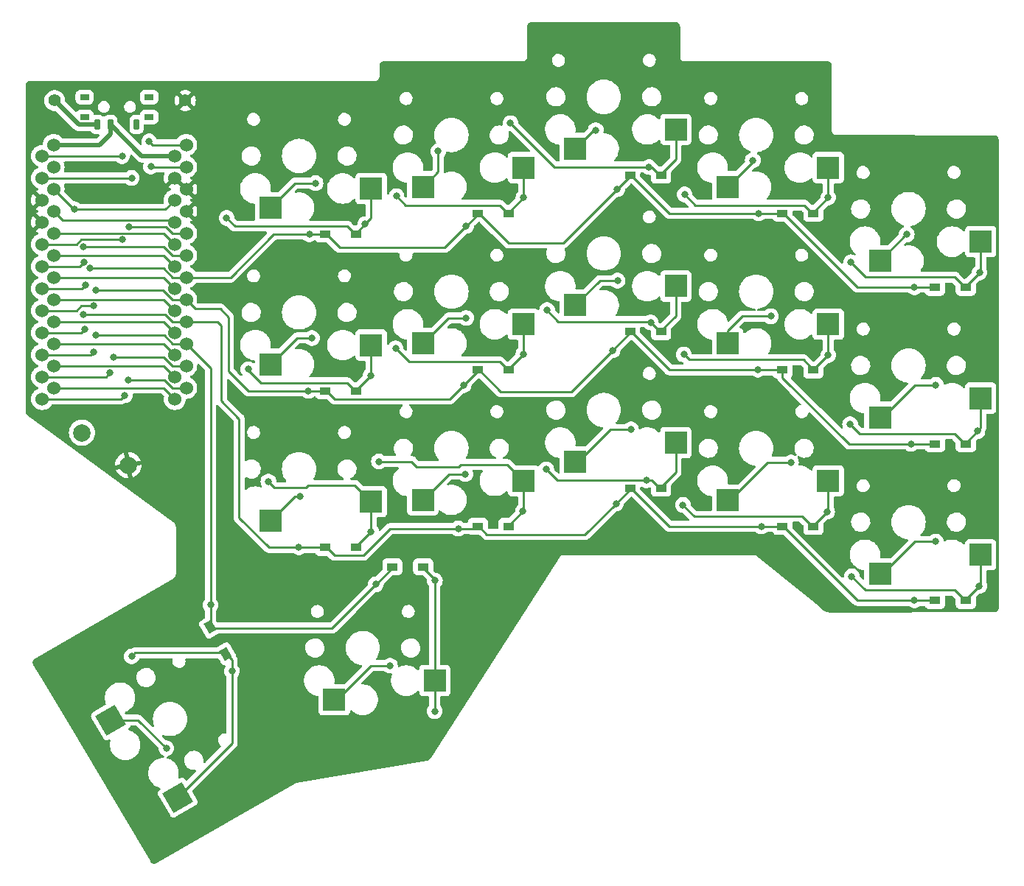
<source format=gtl>
%TF.GenerationSoftware,KiCad,Pcbnew,7.0.5-0*%
%TF.CreationDate,2023-08-21T14:14:49+01:00*%
%TF.ProjectId,draenog-34,64726165-6e6f-4672-9d33-342e6b696361,rev?*%
%TF.SameCoordinates,Original*%
%TF.FileFunction,Copper,L1,Top*%
%TF.FilePolarity,Positive*%
%FSLAX46Y46*%
G04 Gerber Fmt 4.6, Leading zero omitted, Abs format (unit mm)*
G04 Created by KiCad (PCBNEW 7.0.5-0) date 2023-08-21 14:14:49*
%MOMM*%
%LPD*%
G01*
G04 APERTURE LIST*
G04 Aperture macros list*
%AMRoundRect*
0 Rectangle with rounded corners*
0 $1 Rounding radius*
0 $2 $3 $4 $5 $6 $7 $8 $9 X,Y pos of 4 corners*
0 Add a 4 corners polygon primitive as box body*
4,1,4,$2,$3,$4,$5,$6,$7,$8,$9,$2,$3,0*
0 Add four circle primitives for the rounded corners*
1,1,$1+$1,$2,$3*
1,1,$1+$1,$4,$5*
1,1,$1+$1,$6,$7*
1,1,$1+$1,$8,$9*
0 Add four rect primitives between the rounded corners*
20,1,$1+$1,$2,$3,$4,$5,0*
20,1,$1+$1,$4,$5,$6,$7,0*
20,1,$1+$1,$6,$7,$8,$9,0*
20,1,$1+$1,$8,$9,$2,$3,0*%
%AMRotRect*
0 Rectangle, with rotation*
0 The origin of the aperture is its center*
0 $1 length*
0 $2 width*
0 $3 Rotation angle, in degrees counterclockwise*
0 Add horizontal line*
21,1,$1,$2,0,0,$3*%
G04 Aperture macros list end*
%TA.AperFunction,SMDPad,CuDef*%
%ADD10RotRect,2.600000X2.600000X300.000000*%
%TD*%
%TA.AperFunction,ComponentPad*%
%ADD11C,1.397000*%
%TD*%
%TA.AperFunction,SMDPad,CuDef*%
%ADD12R,1.300000X0.950000*%
%TD*%
%TA.AperFunction,SMDPad,CuDef*%
%ADD13R,2.600000X2.600000*%
%TD*%
%TA.AperFunction,ComponentPad*%
%ADD14C,2.000000*%
%TD*%
%TA.AperFunction,ComponentPad*%
%ADD15C,1.524000*%
%TD*%
%TA.AperFunction,SMDPad,CuDef*%
%ADD16RotRect,1.300000X0.950000X300.000000*%
%TD*%
%TA.AperFunction,SMDPad,CuDef*%
%ADD17RoundRect,0.090000X0.210000X0.535000X-0.210000X0.535000X-0.210000X-0.535000X0.210000X-0.535000X0*%
%TD*%
%TA.AperFunction,SMDPad,CuDef*%
%ADD18RoundRect,0.105000X-0.445000X0.245000X-0.445000X-0.245000X0.445000X-0.245000X0.445000X0.245000X0*%
%TD*%
%TA.AperFunction,ViaPad*%
%ADD19C,0.800000*%
%TD*%
%TA.AperFunction,Conductor*%
%ADD20C,0.250000*%
%TD*%
%TA.AperFunction,Conductor*%
%ADD21C,0.500000*%
%TD*%
G04 APERTURE END LIST*
D10*
%TO.P,SW4,1,1*%
%TO.N,col4*%
X98705898Y-98239713D03*
%TO.P,SW4,2,2*%
%TO.N,Net-(D4-A)*%
X106386154Y-107142306D03*
%TD*%
D11*
%TO.P,B+1,1,1*%
%TO.N,Net-(SW_PWR1-C)*%
X92250000Y-27000000D03*
%TD*%
D12*
%TO.P,D9,1,K*%
%TO.N,row0*%
X158342000Y-35580000D03*
%TO.P,D9,2,A*%
%TO.N,Net-(D9-A)*%
X161892000Y-35580000D03*
%TD*%
D13*
%TO.P,SW_R2_C2,1,1*%
%TO.N,col2*%
X152042000Y-68530000D03*
%TO.P,SW_R2_C2,2,2*%
%TO.N,Net-(D11-A)*%
X163592000Y-66330000D03*
%TD*%
%TO.P,SW_R2_C0,1,1*%
%TO.N,col0*%
X187042000Y-81420000D03*
%TO.P,SW_R2_C0,2,2*%
%TO.N,Net-(D17-A)*%
X198592000Y-79220000D03*
%TD*%
D14*
%TO.P,SW_RST1,2,2*%
%TO.N,RESET*%
X95381756Y-65191877D03*
%TO.P,SW_RST1,1,1*%
%TO.N,GND*%
X100706244Y-68920123D03*
%TD*%
D13*
%TO.P,SW_R2_C3,1,1*%
%TO.N,col3*%
X134542000Y-72920000D03*
%TO.P,SW_R2_C3,2,2*%
%TO.N,Net-(D7-A)*%
X146092000Y-70720000D03*
%TD*%
D12*
%TO.P,D5,1,K*%
%TO.N,row0*%
X140842000Y-39970000D03*
%TO.P,D5,2,A*%
%TO.N,Net-(D5-A)*%
X144392000Y-39970000D03*
%TD*%
D11*
%TO.P,B-1,1,1*%
%TO.N,GND*%
X107250000Y-27000000D03*
%TD*%
D13*
%TO.P,SW_R1_C1,1,1*%
%TO.N,col1*%
X169542000Y-54920000D03*
%TO.P,SW_R1_C1,2,2*%
%TO.N,Net-(D13-A)*%
X181092000Y-52720000D03*
%TD*%
D15*
%TO.P,U1,1,TX0/D3*%
%TO.N,unconnected-(U1-TX0{slash}D3-Pad1)*%
X90805000Y-33365000D03*
X107351400Y-32095000D03*
%TO.P,U1,2,RX1/D2*%
%TO.N,unconnected-(U1-RX1{slash}D2-Pad2)*%
X90805000Y-35905000D03*
X107351400Y-34635000D03*
%TO.P,U1,3,GND*%
%TO.N,GND*%
X90805000Y-38445000D03*
X107351400Y-37175000D03*
%TO.P,U1,4,GND*%
X90805000Y-40985000D03*
X107351400Y-39715000D03*
%TO.P,U1,5,2/D1/SDA*%
%TO.N,unconnected-(U1-2{slash}D1{slash}SDA-Pad5)*%
X90805000Y-43525000D03*
X107351400Y-42255000D03*
%TO.P,U1,6,3/D0/SCL*%
%TO.N,unconnected-(U1-3{slash}D0{slash}SCL-Pad6)*%
X90805000Y-46065000D03*
X107351400Y-44795000D03*
%TO.P,U1,7,4/D4*%
%TO.N,row0*%
X90805000Y-48605000D03*
X107351400Y-47335000D03*
%TO.P,U1,8,5/C6*%
%TO.N,row1*%
X90805000Y-51145000D03*
X107351400Y-49875000D03*
%TO.P,U1,9,6/D7*%
%TO.N,row2*%
X90805000Y-53685000D03*
X107351400Y-52415000D03*
%TO.P,U1,10,7/E6*%
%TO.N,row3*%
X90805000Y-56225000D03*
X107351400Y-54955000D03*
%TO.P,U1,11,8/B4*%
%TO.N,unconnected-(U1-8{slash}B4-Pad11)*%
X90805000Y-58765000D03*
X107351400Y-57495000D03*
%TO.P,U1,12,9/B5*%
%TO.N,unconnected-(U1-9{slash}B5-Pad12)*%
X90805000Y-61305000D03*
X107351400Y-60035000D03*
%TO.P,U1,13,B6/10*%
%TO.N,unconnected-(U1-B6{slash}10-Pad13)*%
X92131400Y-60035000D03*
X106045000Y-61305000D03*
%TO.P,U1,14,B2/16*%
%TO.N,unconnected-(U1-B2{slash}16-Pad14)*%
X92131400Y-57495000D03*
X106045000Y-58765000D03*
%TO.P,U1,15,B3/14*%
%TO.N,unconnected-(U1-B3{slash}14-Pad15)*%
X92131400Y-54955000D03*
X106045000Y-56225000D03*
%TO.P,U1,16,B1/15*%
%TO.N,col4*%
X92131400Y-52415000D03*
X106045000Y-53685000D03*
%TO.P,U1,17,F7/A0*%
%TO.N,col3*%
X92131400Y-49875000D03*
X106045000Y-51145000D03*
%TO.P,U1,18,F6/A1*%
%TO.N,col2*%
X92131400Y-47335000D03*
X106045000Y-48605000D03*
%TO.P,U1,19,F5/A2*%
%TO.N,col1*%
X92131400Y-44795000D03*
X106045000Y-46065000D03*
%TO.P,U1,20,F4/A3*%
%TO.N,col0*%
X92131400Y-42255000D03*
X106045000Y-43525000D03*
%TO.P,U1,21,VCC*%
%TO.N,unconnected-(U1-VCC-Pad21)*%
X92131400Y-39715000D03*
X106045000Y-40985000D03*
%TO.P,U1,22,RST*%
%TO.N,RESET*%
X92131400Y-37175000D03*
X106045000Y-38445000D03*
%TO.P,U1,23,GND*%
%TO.N,GND*%
X92131400Y-34635000D03*
X106045000Y-35905000D03*
%TO.P,U1,24,RAW*%
%TO.N,RAW*%
X92131400Y-32095000D03*
X106045000Y-33365000D03*
%TD*%
D12*
%TO.P,D8,1,K*%
%TO.N,row3*%
X131025000Y-80600000D03*
%TO.P,D8,2,A*%
%TO.N,Net-(D8-A)*%
X134575000Y-80600000D03*
%TD*%
D13*
%TO.P,SW_R0_C4,1,1*%
%TO.N,col4*%
X117042000Y-39320000D03*
%TO.P,SW_R0_C4,2,2*%
%TO.N,Net-(D1-A)*%
X128592000Y-37120000D03*
%TD*%
%TO.P,SW_R0_C0,1,1*%
%TO.N,col0*%
X187042000Y-45420000D03*
%TO.P,SW_R0_C0,2,2*%
%TO.N,Net-(D15-A)*%
X198592000Y-43220000D03*
%TD*%
%TO.P,SW_R1_C2,1,1*%
%TO.N,col2*%
X152042000Y-50530000D03*
%TO.P,SW_R1_C2,2,2*%
%TO.N,Net-(D10-A)*%
X163592000Y-48330000D03*
%TD*%
%TO.P,SW_R0_C1,1,1*%
%TO.N,col1*%
X169542000Y-36920000D03*
%TO.P,SW_R0_C1,2,2*%
%TO.N,Net-(D12-A)*%
X181092000Y-34720000D03*
%TD*%
%TO.P,SW_R1_C0,1,1*%
%TO.N,col0*%
X187042000Y-63420000D03*
%TO.P,SW_R1_C0,2,2*%
%TO.N,Net-(D16-A)*%
X198592000Y-61220000D03*
%TD*%
%TO.P,SW_R2_C4,1,1*%
%TO.N,col4*%
X117042000Y-75320000D03*
%TO.P,SW_R2_C4,2,2*%
%TO.N,Net-(D3-A)*%
X128592000Y-73120000D03*
%TD*%
%TO.P,SW_R1_C4,1,1*%
%TO.N,col4*%
X117042000Y-57320000D03*
%TO.P,SW_R1_C4,2,2*%
%TO.N,Net-(D2-A)*%
X128592000Y-55120000D03*
%TD*%
D16*
%TO.P,D4,1,K*%
%TO.N,row3*%
X110087500Y-87533863D03*
%TO.P,D4,2,A*%
%TO.N,Net-(D4-A)*%
X111862500Y-90608253D03*
%TD*%
D12*
%TO.P,D16,1,K*%
%TO.N,row1*%
X193342000Y-66470000D03*
%TO.P,D16,2,A*%
%TO.N,Net-(D16-A)*%
X196892000Y-66470000D03*
%TD*%
%TO.P,D6,1,K*%
%TO.N,row1*%
X140842000Y-57970000D03*
%TO.P,D6,2,A*%
%TO.N,Net-(D6-A)*%
X144392000Y-57970000D03*
%TD*%
D13*
%TO.P,SW_R0_C3,1,1*%
%TO.N,col3*%
X134542000Y-36920000D03*
%TO.P,SW_R0_C3,2,2*%
%TO.N,Net-(D5-A)*%
X146092000Y-34720000D03*
%TD*%
D12*
%TO.P,D1,1,K*%
%TO.N,row0*%
X123342000Y-42370000D03*
%TO.P,D1,2,A*%
%TO.N,Net-(D1-A)*%
X126892000Y-42370000D03*
%TD*%
%TO.P,D13,1,K*%
%TO.N,row1*%
X175842000Y-57970000D03*
%TO.P,D13,2,A*%
%TO.N,Net-(D13-A)*%
X179392000Y-57970000D03*
%TD*%
D13*
%TO.P,SW_R0_C2,1,1*%
%TO.N,col2*%
X152042000Y-32530000D03*
%TO.P,SW_R0_C2,2,2*%
%TO.N,Net-(D9-A)*%
X163592000Y-30330000D03*
%TD*%
%TO.P,SW_R2_C1,1,1*%
%TO.N,col1*%
X169542000Y-72920000D03*
%TO.P,SW_R2_C1,2,2*%
%TO.N,Net-(D14-A)*%
X181092000Y-70720000D03*
%TD*%
D12*
%TO.P,D17,1,K*%
%TO.N,row2*%
X193342000Y-84470000D03*
%TO.P,D17,2,A*%
%TO.N,Net-(D17-A)*%
X196892000Y-84470000D03*
%TD*%
%TO.P,D14,1,K*%
%TO.N,row2*%
X175842000Y-75970000D03*
%TO.P,D14,2,A*%
%TO.N,Net-(D14-A)*%
X179392000Y-75970000D03*
%TD*%
%TO.P,D15,1,K*%
%TO.N,row0*%
X193342000Y-48470000D03*
%TO.P,D15,2,A*%
%TO.N,Net-(D15-A)*%
X196892000Y-48470000D03*
%TD*%
%TO.P,D10,1,K*%
%TO.N,row1*%
X158342000Y-53580000D03*
%TO.P,D10,2,A*%
%TO.N,Net-(D10-A)*%
X161892000Y-53580000D03*
%TD*%
D17*
%TO.P,SW_PWR1,1,A*%
%TO.N,unconnected-(SW_PWR1-A-Pad1)*%
X101650000Y-29750000D03*
%TO.P,SW_PWR1,2,B*%
%TO.N,RAW*%
X98650000Y-29750000D03*
%TO.P,SW_PWR1,3,C*%
%TO.N,Net-(SW_PWR1-C)*%
X97150000Y-29750000D03*
D18*
%TO.P,SW_PWR1,MP*%
%TO.N,N/C*%
X95700000Y-26600000D03*
X95700000Y-28900000D03*
X103100000Y-26600000D03*
X103100000Y-28900000D03*
%TD*%
D12*
%TO.P,D12,1,K*%
%TO.N,row0*%
X175842000Y-39970000D03*
%TO.P,D12,2,A*%
%TO.N,Net-(D12-A)*%
X179392000Y-39970000D03*
%TD*%
%TO.P,D2,1,K*%
%TO.N,row1*%
X123342000Y-60370000D03*
%TO.P,D2,2,A*%
%TO.N,Net-(D2-A)*%
X126892000Y-60370000D03*
%TD*%
D13*
%TO.P,SW8,2,2*%
%TO.N,Net-(D8-A)*%
X135910000Y-93685000D03*
%TO.P,SW8,1,1*%
%TO.N,col3*%
X124360000Y-95885000D03*
%TD*%
%TO.P,SW_R1_C3,1,1*%
%TO.N,col3*%
X134542000Y-54920000D03*
%TO.P,SW_R1_C3,2,2*%
%TO.N,Net-(D6-A)*%
X146092000Y-52720000D03*
%TD*%
D12*
%TO.P,D3,1,K*%
%TO.N,row2*%
X123342000Y-78370000D03*
%TO.P,D3,2,A*%
%TO.N,Net-(D3-A)*%
X126892000Y-78370000D03*
%TD*%
%TO.P,D11,1,K*%
%TO.N,row2*%
X158342000Y-71580000D03*
%TO.P,D11,2,A*%
%TO.N,Net-(D11-A)*%
X161892000Y-71580000D03*
%TD*%
%TO.P,D7,1,K*%
%TO.N,row2*%
X140842000Y-75970000D03*
%TO.P,D7,2,A*%
%TO.N,Net-(D7-A)*%
X144392000Y-75970000D03*
%TD*%
D19*
%TO.N,unconnected-(U1-RX1{slash}D2-Pad2)*%
X101100000Y-35905000D03*
X103300000Y-34600000D03*
%TO.N,unconnected-(U1-TX0{slash}D3-Pad1)*%
X103100000Y-31700000D03*
X100000000Y-33400000D03*
%TO.N,row0*%
X121500000Y-42370000D03*
X96300000Y-46300000D03*
X156873500Y-37173500D03*
X139518500Y-41418500D03*
X95800000Y-48200000D03*
X173100000Y-39970000D03*
X191000000Y-48470000D03*
%TO.N,Net-(D1-A)*%
X112000000Y-40500000D03*
X127918500Y-41218500D03*
%TO.N,row1*%
X121400000Y-60370000D03*
X97000000Y-48800000D03*
X190600000Y-66470000D03*
X156323500Y-55723500D03*
X173000000Y-57970000D03*
X96700000Y-50600000D03*
X139218500Y-59718500D03*
%TO.N,Net-(D2-A)*%
X128518500Y-58618500D03*
X114500000Y-57900000D03*
%TO.N,row2*%
X95500000Y-51600000D03*
X138600000Y-76200000D03*
X191000000Y-84470000D03*
X173400000Y-75970000D03*
X120300000Y-78370000D03*
X156723500Y-73323500D03*
X95700000Y-53300000D03*
%TO.N,Net-(D3-A)*%
X116800000Y-70800000D03*
X128592000Y-76545000D03*
%TO.N,row3*%
X129125000Y-82625000D03*
X110150000Y-85000000D03*
X97000000Y-54000000D03*
X96700000Y-55900000D03*
%TO.N,Net-(D4-A)*%
X112613856Y-92600000D03*
X101100000Y-90900000D03*
%TO.N,Net-(D5-A)*%
X131500000Y-38000000D03*
X146092000Y-38145000D03*
%TO.N,Net-(D6-A)*%
X146092000Y-56145000D03*
X131400000Y-55500000D03*
%TO.N,Net-(D7-A)*%
X129500000Y-68500000D03*
X146018500Y-74218500D03*
%TO.N,Net-(D8-A)*%
X135900000Y-97200000D03*
X135910000Y-82200000D03*
%TO.N,Net-(D9-A)*%
X160500000Y-34655000D03*
X144600000Y-29600000D03*
%TO.N,Net-(D10-A)*%
X148800000Y-51100000D03*
X160693500Y-52506500D03*
%TO.N,Net-(D11-A)*%
X160200000Y-70655000D03*
X148700000Y-69400000D03*
%TO.N,Net-(D12-A)*%
X164600000Y-37800000D03*
X181092000Y-38145000D03*
%TO.N,Net-(D13-A)*%
X164500000Y-56200000D03*
X181092000Y-56270000D03*
%TO.N,Net-(D14-A)*%
X180968500Y-74268500D03*
X164400000Y-73500000D03*
%TO.N,Net-(D15-A)*%
X198468500Y-46768500D03*
X183700000Y-45600000D03*
%TO.N,Net-(D16-A)*%
X198218500Y-65018500D03*
X183600000Y-64200000D03*
%TO.N,Net-(D17-A)*%
X198418500Y-82818500D03*
X183800000Y-81700000D03*
%TO.N,col4*%
X120450000Y-72550000D03*
X121800000Y-54300000D03*
X105076097Y-101476097D03*
X122200000Y-36500000D03*
%TO.N,col3*%
X130760000Y-91968200D03*
X139400000Y-69949450D03*
X139500000Y-52000000D03*
X136300000Y-32845000D03*
%TO.N,col2*%
X154392316Y-30408873D03*
X156900000Y-47700000D03*
X158442000Y-64800000D03*
%TO.N,col1*%
X176817000Y-68600000D03*
X172424325Y-33875675D03*
X174500000Y-51800000D03*
%TO.N,col0*%
X190100000Y-42400000D03*
X193442000Y-77700000D03*
X193442000Y-59700000D03*
%TO.N,RESET*%
X94500000Y-39500000D03*
%TO.N,unconnected-(U1-3{slash}D0{slash}SCL-Pad6)*%
X95593245Y-45593245D03*
X95500000Y-43800000D03*
%TO.N,unconnected-(U1-2{slash}D1{slash}SDA-Pad5)*%
X100800000Y-41500000D03*
X100000000Y-42979500D03*
%TO.N,unconnected-(U1-9{slash}B5-Pad12)*%
X100700000Y-59100000D03*
X100300000Y-60900000D03*
%TO.N,unconnected-(U1-8{slash}B4-Pad11)*%
X98600000Y-58300000D03*
X99000000Y-56500000D03*
%TD*%
D20*
%TO.N,unconnected-(U1-RX1{slash}D2-Pad2)*%
X101100000Y-35905000D02*
X90805000Y-35905000D01*
X103335000Y-34635000D02*
X107351400Y-34635000D01*
X103300000Y-34600000D02*
X103335000Y-34635000D01*
%TO.N,unconnected-(U1-TX0{slash}D3-Pad1)*%
X90805000Y-33365000D02*
X99965000Y-33365000D01*
X103495000Y-32095000D02*
X107351400Y-32095000D01*
X99965000Y-33365000D02*
X100000000Y-33400000D01*
X103100000Y-31700000D02*
X103495000Y-32095000D01*
%TO.N,row0*%
X124996700Y-43899700D02*
X137037300Y-43899700D01*
X95395000Y-48605000D02*
X95800000Y-48200000D01*
X144351100Y-43354100D02*
X150692900Y-43354100D01*
X191000000Y-48470000D02*
X193467000Y-48470000D01*
X112431400Y-47335000D02*
X117396400Y-42370000D01*
X105777749Y-47335000D02*
X107351400Y-47335000D01*
X162857000Y-39970000D02*
X173100000Y-39970000D01*
X137037300Y-43899700D02*
X139518500Y-41418500D01*
X175967000Y-39970000D02*
X184467000Y-48470000D01*
X173100000Y-39970000D02*
X175967000Y-39970000D01*
X121500000Y-42370000D02*
X123467000Y-42370000D01*
X150692900Y-43354100D02*
X156873500Y-37173500D01*
X123467000Y-42370000D02*
X124996700Y-43899700D01*
X96300000Y-46300000D02*
X104742749Y-46300000D01*
X140967000Y-39970000D02*
X144351100Y-43354100D01*
X184467000Y-48470000D02*
X191000000Y-48470000D01*
X139518500Y-41418500D02*
X140967000Y-39970000D01*
X104742749Y-46300000D02*
X105777749Y-47335000D01*
X117396400Y-42370000D02*
X121500000Y-42370000D01*
X90805000Y-48605000D02*
X95395000Y-48605000D01*
X156873500Y-37173500D02*
X158467000Y-35580000D01*
X158467000Y-35580000D02*
X162857000Y-39970000D01*
X107351400Y-47335000D02*
X112431400Y-47335000D01*
%TO.N,Net-(D1-A)*%
X126767000Y-42370000D02*
X125842000Y-41445000D01*
X112945000Y-41445000D02*
X112000000Y-40500000D01*
X128592000Y-40545000D02*
X127918500Y-41218500D01*
X128592000Y-37120000D02*
X128592000Y-40545000D01*
X125842000Y-41445000D02*
X112945000Y-41445000D01*
X127918500Y-41218500D02*
X126767000Y-42370000D01*
%TO.N,row1*%
X90805000Y-51145000D02*
X94755000Y-51145000D01*
X156323500Y-55723500D02*
X158467000Y-53580000D01*
X143487500Y-60490500D02*
X151556500Y-60490500D01*
X108438400Y-50962000D02*
X111262000Y-50962000D01*
X151556500Y-60490500D02*
X156323500Y-55723500D01*
X140967000Y-57970000D02*
X143487500Y-60490500D01*
X107351400Y-49875000D02*
X108438400Y-50962000D01*
X173000000Y-57970000D02*
X162857000Y-57970000D01*
X105777749Y-49875000D02*
X107351400Y-49875000D01*
X175842000Y-57970000D02*
X173000000Y-57970000D01*
X94755000Y-51145000D02*
X95300000Y-50600000D01*
X114470000Y-60370000D02*
X121400000Y-60370000D01*
X104702749Y-48800000D02*
X105777749Y-49875000D01*
X175842000Y-58842000D02*
X183470000Y-66470000D01*
X175842000Y-57970000D02*
X175842000Y-58842000D01*
X112200000Y-58100000D02*
X114470000Y-60370000D01*
X190600000Y-66470000D02*
X193467000Y-66470000D01*
X111262000Y-50962000D02*
X112200000Y-51900000D01*
X124392000Y-61295000D02*
X137642000Y-61295000D01*
X139218500Y-59718500D02*
X140967000Y-57970000D01*
X95300000Y-50600000D02*
X96700000Y-50600000D01*
X183470000Y-66470000D02*
X190600000Y-66470000D01*
X137642000Y-61295000D02*
X139218500Y-59718500D01*
X158467000Y-53580000D02*
X162857000Y-57970000D01*
X97000000Y-48800000D02*
X104702749Y-48800000D01*
X112200000Y-51900000D02*
X112200000Y-58100000D01*
X123467000Y-60370000D02*
X124392000Y-61295000D01*
X121400000Y-60370000D02*
X123467000Y-60370000D01*
%TO.N,Net-(D2-A)*%
X115917000Y-59445000D02*
X114500000Y-58028000D01*
X126767000Y-60370000D02*
X125842000Y-59445000D01*
X128518500Y-58618500D02*
X126767000Y-60370000D01*
X128592000Y-55120000D02*
X128592000Y-58545000D01*
X128592000Y-58545000D02*
X128518500Y-58618500D01*
X125842000Y-59445000D02*
X115917000Y-59445000D01*
X114500000Y-58028000D02*
X114500000Y-57900000D01*
%TO.N,row2*%
X95700000Y-53300000D02*
X95315000Y-53685000D01*
X113442000Y-63585600D02*
X113442000Y-74970000D01*
X95500000Y-51600000D02*
X104962749Y-51600000D01*
X123467000Y-78370000D02*
X124392000Y-79295000D01*
X111400000Y-61543600D02*
X113442000Y-63585600D01*
X107351400Y-52415000D02*
X110915000Y-52415000D01*
X95315000Y-53685000D02*
X90805000Y-53685000D01*
X156723500Y-73323500D02*
X158467000Y-71580000D01*
X184467000Y-84470000D02*
X191000000Y-84470000D01*
X127705000Y-79295000D02*
X130800000Y-76200000D01*
X110915000Y-52415000D02*
X111400000Y-52900000D01*
X113442000Y-74970000D02*
X116842000Y-78370000D01*
X175967000Y-75970000D02*
X184467000Y-84470000D01*
X104962749Y-51600000D02*
X105777749Y-52415000D01*
X120300000Y-78370000D02*
X123467000Y-78370000D01*
X130800000Y-76200000D02*
X138600000Y-76200000D01*
X140737000Y-76200000D02*
X140967000Y-75970000D01*
X124392000Y-79295000D02*
X127705000Y-79295000D01*
X173400000Y-75970000D02*
X175967000Y-75970000D01*
X111400000Y-52900000D02*
X111400000Y-61543600D01*
X191000000Y-84470000D02*
X193467000Y-84470000D01*
X105777749Y-52415000D02*
X107351400Y-52415000D01*
X153152000Y-76895000D02*
X156723500Y-73323500D01*
X140967000Y-75970000D02*
X141892000Y-76895000D01*
X116842000Y-78370000D02*
X120300000Y-78370000D01*
X158467000Y-71580000D02*
X162857000Y-75970000D01*
X141892000Y-76895000D02*
X153152000Y-76895000D01*
X138600000Y-76200000D02*
X140737000Y-76200000D01*
X162857000Y-75970000D02*
X173400000Y-75970000D01*
%TO.N,Net-(D3-A)*%
X117500000Y-71500000D02*
X116800000Y-70800000D01*
X128592000Y-73120000D02*
X126717000Y-71245000D01*
X121141999Y-71500000D02*
X117500000Y-71500000D01*
X126767000Y-78370000D02*
X128592000Y-76545000D01*
X121396999Y-71245000D02*
X121141999Y-71500000D01*
X128592000Y-76545000D02*
X128592000Y-73120000D01*
X126717000Y-71245000D02*
X121396999Y-71245000D01*
%TO.N,row3*%
X110150000Y-57753600D02*
X110150000Y-85000000D01*
X97000000Y-54000000D02*
X104822749Y-54000000D01*
X124107884Y-87642116D02*
X129125000Y-82625000D01*
X110150000Y-87642116D02*
X124107884Y-87642116D01*
X110150000Y-85000000D02*
X110150000Y-87642116D01*
X129125000Y-82625000D02*
X131150000Y-80600000D01*
X104822749Y-54000000D02*
X105777749Y-54955000D01*
X96375000Y-56225000D02*
X96700000Y-55900000D01*
X107351400Y-54955000D02*
X110150000Y-57753600D01*
X105777749Y-54955000D02*
X107351400Y-54955000D01*
X90805000Y-56225000D02*
X96375000Y-56225000D01*
%TO.N,Net-(D4-A)*%
X111800000Y-90500000D02*
X101500000Y-90500000D01*
X112613856Y-100914604D02*
X106386154Y-107142306D01*
X112613856Y-91313856D02*
X112613856Y-92600000D01*
X112613856Y-92600000D02*
X112613856Y-100914604D01*
X101500000Y-90500000D02*
X101100000Y-90900000D01*
X111800000Y-90500000D02*
X112613856Y-91313856D01*
%TO.N,Net-(D5-A)*%
X144267000Y-39970000D02*
X143342000Y-39045000D01*
X143342000Y-39045000D02*
X132545000Y-39045000D01*
X146092000Y-38145000D02*
X144267000Y-39970000D01*
X132545000Y-39045000D02*
X131500000Y-38000000D01*
X146092000Y-34720000D02*
X146092000Y-38145000D01*
%TO.N,Net-(D6-A)*%
X132945000Y-57045000D02*
X131400000Y-55500000D01*
X146092000Y-56145000D02*
X144267000Y-57970000D01*
X146092000Y-52720000D02*
X146092000Y-56145000D01*
X144267000Y-57970000D02*
X143342000Y-57045000D01*
X143342000Y-57045000D02*
X132945000Y-57045000D01*
%TO.N,Net-(D7-A)*%
X138896999Y-68845000D02*
X138641999Y-69100000D01*
X133848650Y-69100000D02*
X133248650Y-68500000D01*
X146018500Y-74218500D02*
X146092000Y-74145000D01*
X133248650Y-68500000D02*
X129500000Y-68500000D01*
X146092000Y-74145000D02*
X146092000Y-70720000D01*
X146092000Y-70720000D02*
X144217000Y-68845000D01*
X144217000Y-68845000D02*
X138896999Y-68845000D01*
X144267000Y-75970000D02*
X146018500Y-74218500D01*
X138641999Y-69100000D02*
X133848650Y-69100000D01*
%TO.N,Net-(D8-A)*%
X135900000Y-97200000D02*
X135910000Y-97190000D01*
X135910000Y-97190000D02*
X135910000Y-93685000D01*
X134450000Y-80600000D02*
X135910000Y-82060000D01*
X135910000Y-82060000D02*
X135910000Y-82200000D01*
X135910000Y-82200000D02*
X135910000Y-93685000D01*
%TO.N,Net-(D9-A)*%
X160500000Y-34655000D02*
X149655000Y-34655000D01*
X161767000Y-35580000D02*
X160842000Y-34655000D01*
X149655000Y-34655000D02*
X144600000Y-29600000D01*
X163592000Y-30330000D02*
X163592000Y-33755000D01*
X160842000Y-34655000D02*
X160500000Y-34655000D01*
X163592000Y-33755000D02*
X161767000Y-35580000D01*
%TO.N,Net-(D10-A)*%
X150105000Y-52405000D02*
X148800000Y-51100000D01*
X161767000Y-53580000D02*
X160693500Y-52506500D01*
X160693500Y-52506500D02*
X160592000Y-52405000D01*
X163592000Y-48330000D02*
X163592000Y-51755000D01*
X160592000Y-52405000D02*
X150105000Y-52405000D01*
X163592000Y-51755000D02*
X161767000Y-53580000D01*
%TO.N,Net-(D11-A)*%
X160200000Y-70655000D02*
X149955000Y-70655000D01*
X161767000Y-71580000D02*
X163592000Y-69755000D01*
X161767000Y-71580000D02*
X160842000Y-70655000D01*
X163592000Y-69755000D02*
X163592000Y-66330000D01*
X160842000Y-70655000D02*
X160200000Y-70655000D01*
X149955000Y-70655000D02*
X148700000Y-69400000D01*
%TO.N,Net-(D12-A)*%
X165845000Y-39045000D02*
X164600000Y-37800000D01*
X181092000Y-38145000D02*
X179267000Y-39970000D01*
X181092000Y-34720000D02*
X181092000Y-38145000D01*
X179267000Y-39970000D02*
X178342000Y-39045000D01*
X178342000Y-39045000D02*
X165845000Y-39045000D01*
%TO.N,Net-(D13-A)*%
X179392000Y-57970000D02*
X178217000Y-56795000D01*
X178217000Y-56795000D02*
X165095000Y-56795000D01*
X165095000Y-56795000D02*
X164500000Y-56200000D01*
X179392000Y-57970000D02*
X181092000Y-56270000D01*
X181092000Y-52720000D02*
X181092000Y-56270000D01*
%TO.N,Net-(D14-A)*%
X180968500Y-74268500D02*
X181092000Y-74145000D01*
X178092000Y-74795000D02*
X165695000Y-74795000D01*
X179267000Y-75970000D02*
X180968500Y-74268500D01*
X165695000Y-74795000D02*
X164400000Y-73500000D01*
X179267000Y-75970000D02*
X178092000Y-74795000D01*
X181092000Y-74145000D02*
X181092000Y-70720000D01*
%TO.N,Net-(D15-A)*%
X196767000Y-48470000D02*
X195592000Y-47295000D01*
X198592000Y-43220000D02*
X198592000Y-46645000D01*
X195592000Y-47295000D02*
X185395000Y-47295000D01*
X185395000Y-47295000D02*
X183700000Y-45600000D01*
X198468500Y-46768500D02*
X196767000Y-48470000D01*
X198592000Y-46645000D02*
X198468500Y-46768500D01*
%TO.N,Net-(D16-A)*%
X198592000Y-64645000D02*
X198592000Y-61220000D01*
X198218500Y-65018500D02*
X198592000Y-64645000D01*
X196767000Y-66470000D02*
X198218500Y-65018500D01*
X196767000Y-66470000D02*
X195592000Y-65295000D01*
X195592000Y-65295000D02*
X184695000Y-65295000D01*
X184695000Y-65295000D02*
X183600000Y-64200000D01*
%TO.N,Net-(D17-A)*%
X198418500Y-82818500D02*
X198592000Y-82645000D01*
X196767000Y-84470000D02*
X195592000Y-83295000D01*
X198592000Y-82645000D02*
X198592000Y-79220000D01*
X195592000Y-83295000D02*
X185395000Y-83295000D01*
X185395000Y-83295000D02*
X183800000Y-81700000D01*
X196767000Y-84470000D02*
X198418500Y-82818500D01*
D21*
%TO.N,RAW*%
X92131400Y-32095000D02*
X97405000Y-32095000D01*
X102265000Y-33365000D02*
X98650000Y-29750000D01*
X97405000Y-32095000D02*
X98650000Y-30850000D01*
X98650000Y-30850000D02*
X98650000Y-29750000D01*
X106045000Y-33365000D02*
X102265000Y-33365000D01*
D20*
%TO.N,col4*%
X98705898Y-98239713D02*
X101839713Y-98239713D01*
X117042000Y-39320000D02*
X119862000Y-36500000D01*
X119862000Y-36500000D02*
X122200000Y-36500000D01*
X119812000Y-72550000D02*
X120450000Y-72550000D01*
X101839713Y-98239713D02*
X105076097Y-101476097D01*
X104775000Y-52415000D02*
X106045000Y-53685000D01*
X120062000Y-54300000D02*
X121800000Y-54300000D01*
X117042000Y-57320000D02*
X120062000Y-54300000D01*
X117042000Y-75320000D02*
X119812000Y-72550000D01*
X92131400Y-52415000D02*
X104775000Y-52415000D01*
%TO.N,col3*%
X137512550Y-69949450D02*
X134542000Y-72920000D01*
X137462000Y-52000000D02*
X139500000Y-52000000D01*
X92131400Y-49875000D02*
X104775000Y-49875000D01*
X136300000Y-35162000D02*
X136300000Y-32845000D01*
X124639999Y-95885000D02*
X128556799Y-91968200D01*
X128556799Y-91968200D02*
X130760000Y-91968200D01*
X134542000Y-36920000D02*
X136300000Y-35162000D01*
X104775000Y-49875000D02*
X106045000Y-51145000D01*
X134542000Y-54920000D02*
X137462000Y-52000000D01*
X124360000Y-95885000D02*
X124639999Y-95885000D01*
X139400000Y-69949450D02*
X137512550Y-69949450D01*
%TO.N,col2*%
X152042000Y-32530000D02*
X154163127Y-30408873D01*
X152321999Y-68530000D02*
X156051999Y-64800000D01*
X152042000Y-68530000D02*
X152321999Y-68530000D01*
X104775000Y-47335000D02*
X106045000Y-48605000D01*
X152042000Y-50530000D02*
X154872000Y-47700000D01*
X154872000Y-47700000D02*
X156900000Y-47700000D01*
X92131400Y-47335000D02*
X104775000Y-47335000D01*
X154163127Y-30408873D02*
X154392316Y-30408873D01*
X156051999Y-64800000D02*
X158442000Y-64800000D01*
%TO.N,col1*%
X169542000Y-72920000D02*
X169821999Y-72920000D01*
X174141999Y-68600000D02*
X176817000Y-68600000D01*
X169542000Y-36920000D02*
X172424325Y-34037675D01*
X104775000Y-44795000D02*
X106045000Y-46065000D01*
X92131400Y-44795000D02*
X104775000Y-44795000D01*
X171211001Y-51800000D02*
X174500000Y-51800000D01*
X169542000Y-54920000D02*
X169542000Y-53469001D01*
X172424325Y-34037675D02*
X172424325Y-33875675D01*
X169821999Y-72920000D02*
X174141999Y-68600000D01*
X169542000Y-53469001D02*
X171211001Y-51800000D01*
%TO.N,col0*%
X187042000Y-81420000D02*
X187321999Y-81420000D01*
X92131400Y-42255000D02*
X104775000Y-42255000D01*
X190062000Y-42400000D02*
X190100000Y-42400000D01*
X187042000Y-45420000D02*
X190062000Y-42400000D01*
X187321999Y-81420000D02*
X191041999Y-77700000D01*
X191041999Y-59700000D02*
X193442000Y-59700000D01*
X187321999Y-63420000D02*
X191041999Y-59700000D01*
X104775000Y-42255000D02*
X106045000Y-43525000D01*
X187042000Y-63420000D02*
X187321999Y-63420000D01*
X191041999Y-77700000D02*
X193442000Y-77700000D01*
%TO.N,RESET*%
X106045000Y-38445000D02*
X104958000Y-39532000D01*
X104958000Y-39532000D02*
X94488400Y-39532000D01*
X94500000Y-39500000D02*
X94456400Y-39500000D01*
X94500000Y-39543600D02*
X94500000Y-39500000D01*
X94488400Y-39532000D02*
X94500000Y-39543600D01*
X94475512Y-39519112D02*
X92131400Y-37175000D01*
X94456400Y-39500000D02*
X94475512Y-39519112D01*
D21*
%TO.N,Net-(SW_PWR1-C)*%
X95000000Y-29750000D02*
X97150000Y-29750000D01*
X92250000Y-27000000D02*
X95000000Y-29750000D01*
D20*
%TO.N,unconnected-(U1-VCC-Pad21)*%
X105835000Y-40775000D02*
X106045000Y-40985000D01*
X92131400Y-39715000D02*
X93191400Y-40775000D01*
X93191400Y-40775000D02*
X105835000Y-40775000D01*
%TO.N,unconnected-(U1-3{slash}D0{slash}SCL-Pad6)*%
X95500000Y-43800000D02*
X104782749Y-43800000D01*
X95121490Y-46065000D02*
X90805000Y-46065000D01*
X105777749Y-44795000D02*
X107351400Y-44795000D01*
X104782749Y-43800000D02*
X105777749Y-44795000D01*
X95593245Y-45593245D02*
X95121490Y-46065000D01*
%TO.N,unconnected-(U1-2{slash}D1{slash}SDA-Pad5)*%
X100800000Y-41500000D02*
X105022749Y-41500000D01*
X105777749Y-42255000D02*
X107351400Y-42255000D01*
X94749695Y-43525000D02*
X95295195Y-42979500D01*
X90805000Y-43525000D02*
X94749695Y-43525000D01*
X105022749Y-41500000D02*
X105777749Y-42255000D01*
X95295195Y-42979500D02*
X100000000Y-42979500D01*
%TO.N,unconnected-(U1-9{slash}B5-Pad12)*%
X105777749Y-60035000D02*
X107351400Y-60035000D01*
X99895000Y-61305000D02*
X100300000Y-60900000D01*
X90805000Y-61305000D02*
X99895000Y-61305000D01*
X104842749Y-59100000D02*
X105777749Y-60035000D01*
X100700000Y-59100000D02*
X104842749Y-59100000D01*
%TO.N,unconnected-(U1-8{slash}B4-Pad11)*%
X99000000Y-56500000D02*
X104782749Y-56500000D01*
X90805000Y-58765000D02*
X98135000Y-58765000D01*
X105777749Y-57495000D02*
X107351400Y-57495000D01*
X104782749Y-56500000D02*
X105777749Y-57495000D01*
X98135000Y-58765000D02*
X98600000Y-58300000D01*
%TO.N,unconnected-(U1-B3{slash}14-Pad15)*%
X104775000Y-54955000D02*
X106045000Y-56225000D01*
X92131400Y-54955000D02*
X104775000Y-54955000D01*
%TO.N,unconnected-(U1-B2{slash}16-Pad14)*%
X104775000Y-57495000D02*
X106045000Y-58765000D01*
X92131400Y-57495000D02*
X104775000Y-57495000D01*
%TO.N,unconnected-(U1-B6{slash}10-Pad13)*%
X104775000Y-60035000D02*
X106045000Y-61305000D01*
X92131400Y-60035000D02*
X104775000Y-60035000D01*
%TD*%
%TA.AperFunction,Conductor*%
%TO.N,GND*%
G36*
X101097214Y-33261294D02*
G01*
X101113933Y-33275301D01*
X101689270Y-33850638D01*
X101701051Y-33864270D01*
X101715388Y-33883528D01*
X101755409Y-33917111D01*
X101759397Y-33920766D01*
X101765217Y-33926586D01*
X101765222Y-33926590D01*
X101765223Y-33926591D01*
X101790263Y-33946390D01*
X101791644Y-33947515D01*
X101807723Y-33961007D01*
X101849786Y-33996302D01*
X101849787Y-33996302D01*
X101849789Y-33996304D01*
X101855818Y-34000270D01*
X101855785Y-34000319D01*
X101862147Y-34004372D01*
X101862179Y-34004321D01*
X101868319Y-34008108D01*
X101868323Y-34008111D01*
X101876970Y-34012143D01*
X101937137Y-34040200D01*
X101938760Y-34040986D01*
X102006562Y-34075038D01*
X102013357Y-34077511D01*
X102013336Y-34077567D01*
X102020457Y-34080043D01*
X102020476Y-34079986D01*
X102027319Y-34082253D01*
X102027327Y-34082257D01*
X102101748Y-34097623D01*
X102103371Y-34097983D01*
X102177279Y-34115500D01*
X102177280Y-34115500D01*
X102177284Y-34115501D01*
X102184453Y-34116339D01*
X102184446Y-34116398D01*
X102191944Y-34117164D01*
X102191950Y-34117105D01*
X102199139Y-34117734D01*
X102199143Y-34117733D01*
X102199144Y-34117734D01*
X102227229Y-34116916D01*
X102275032Y-34115526D01*
X102276835Y-34115500D01*
X102339910Y-34115500D01*
X102406949Y-34135185D01*
X102452704Y-34187989D01*
X102462648Y-34257147D01*
X102457841Y-34277818D01*
X102415578Y-34407891D01*
X102414326Y-34411744D01*
X102394540Y-34600000D01*
X102414326Y-34788256D01*
X102414327Y-34788259D01*
X102472818Y-34968277D01*
X102472821Y-34968284D01*
X102567467Y-35132216D01*
X102690548Y-35268911D01*
X102694129Y-35272888D01*
X102847265Y-35384148D01*
X102847270Y-35384151D01*
X103020192Y-35461142D01*
X103020197Y-35461144D01*
X103205354Y-35500500D01*
X103205355Y-35500500D01*
X103394644Y-35500500D01*
X103394646Y-35500500D01*
X103579803Y-35461144D01*
X103752730Y-35384151D01*
X103890326Y-35284181D01*
X103956132Y-35260702D01*
X103963211Y-35260500D01*
X104758432Y-35260500D01*
X104825471Y-35280185D01*
X104871226Y-35332989D01*
X104881170Y-35402147D01*
X104870814Y-35436906D01*
X104854577Y-35471725D01*
X104854575Y-35471729D01*
X104797426Y-35685013D01*
X104797424Y-35685023D01*
X104778179Y-35904999D01*
X104778179Y-35905000D01*
X104797424Y-36124976D01*
X104797426Y-36124986D01*
X104854575Y-36338270D01*
X104854580Y-36338284D01*
X104947899Y-36538407D01*
X104947900Y-36538409D01*
X104993258Y-36603187D01*
X105641452Y-35954992D01*
X105653673Y-36032150D01*
X105712117Y-36146854D01*
X105803146Y-36237883D01*
X105917850Y-36296327D01*
X105995005Y-36308547D01*
X105346811Y-36956741D01*
X105411582Y-37002094D01*
X105411588Y-37002098D01*
X105540781Y-37062342D01*
X105593220Y-37108514D01*
X105612372Y-37175708D01*
X105592156Y-37242589D01*
X105540781Y-37287106D01*
X105411340Y-37347465D01*
X105411338Y-37347466D01*
X105230377Y-37474175D01*
X105074175Y-37630377D01*
X104947466Y-37811338D01*
X104947465Y-37811340D01*
X104854107Y-38011548D01*
X104854104Y-38011554D01*
X104796930Y-38224929D01*
X104796929Y-38224937D01*
X104777677Y-38444997D01*
X104777677Y-38445002D01*
X104781073Y-38483818D01*
X104796930Y-38665068D01*
X104800575Y-38678673D01*
X104808707Y-38709019D01*
X104807044Y-38778869D01*
X104776614Y-38828793D01*
X104735228Y-38870180D01*
X104673906Y-38903666D01*
X104647546Y-38906500D01*
X95232560Y-38906500D01*
X95165521Y-38886815D01*
X95140414Y-38865476D01*
X95105871Y-38827112D01*
X95093175Y-38817888D01*
X94952734Y-38715851D01*
X94952729Y-38715848D01*
X94779807Y-38638857D01*
X94779802Y-38638855D01*
X94634000Y-38607865D01*
X94594646Y-38599500D01*
X94594645Y-38599500D01*
X94491852Y-38599500D01*
X94424813Y-38579815D01*
X94404171Y-38563181D01*
X93399786Y-37558795D01*
X93366301Y-37497472D01*
X93367693Y-37439018D01*
X93379469Y-37395072D01*
X93379469Y-37395071D01*
X93379470Y-37395068D01*
X93398723Y-37175000D01*
X93398538Y-37172889D01*
X93387891Y-37051187D01*
X93379470Y-36954932D01*
X93322294Y-36741550D01*
X93306137Y-36706903D01*
X93295647Y-36637826D01*
X93324167Y-36574042D01*
X93382644Y-36535803D01*
X93418521Y-36530500D01*
X100396252Y-36530500D01*
X100463291Y-36550185D01*
X100488400Y-36571526D01*
X100494126Y-36577885D01*
X100494130Y-36577889D01*
X100647265Y-36689148D01*
X100647270Y-36689151D01*
X100820192Y-36766142D01*
X100820197Y-36766144D01*
X101005354Y-36805500D01*
X101005355Y-36805500D01*
X101194644Y-36805500D01*
X101194646Y-36805500D01*
X101379803Y-36766144D01*
X101552730Y-36689151D01*
X101705871Y-36577888D01*
X101832533Y-36437216D01*
X101927179Y-36273284D01*
X101985674Y-36093256D01*
X102005460Y-35905000D01*
X101985674Y-35716744D01*
X101927179Y-35536716D01*
X101832533Y-35372784D01*
X101705871Y-35232112D01*
X101705870Y-35232111D01*
X101552734Y-35120851D01*
X101552729Y-35120848D01*
X101379807Y-35043857D01*
X101379802Y-35043855D01*
X101234000Y-35012865D01*
X101194646Y-35004500D01*
X101005354Y-35004500D01*
X100972897Y-35011398D01*
X100820197Y-35043855D01*
X100820192Y-35043857D01*
X100647270Y-35120848D01*
X100647265Y-35120851D01*
X100494130Y-35232110D01*
X100494126Y-35232114D01*
X100488400Y-35238474D01*
X100428913Y-35275121D01*
X100396252Y-35279500D01*
X93417969Y-35279500D01*
X93350930Y-35259815D01*
X93305175Y-35207011D01*
X93295231Y-35137853D01*
X93305586Y-35103097D01*
X93321820Y-35068279D01*
X93321824Y-35068270D01*
X93378973Y-34854986D01*
X93378975Y-34854976D01*
X93398221Y-34635000D01*
X93398221Y-34634999D01*
X93378975Y-34415023D01*
X93378973Y-34415013D01*
X93321824Y-34201729D01*
X93321822Y-34201725D01*
X93305586Y-34166906D01*
X93295094Y-34097828D01*
X93323613Y-34034044D01*
X93382089Y-33995804D01*
X93417968Y-33990500D01*
X99264738Y-33990500D01*
X99331777Y-34010185D01*
X99356884Y-34031523D01*
X99386067Y-34063934D01*
X99394133Y-34072892D01*
X99394135Y-34072893D01*
X99547265Y-34184148D01*
X99547270Y-34184151D01*
X99720192Y-34261142D01*
X99720197Y-34261144D01*
X99905354Y-34300500D01*
X99905355Y-34300500D01*
X100094644Y-34300500D01*
X100094646Y-34300500D01*
X100279803Y-34261144D01*
X100452730Y-34184151D01*
X100605871Y-34072888D01*
X100732533Y-33932216D01*
X100827179Y-33768284D01*
X100885674Y-33588256D01*
X100905460Y-33400000D01*
X100902931Y-33375941D01*
X100915500Y-33307215D01*
X100963232Y-33256190D01*
X101030972Y-33239072D01*
X101097214Y-33261294D01*
G37*
%TD.AperFunction*%
%TA.AperFunction,Conductor*%
G36*
X106595541Y-36101988D02*
G01*
X106641400Y-36115454D01*
X106662042Y-36132088D01*
X107301406Y-36771452D01*
X107224250Y-36783673D01*
X107109546Y-36842117D01*
X107018517Y-36933146D01*
X106960073Y-37047850D01*
X106947852Y-37125004D01*
X106800857Y-36978009D01*
X106754997Y-36964543D01*
X106734355Y-36947909D01*
X106094995Y-36308547D01*
X106172150Y-36296327D01*
X106286854Y-36237883D01*
X106377883Y-36146854D01*
X106436327Y-36032150D01*
X106448547Y-35954994D01*
X106595541Y-36101988D01*
G37*
%TD.AperFunction*%
%TA.AperFunction,Conductor*%
G36*
X163586428Y-17996610D02*
G01*
X163609254Y-17999181D01*
X163688847Y-18009660D01*
X163713598Y-18015553D01*
X163747556Y-18027433D01*
X163750760Y-18028656D01*
X163805234Y-18051220D01*
X163823731Y-18060776D01*
X163858377Y-18082544D01*
X163863118Y-18085843D01*
X163867314Y-18089062D01*
X163911258Y-18122782D01*
X163917357Y-18128130D01*
X163950556Y-18161327D01*
X163955906Y-18167428D01*
X163992859Y-18215587D01*
X163996169Y-18220346D01*
X164017900Y-18254930D01*
X164027468Y-18273450D01*
X164050053Y-18327975D01*
X164051294Y-18331225D01*
X164063130Y-18365055D01*
X164069027Y-18389821D01*
X164079567Y-18469873D01*
X164082080Y-18492186D01*
X164082470Y-18499123D01*
X164083010Y-21910546D01*
X164075697Y-21935464D01*
X164082467Y-21986881D01*
X164082998Y-21994982D01*
X164082998Y-22051297D01*
X164084654Y-22058550D01*
X164083193Y-22082384D01*
X164094561Y-22109827D01*
X164100891Y-22129686D01*
X164108098Y-22161261D01*
X164118423Y-22182701D01*
X164122695Y-22208650D01*
X164136997Y-22227288D01*
X164150339Y-22248969D01*
X164157037Y-22262876D01*
X164180397Y-22292168D01*
X164191245Y-22318739D01*
X164205881Y-22329970D01*
X164222390Y-22346173D01*
X164222434Y-22346130D01*
X164227099Y-22350795D01*
X164227341Y-22351032D01*
X164227361Y-22351057D01*
X164227380Y-22351072D01*
X164227560Y-22351255D01*
X164232284Y-22355979D01*
X164232239Y-22356023D01*
X164248450Y-22372538D01*
X164255123Y-22381235D01*
X164259793Y-22381878D01*
X164286265Y-22398028D01*
X164315545Y-22421376D01*
X164315549Y-22421379D01*
X164329406Y-22428051D01*
X164351098Y-22441399D01*
X164362123Y-22449859D01*
X164363970Y-22449662D01*
X164395655Y-22459952D01*
X164417167Y-22470311D01*
X164417170Y-22470311D01*
X164417171Y-22470312D01*
X164448637Y-22477493D01*
X164468504Y-22483824D01*
X164485737Y-22490962D01*
X164519596Y-22493686D01*
X164527129Y-22495405D01*
X164561839Y-22495403D01*
X164585930Y-22497765D01*
X164591898Y-22498945D01*
X164591901Y-22498947D01*
X164610227Y-22498950D01*
X164618317Y-22499481D01*
X164642310Y-22502639D01*
X164666115Y-22498959D01*
X180953286Y-22501775D01*
X180953320Y-22501785D01*
X181001651Y-22501785D01*
X181008593Y-22502174D01*
X181031595Y-22504767D01*
X181110936Y-22515213D01*
X181135694Y-22521109D01*
X181170054Y-22533134D01*
X181173282Y-22534367D01*
X181227237Y-22556717D01*
X181245759Y-22566286D01*
X181280792Y-22588300D01*
X181285550Y-22591610D01*
X181333215Y-22628184D01*
X181339306Y-22633526D01*
X181348552Y-22642772D01*
X181372893Y-22667114D01*
X181378240Y-22673210D01*
X181398363Y-22699435D01*
X181414768Y-22720815D01*
X181418079Y-22725575D01*
X181440157Y-22760712D01*
X181449724Y-22779230D01*
X181471961Y-22832915D01*
X181473202Y-22836166D01*
X181485321Y-22870799D01*
X181491218Y-22895567D01*
X181501510Y-22973741D01*
X181504243Y-22997993D01*
X181504634Y-23004989D01*
X181499020Y-30394343D01*
X181491761Y-30418994D01*
X181498420Y-30469569D01*
X181498951Y-30477664D01*
X181498956Y-30533838D01*
X181498957Y-30533847D01*
X181500731Y-30541616D01*
X181499281Y-30565303D01*
X181510562Y-30592537D01*
X181516890Y-30612388D01*
X181524060Y-30643791D01*
X181524062Y-30643797D01*
X181534537Y-30665546D01*
X181538798Y-30691417D01*
X181553029Y-30709964D01*
X181566368Y-30731639D01*
X181572998Y-30745404D01*
X181573000Y-30745408D01*
X181596505Y-30774880D01*
X181607335Y-30801407D01*
X181621925Y-30812602D01*
X181638343Y-30828715D01*
X181638398Y-30828661D01*
X181648245Y-30838508D01*
X181648189Y-30838563D01*
X181664300Y-30854977D01*
X181670924Y-30863610D01*
X181675551Y-30864247D01*
X181702027Y-30880399D01*
X181731499Y-30903903D01*
X181745255Y-30910528D01*
X181766934Y-30923869D01*
X181777857Y-30932250D01*
X181779644Y-30932060D01*
X181811334Y-30942353D01*
X181833112Y-30952842D01*
X181864497Y-30960007D01*
X181884349Y-30966336D01*
X181901491Y-30973436D01*
X181935212Y-30976152D01*
X181943066Y-30977945D01*
X181995766Y-30977947D01*
X182001868Y-30979739D01*
X182011308Y-30979008D01*
X182046058Y-30983583D01*
X182082336Y-30977979D01*
X200106196Y-30984667D01*
X200106264Y-30984688D01*
X200154541Y-30984688D01*
X200161488Y-30985077D01*
X200184489Y-30987670D01*
X200263830Y-30998116D01*
X200288597Y-31004014D01*
X200322917Y-31016024D01*
X200326125Y-31017249D01*
X200380154Y-31039629D01*
X200398649Y-31049183D01*
X200433664Y-31071185D01*
X200438406Y-31074484D01*
X200486132Y-31111106D01*
X200492237Y-31116460D01*
X200525774Y-31149999D01*
X200531114Y-31156089D01*
X200567694Y-31203760D01*
X200570999Y-31208511D01*
X200593041Y-31243591D01*
X200602604Y-31262102D01*
X200624888Y-31315899D01*
X200626129Y-31319150D01*
X200638211Y-31353683D01*
X200644108Y-31378450D01*
X200654429Y-31456842D01*
X200657139Y-31480881D01*
X200657530Y-31487832D01*
X200658212Y-85343493D01*
X200657822Y-85350438D01*
X200655253Y-85373252D01*
X200644775Y-85452842D01*
X200638879Y-85477610D01*
X200627003Y-85511551D01*
X200625762Y-85514802D01*
X200603214Y-85569238D01*
X200593649Y-85587753D01*
X200571911Y-85622352D01*
X200568599Y-85627114D01*
X200531631Y-85675291D01*
X200526281Y-85681391D01*
X200493147Y-85714529D01*
X200487040Y-85719885D01*
X200438759Y-85756932D01*
X200434000Y-85760243D01*
X200399565Y-85781880D01*
X200381046Y-85791447D01*
X200326182Y-85814174D01*
X200322933Y-85815414D01*
X200289470Y-85827124D01*
X200264697Y-85833023D01*
X200183254Y-85843745D01*
X200162482Y-85846086D01*
X200155539Y-85846477D01*
X181125993Y-85848374D01*
X181118659Y-85847940D01*
X181106613Y-85846508D01*
X181104788Y-85846263D01*
X180956726Y-85824179D01*
X180938763Y-85820117D01*
X180890968Y-85805504D01*
X180885751Y-85803650D01*
X180777651Y-85759720D01*
X180772627Y-85757412D01*
X180728291Y-85734602D01*
X180712589Y-85724985D01*
X180615424Y-85655041D01*
X180590431Y-85637050D01*
X180588954Y-85635953D01*
X180579363Y-85628607D01*
X180575167Y-85625089D01*
X180556097Y-85607608D01*
X180554634Y-85607213D01*
X180541248Y-85597741D01*
X180118076Y-85254151D01*
X178734109Y-84130452D01*
X172723233Y-79249980D01*
X172720589Y-79247585D01*
X172720117Y-79247364D01*
X172719929Y-79247317D01*
X172716383Y-79247500D01*
X150379059Y-79247500D01*
X150371034Y-79246787D01*
X150367729Y-79247504D01*
X150365484Y-79249746D01*
X150361813Y-79256741D01*
X135583545Y-102359860D01*
X135578719Y-102364059D01*
X135558595Y-102398712D01*
X135556529Y-102402025D01*
X135545290Y-102418844D01*
X135544528Y-102419958D01*
X135439753Y-102569593D01*
X135435577Y-102574914D01*
X135389299Y-102627685D01*
X135386524Y-102630647D01*
X135288046Y-102729126D01*
X135285084Y-102731899D01*
X135232342Y-102778155D01*
X135227019Y-102782332D01*
X135082013Y-102883865D01*
X135031293Y-102904600D01*
X120015738Y-105409369D01*
X120014831Y-105409507D01*
X120014072Y-105409957D01*
X103913080Y-114697476D01*
X103892664Y-114706899D01*
X103878373Y-114711981D01*
X103802238Y-114737455D01*
X103777397Y-114743012D01*
X103741827Y-114747201D01*
X103738358Y-114747511D01*
X103679370Y-114751119D01*
X103658542Y-114750639D01*
X103618082Y-114746288D01*
X103612346Y-114745398D01*
X103552634Y-114733248D01*
X103544806Y-114731115D01*
X103530512Y-114726194D01*
X103500674Y-114715921D01*
X103493193Y-114712785D01*
X103460623Y-114696546D01*
X103438521Y-114685526D01*
X103433461Y-114682700D01*
X103399085Y-114661339D01*
X103382366Y-114648887D01*
X103337704Y-114609373D01*
X103335165Y-114606997D01*
X103310131Y-114582212D01*
X103293974Y-114562538D01*
X103248413Y-114493702D01*
X103237433Y-114476419D01*
X103234000Y-114470269D01*
X103223519Y-114448698D01*
X103220816Y-114446751D01*
X103212137Y-114434032D01*
X93303442Y-97775912D01*
X96424560Y-97775912D01*
X96424561Y-97775914D01*
X96448426Y-97917838D01*
X96448429Y-97917847D01*
X96472682Y-97972670D01*
X96472686Y-97972677D01*
X97820555Y-100307253D01*
X97820557Y-100307257D01*
X97855910Y-100355674D01*
X97855916Y-100355680D01*
X97966891Y-100447308D01*
X97966893Y-100447310D01*
X98099188Y-100503961D01*
X98099191Y-100503962D01*
X98099194Y-100503963D01*
X98219639Y-100518364D01*
X98242097Y-100521050D01*
X98242097Y-100521049D01*
X98242098Y-100521050D01*
X98343943Y-100503923D01*
X98384023Y-100497184D01*
X98384024Y-100497183D01*
X98384027Y-100497183D01*
X98438856Y-100472928D01*
X98479946Y-100449204D01*
X98547844Y-100432730D01*
X98613871Y-100455581D01*
X98657063Y-100510501D01*
X98663707Y-100580054D01*
X98660438Y-100593139D01*
X98632005Y-100685318D01*
X98632003Y-100685327D01*
X98632002Y-100685331D01*
X98624221Y-100736953D01*
X98592898Y-100944758D01*
X98592898Y-101207133D01*
X98609784Y-101319155D01*
X98632002Y-101466561D01*
X98632003Y-101466563D01*
X98632004Y-101466569D01*
X98709336Y-101717272D01*
X98823165Y-101953642D01*
X98823166Y-101953643D01*
X98823168Y-101953646D01*
X98823170Y-101953650D01*
X98970965Y-102170424D01*
X98970965Y-102170425D01*
X99149412Y-102362747D01*
X99149416Y-102362750D01*
X99149417Y-102362751D01*
X99354541Y-102526332D01*
X99581755Y-102657514D01*
X99825982Y-102753366D01*
X100081768Y-102811748D01*
X100081774Y-102811748D01*
X100081777Y-102811749D01*
X100277882Y-102826445D01*
X100277901Y-102826445D01*
X100277904Y-102826446D01*
X100277906Y-102826446D01*
X100408890Y-102826446D01*
X100408892Y-102826446D01*
X100408894Y-102826445D01*
X100408913Y-102826445D01*
X100605018Y-102811749D01*
X100605020Y-102811748D01*
X100605028Y-102811748D01*
X100860814Y-102753366D01*
X101105041Y-102657514D01*
X101332255Y-102526332D01*
X101537379Y-102362751D01*
X101540062Y-102359860D01*
X101585513Y-102310875D01*
X101715831Y-102170425D01*
X101863626Y-101953650D01*
X101977461Y-101717269D01*
X102054794Y-101466561D01*
X102093898Y-101207128D01*
X102093898Y-100944764D01*
X102054794Y-100685331D01*
X101977461Y-100434623D01*
X101916125Y-100307257D01*
X101863630Y-100198249D01*
X101863629Y-100198248D01*
X101863628Y-100198247D01*
X101863626Y-100198242D01*
X101715831Y-99981467D01*
X101683285Y-99946391D01*
X101537383Y-99789144D01*
X101497931Y-99757682D01*
X101332255Y-99625560D01*
X101105041Y-99494378D01*
X100860814Y-99398526D01*
X100860805Y-99398524D01*
X100860802Y-99398523D01*
X100766754Y-99377057D01*
X100705776Y-99342948D01*
X100672918Y-99281287D01*
X100678613Y-99211650D01*
X100721053Y-99156146D01*
X100732336Y-99148785D01*
X100773439Y-99125055D01*
X100821860Y-99089700D01*
X100913494Y-98978719D01*
X100929902Y-98940400D01*
X100974388Y-98886523D01*
X101040940Y-98865248D01*
X101043891Y-98865213D01*
X101529261Y-98865213D01*
X101596300Y-98884898D01*
X101616942Y-98901532D01*
X104137135Y-101421726D01*
X104170620Y-101483049D01*
X104172775Y-101496445D01*
X104181065Y-101575324D01*
X104190423Y-101664353D01*
X104190424Y-101664356D01*
X104248915Y-101844374D01*
X104248918Y-101844381D01*
X104343564Y-102008313D01*
X104461727Y-102139546D01*
X104470226Y-102148985D01*
X104623362Y-102260245D01*
X104623367Y-102260248D01*
X104753738Y-102318294D01*
X104806975Y-102363544D01*
X104827296Y-102430393D01*
X104808250Y-102497617D01*
X104755884Y-102543872D01*
X104703302Y-102555573D01*
X104683138Y-102555573D01*
X104487033Y-102570269D01*
X104487028Y-102570270D01*
X104231251Y-102628649D01*
X104231232Y-102628655D01*
X103987010Y-102724505D01*
X103759797Y-102855687D01*
X103554668Y-103019271D01*
X103376221Y-103211593D01*
X103366428Y-103225957D01*
X103235976Y-103417296D01*
X103228422Y-103428375D01*
X103228421Y-103428376D01*
X103114592Y-103664746D01*
X103037260Y-103915449D01*
X103037259Y-103915454D01*
X103037258Y-103915458D01*
X103028824Y-103971415D01*
X102998154Y-104174885D01*
X102998154Y-104437260D01*
X103018448Y-104571896D01*
X103037258Y-104696688D01*
X103037259Y-104696690D01*
X103037260Y-104696696D01*
X103114592Y-104947399D01*
X103228421Y-105183769D01*
X103228422Y-105183770D01*
X103228424Y-105183773D01*
X103228426Y-105183777D01*
X103376221Y-105400551D01*
X103376221Y-105400552D01*
X103554668Y-105592874D01*
X103554672Y-105592877D01*
X103554673Y-105592878D01*
X103759797Y-105756459D01*
X103987011Y-105887641D01*
X104231238Y-105983493D01*
X104231250Y-105983495D01*
X104231251Y-105983496D01*
X104325295Y-106004961D01*
X104386274Y-106039069D01*
X104419132Y-106100731D01*
X104413437Y-106170368D01*
X104370998Y-106225872D01*
X104359705Y-106233238D01*
X104318612Y-106256963D01*
X104318609Y-106256965D01*
X104270192Y-106292318D01*
X104270186Y-106292324D01*
X104178558Y-106403299D01*
X104178556Y-106403301D01*
X104121905Y-106535596D01*
X104121904Y-106535599D01*
X104104816Y-106678505D01*
X104104817Y-106678507D01*
X104128682Y-106820431D01*
X104128685Y-106820440D01*
X104152938Y-106875263D01*
X104152942Y-106875270D01*
X105500811Y-109209846D01*
X105500813Y-109209850D01*
X105536166Y-109258267D01*
X105536172Y-109258273D01*
X105647147Y-109349901D01*
X105647149Y-109349903D01*
X105779444Y-109406554D01*
X105779447Y-109406555D01*
X105779450Y-109406556D01*
X105899895Y-109420957D01*
X105922353Y-109423643D01*
X105922353Y-109423642D01*
X105922354Y-109423643D01*
X106024199Y-109406516D01*
X106064279Y-109399777D01*
X106064280Y-109399776D01*
X106064283Y-109399776D01*
X106119112Y-109375521D01*
X108453695Y-108027648D01*
X108502116Y-107992293D01*
X108593750Y-107881312D01*
X108650404Y-107749010D01*
X108667491Y-107606106D01*
X108643624Y-107464177D01*
X108643622Y-107464171D01*
X108619369Y-107409348D01*
X108619365Y-107409341D01*
X108075567Y-106467456D01*
X108059094Y-106399556D01*
X108081947Y-106333529D01*
X108095267Y-106317781D01*
X112997642Y-101415406D01*
X113009904Y-101405584D01*
X113009721Y-101405363D01*
X113015729Y-101400392D01*
X113015733Y-101400390D01*
X113062505Y-101350581D01*
X113063747Y-101349301D01*
X113083976Y-101329074D01*
X113088229Y-101323590D01*
X113092006Y-101319167D01*
X113123918Y-101285186D01*
X113133570Y-101267627D01*
X113144245Y-101251376D01*
X113156530Y-101235540D01*
X113175042Y-101192756D01*
X113177598Y-101187539D01*
X113200053Y-101146696D01*
X113205036Y-101127284D01*
X113211333Y-101108895D01*
X113219294Y-101090499D01*
X113226585Y-101044457D01*
X113227764Y-101038766D01*
X113239356Y-100993623D01*
X113239356Y-100973586D01*
X113240883Y-100954186D01*
X113244016Y-100934408D01*
X113239631Y-100888019D01*
X113239356Y-100882181D01*
X113239356Y-93816187D01*
X120884500Y-93816187D01*
X120900573Y-93922819D01*
X120923604Y-94075615D01*
X120923605Y-94075617D01*
X120923606Y-94075623D01*
X121000938Y-94326326D01*
X121114767Y-94562696D01*
X121114768Y-94562697D01*
X121114770Y-94562700D01*
X121114772Y-94562704D01*
X121160499Y-94629773D01*
X121262567Y-94779479D01*
X121441014Y-94971801D01*
X121441018Y-94971804D01*
X121441019Y-94971805D01*
X121646143Y-95135386D01*
X121873357Y-95266568D01*
X122117584Y-95362420D01*
X122373370Y-95420802D01*
X122373376Y-95420802D01*
X122373379Y-95420803D01*
X122425776Y-95424729D01*
X122444765Y-95426152D01*
X122510146Y-95450790D01*
X122551828Y-95506865D01*
X122559500Y-95549805D01*
X122559500Y-97232870D01*
X122559501Y-97232876D01*
X122565908Y-97292483D01*
X122616202Y-97427328D01*
X122616206Y-97427335D01*
X122702452Y-97542544D01*
X122702455Y-97542547D01*
X122817664Y-97628793D01*
X122817671Y-97628797D01*
X122952517Y-97679091D01*
X122952516Y-97679091D01*
X122959444Y-97679835D01*
X123012127Y-97685500D01*
X125707872Y-97685499D01*
X125767483Y-97679091D01*
X125902331Y-97628796D01*
X126017546Y-97542546D01*
X126103796Y-97427331D01*
X126154091Y-97292483D01*
X126160500Y-97232873D01*
X126160499Y-97185422D01*
X126180182Y-97118387D01*
X126232985Y-97072631D01*
X126302144Y-97062686D01*
X126365700Y-97091709D01*
X126375397Y-97101083D01*
X126441009Y-97171796D01*
X126441012Y-97171799D01*
X126441015Y-97171801D01*
X126441019Y-97171805D01*
X126646143Y-97335386D01*
X126873357Y-97466568D01*
X127117584Y-97562420D01*
X127373370Y-97620802D01*
X127373376Y-97620802D01*
X127373379Y-97620803D01*
X127569484Y-97635499D01*
X127569503Y-97635499D01*
X127569506Y-97635500D01*
X127569508Y-97635500D01*
X127700492Y-97635500D01*
X127700494Y-97635500D01*
X127700496Y-97635499D01*
X127700515Y-97635499D01*
X127896620Y-97620803D01*
X127896622Y-97620802D01*
X127896630Y-97620802D01*
X128152416Y-97562420D01*
X128396643Y-97466568D01*
X128623857Y-97335386D01*
X128828981Y-97171805D01*
X128828990Y-97171796D01*
X128868945Y-97128733D01*
X129007433Y-96979479D01*
X129155228Y-96762704D01*
X129269063Y-96526323D01*
X129346396Y-96275615D01*
X129385500Y-96016182D01*
X129385500Y-95753818D01*
X129346396Y-95494385D01*
X129269063Y-95243677D01*
X129216913Y-95135386D01*
X129155232Y-95007303D01*
X129155231Y-95007302D01*
X129155230Y-95007301D01*
X129155228Y-95007296D01*
X129007433Y-94790521D01*
X128986643Y-94768115D01*
X128828985Y-94598198D01*
X128770225Y-94551339D01*
X128623857Y-94434614D01*
X128396643Y-94303432D01*
X128152416Y-94207580D01*
X128152411Y-94207578D01*
X128152402Y-94207576D01*
X127934818Y-94157914D01*
X127896630Y-94149198D01*
X127896629Y-94149197D01*
X127896625Y-94149197D01*
X127896620Y-94149196D01*
X127700515Y-94134500D01*
X127700494Y-94134500D01*
X127574450Y-94134500D01*
X127507411Y-94114815D01*
X127461656Y-94062011D01*
X127451712Y-93992853D01*
X127480737Y-93929297D01*
X127486769Y-93922819D01*
X128110902Y-93298687D01*
X128779569Y-92630019D01*
X128840893Y-92596534D01*
X128867251Y-92593700D01*
X130056252Y-92593700D01*
X130123291Y-92613385D01*
X130148400Y-92634726D01*
X130154126Y-92641085D01*
X130154130Y-92641089D01*
X130307265Y-92752348D01*
X130307270Y-92752351D01*
X130480192Y-92829342D01*
X130480197Y-92829344D01*
X130665354Y-92868700D01*
X130665355Y-92868700D01*
X130854641Y-92868700D01*
X130854646Y-92868700D01*
X130864378Y-92866631D01*
X130934041Y-92871946D01*
X130989776Y-92914082D01*
X131013883Y-92979661D01*
X131002358Y-93039248D01*
X131002633Y-93039356D01*
X131002050Y-93040840D01*
X131001881Y-93041716D01*
X131000939Y-93043672D01*
X131000938Y-93043672D01*
X130923606Y-93294376D01*
X130923605Y-93294381D01*
X130923604Y-93294385D01*
X130922956Y-93298687D01*
X130884500Y-93553812D01*
X130884500Y-93816187D01*
X130900573Y-93922819D01*
X130923604Y-94075615D01*
X130923605Y-94075617D01*
X130923606Y-94075623D01*
X131000938Y-94326326D01*
X131114767Y-94562696D01*
X131114768Y-94562697D01*
X131114770Y-94562700D01*
X131114772Y-94562704D01*
X131160499Y-94629773D01*
X131262567Y-94779479D01*
X131441014Y-94971801D01*
X131441018Y-94971804D01*
X131441019Y-94971805D01*
X131646143Y-95135386D01*
X131873357Y-95266568D01*
X132117584Y-95362420D01*
X132373370Y-95420802D01*
X132373376Y-95420802D01*
X132373379Y-95420803D01*
X132569484Y-95435499D01*
X132569503Y-95435499D01*
X132569506Y-95435500D01*
X132569508Y-95435500D01*
X132700492Y-95435500D01*
X132700494Y-95435500D01*
X132700496Y-95435499D01*
X132700515Y-95435499D01*
X132896620Y-95420803D01*
X132896622Y-95420802D01*
X132896630Y-95420802D01*
X133152416Y-95362420D01*
X133396643Y-95266568D01*
X133623857Y-95135386D01*
X133828981Y-94971805D01*
X133894602Y-94901081D01*
X133954628Y-94865328D01*
X134024457Y-94867702D01*
X134081918Y-94907451D01*
X134108767Y-94971957D01*
X134109500Y-94985421D01*
X134109500Y-95032868D01*
X134109501Y-95032876D01*
X134115908Y-95092483D01*
X134166202Y-95227328D01*
X134166206Y-95227335D01*
X134252452Y-95342544D01*
X134252455Y-95342547D01*
X134367664Y-95428793D01*
X134367671Y-95428797D01*
X134385643Y-95435500D01*
X134502517Y-95479091D01*
X134562127Y-95485500D01*
X135160500Y-95485499D01*
X135227539Y-95505183D01*
X135273294Y-95557987D01*
X135284500Y-95609499D01*
X135284500Y-96490206D01*
X135264815Y-96557245D01*
X135252650Y-96573178D01*
X135167466Y-96667784D01*
X135072821Y-96831715D01*
X135072818Y-96831722D01*
X135014327Y-97011740D01*
X135014326Y-97011744D01*
X134994540Y-97200000D01*
X135014326Y-97388256D01*
X135014327Y-97388259D01*
X135072818Y-97568277D01*
X135072821Y-97568284D01*
X135167467Y-97732216D01*
X135262567Y-97837835D01*
X135294129Y-97872888D01*
X135447265Y-97984148D01*
X135447270Y-97984151D01*
X135620192Y-98061142D01*
X135620197Y-98061144D01*
X135805354Y-98100500D01*
X135805355Y-98100500D01*
X135994644Y-98100500D01*
X135994646Y-98100500D01*
X136179803Y-98061144D01*
X136352730Y-97984151D01*
X136505871Y-97872888D01*
X136632533Y-97732216D01*
X136727179Y-97568284D01*
X136785674Y-97388256D01*
X136805460Y-97200000D01*
X136785674Y-97011744D01*
X136727179Y-96831716D01*
X136632533Y-96667784D01*
X136567349Y-96595390D01*
X136537120Y-96532400D01*
X136535500Y-96512419D01*
X136535500Y-95609499D01*
X136555185Y-95542460D01*
X136607989Y-95496705D01*
X136659500Y-95485499D01*
X137257871Y-95485499D01*
X137257872Y-95485499D01*
X137317483Y-95479091D01*
X137452331Y-95428796D01*
X137567546Y-95342546D01*
X137653796Y-95227331D01*
X137704091Y-95092483D01*
X137710500Y-95032873D01*
X137710499Y-92337128D01*
X137704091Y-92277517D01*
X137703604Y-92276212D01*
X137653797Y-92142671D01*
X137653793Y-92142664D01*
X137567547Y-92027455D01*
X137567544Y-92027452D01*
X137452335Y-91941206D01*
X137452328Y-91941202D01*
X137317482Y-91890908D01*
X137317483Y-91890908D01*
X137257883Y-91884501D01*
X137257881Y-91884500D01*
X137257873Y-91884500D01*
X137257865Y-91884500D01*
X136659500Y-91884500D01*
X136592461Y-91864815D01*
X136546706Y-91812011D01*
X136535500Y-91760500D01*
X136535500Y-82898687D01*
X136555185Y-82831648D01*
X136567350Y-82815715D01*
X136603750Y-82775288D01*
X136642533Y-82732216D01*
X136737179Y-82568284D01*
X136795674Y-82388256D01*
X136815460Y-82200000D01*
X136795674Y-82011744D01*
X136737179Y-81831716D01*
X136642533Y-81667784D01*
X136515871Y-81527112D01*
X136515870Y-81527111D01*
X136362734Y-81415851D01*
X136362729Y-81415848D01*
X136189807Y-81338857D01*
X136189803Y-81338856D01*
X136077964Y-81315083D01*
X136016482Y-81281890D01*
X136016065Y-81281474D01*
X135761818Y-81027227D01*
X135728333Y-80965904D01*
X135725499Y-80939546D01*
X135725499Y-80077129D01*
X135725498Y-80077123D01*
X135725497Y-80077116D01*
X135719091Y-80017517D01*
X135701224Y-79969614D01*
X135668797Y-79882671D01*
X135668793Y-79882664D01*
X135582547Y-79767455D01*
X135582544Y-79767452D01*
X135467335Y-79681206D01*
X135467328Y-79681202D01*
X135332482Y-79630908D01*
X135332483Y-79630908D01*
X135272883Y-79624501D01*
X135272881Y-79624500D01*
X135272873Y-79624500D01*
X135272864Y-79624500D01*
X133877129Y-79624500D01*
X133877123Y-79624501D01*
X133817516Y-79630908D01*
X133682671Y-79681202D01*
X133682664Y-79681206D01*
X133567455Y-79767452D01*
X133567452Y-79767455D01*
X133481206Y-79882664D01*
X133481202Y-79882671D01*
X133430908Y-80017517D01*
X133424501Y-80077116D01*
X133424501Y-80077123D01*
X133424500Y-80077135D01*
X133424500Y-81122870D01*
X133424501Y-81122876D01*
X133430908Y-81182483D01*
X133481202Y-81317328D01*
X133481206Y-81317335D01*
X133567452Y-81432544D01*
X133567455Y-81432547D01*
X133682664Y-81518793D01*
X133682671Y-81518797D01*
X133704965Y-81527112D01*
X133817517Y-81569091D01*
X133877127Y-81575500D01*
X134489547Y-81575499D01*
X134556586Y-81595183D01*
X134577228Y-81611818D01*
X134978017Y-82012607D01*
X135011502Y-82073930D01*
X135013657Y-82113248D01*
X135004540Y-82200000D01*
X135024326Y-82388256D01*
X135024327Y-82388259D01*
X135082818Y-82568277D01*
X135082821Y-82568284D01*
X135177467Y-82732216D01*
X135206630Y-82764604D01*
X135252650Y-82815715D01*
X135282880Y-82878706D01*
X135284500Y-82898687D01*
X135284500Y-91760500D01*
X135264815Y-91827539D01*
X135212011Y-91873294D01*
X135160500Y-91884500D01*
X134562129Y-91884500D01*
X134562123Y-91884501D01*
X134502516Y-91890908D01*
X134367671Y-91941202D01*
X134367664Y-91941206D01*
X134252455Y-92027452D01*
X134252452Y-92027455D01*
X134166206Y-92142664D01*
X134166202Y-92142671D01*
X134115908Y-92277517D01*
X134109501Y-92337116D01*
X134109499Y-92337136D01*
X134109499Y-92384577D01*
X134089813Y-92451617D01*
X134037008Y-92497370D01*
X133967850Y-92507313D01*
X133904294Y-92478286D01*
X133894600Y-92468916D01*
X133893851Y-92468109D01*
X133878549Y-92451617D01*
X133828985Y-92398198D01*
X133752415Y-92337136D01*
X133623857Y-92234614D01*
X133396643Y-92103432D01*
X133152416Y-92007580D01*
X133152411Y-92007578D01*
X133152402Y-92007576D01*
X132934818Y-91957914D01*
X132896630Y-91949198D01*
X132896629Y-91949197D01*
X132896625Y-91949197D01*
X132896620Y-91949196D01*
X132700515Y-91934500D01*
X132700494Y-91934500D01*
X132569506Y-91934500D01*
X132569484Y-91934500D01*
X132373379Y-91949196D01*
X132373374Y-91949197D01*
X132117597Y-92007576D01*
X132117578Y-92007582D01*
X131873356Y-92103431D01*
X131847653Y-92118271D01*
X131779752Y-92134741D01*
X131713726Y-92111887D01*
X131670537Y-92056964D01*
X131662336Y-91997919D01*
X131665460Y-91968200D01*
X131645674Y-91779944D01*
X131587179Y-91599916D01*
X131492533Y-91435984D01*
X131365871Y-91295312D01*
X131365870Y-91295311D01*
X131212734Y-91184051D01*
X131212729Y-91184048D01*
X131039807Y-91107057D01*
X131039802Y-91107055D01*
X130894001Y-91076065D01*
X130854646Y-91067700D01*
X130665354Y-91067700D01*
X130632897Y-91074598D01*
X130480197Y-91107055D01*
X130480192Y-91107057D01*
X130307270Y-91184048D01*
X130307265Y-91184051D01*
X130154130Y-91295310D01*
X130154126Y-91295314D01*
X130148400Y-91301674D01*
X130088913Y-91338321D01*
X130056252Y-91342700D01*
X129283518Y-91342700D01*
X129216479Y-91323015D01*
X129170724Y-91270211D01*
X129160780Y-91201053D01*
X129184251Y-91144390D01*
X129244828Y-91063468D01*
X129292285Y-91000073D01*
X129426992Y-90753375D01*
X129525219Y-90490018D01*
X129584967Y-90215363D01*
X129604652Y-89940137D01*
X129605019Y-89935001D01*
X129605019Y-89934998D01*
X129601254Y-89882355D01*
X132029843Y-89882355D01*
X132039852Y-90092459D01*
X132089442Y-90296871D01*
X132134082Y-90394619D01*
X132176820Y-90488204D01*
X132176824Y-90488210D01*
X132298826Y-90659539D01*
X132298831Y-90659544D01*
X132451063Y-90804697D01*
X132628014Y-90918416D01*
X132823288Y-90996593D01*
X132952084Y-91021416D01*
X133029828Y-91036400D01*
X133029829Y-91036400D01*
X133187461Y-91036400D01*
X133187468Y-91036400D01*
X133344389Y-91021416D01*
X133546211Y-90962156D01*
X133733170Y-90865771D01*
X133898510Y-90735747D01*
X134036255Y-90576781D01*
X134141426Y-90394619D01*
X134210222Y-90195846D01*
X134240157Y-89987645D01*
X134230148Y-89777541D01*
X134180558Y-89573129D01*
X134093179Y-89381795D01*
X134093175Y-89381789D01*
X133971173Y-89210460D01*
X133971167Y-89210454D01*
X133818939Y-89065305D01*
X133818937Y-89065303D01*
X133641986Y-88951584D01*
X133641984Y-88951583D01*
X133446721Y-88873410D01*
X133446714Y-88873407D01*
X133446712Y-88873407D01*
X133446709Y-88873406D01*
X133446708Y-88873406D01*
X133240172Y-88833600D01*
X133240171Y-88833600D01*
X133082532Y-88833600D01*
X132925611Y-88848584D01*
X132925607Y-88848585D01*
X132723791Y-88907843D01*
X132536831Y-89004228D01*
X132371490Y-89134252D01*
X132371489Y-89134253D01*
X132233749Y-89293214D01*
X132233740Y-89293225D01*
X132128574Y-89475379D01*
X132059779Y-89674148D01*
X132059778Y-89674153D01*
X132059778Y-89674154D01*
X132029843Y-89882355D01*
X129601254Y-89882355D01*
X129584967Y-89654637D01*
X129525219Y-89379982D01*
X129426992Y-89116625D01*
X129365619Y-89004229D01*
X129292288Y-88869932D01*
X129292283Y-88869924D01*
X129123847Y-88644919D01*
X129123831Y-88644901D01*
X128925098Y-88446168D01*
X128925080Y-88446152D01*
X128700075Y-88277716D01*
X128700067Y-88277711D01*
X128453380Y-88143010D01*
X128453376Y-88143008D01*
X128342651Y-88101710D01*
X128190018Y-88044781D01*
X128190014Y-88044780D01*
X128190011Y-88044779D01*
X127915371Y-87985034D01*
X127915364Y-87985033D01*
X127705177Y-87970000D01*
X127705175Y-87970000D01*
X127564825Y-87970000D01*
X127564822Y-87970000D01*
X127354635Y-87985033D01*
X127354628Y-87985034D01*
X127079988Y-88044779D01*
X127079983Y-88044780D01*
X127079982Y-88044781D01*
X127016309Y-88068529D01*
X126816623Y-88143008D01*
X126816619Y-88143010D01*
X126569932Y-88277711D01*
X126569924Y-88277716D01*
X126344919Y-88446152D01*
X126344901Y-88446168D01*
X126146168Y-88644901D01*
X126146152Y-88644919D01*
X125977716Y-88869924D01*
X125977711Y-88869932D01*
X125843010Y-89116619D01*
X125843008Y-89116623D01*
X125744779Y-89379988D01*
X125685034Y-89654628D01*
X125685033Y-89654635D01*
X125664981Y-89934998D01*
X125664981Y-89935001D01*
X125685033Y-90215364D01*
X125685034Y-90215371D01*
X125744779Y-90490011D01*
X125744781Y-90490018D01*
X125805768Y-90653532D01*
X125843008Y-90753376D01*
X125843010Y-90753380D01*
X125977711Y-91000067D01*
X125977716Y-91000075D01*
X126146152Y-91225080D01*
X126146168Y-91225098D01*
X126344901Y-91423831D01*
X126344919Y-91423847D01*
X126569924Y-91592283D01*
X126569932Y-91592288D01*
X126816619Y-91726989D01*
X126816623Y-91726991D01*
X126816625Y-91726992D01*
X127079982Y-91825219D01*
X127354637Y-91884967D01*
X127457858Y-91892349D01*
X127523321Y-91916766D01*
X127565193Y-91972699D01*
X127570177Y-92042391D01*
X127536693Y-92103714D01*
X127536692Y-92103714D01*
X125592227Y-94048181D01*
X125530904Y-94081666D01*
X125504546Y-94084500D01*
X124489148Y-94084500D01*
X124422109Y-94064815D01*
X124376354Y-94012011D01*
X124366410Y-93942853D01*
X124366533Y-93942018D01*
X124385499Y-93816187D01*
X124385500Y-93816182D01*
X124385500Y-93553817D01*
X124385499Y-93553812D01*
X124346396Y-93294385D01*
X124269063Y-93043677D01*
X124232752Y-92968277D01*
X124155232Y-92807303D01*
X124155231Y-92807302D01*
X124155230Y-92807301D01*
X124155228Y-92807296D01*
X124007433Y-92590521D01*
X123957827Y-92537058D01*
X123828985Y-92398198D01*
X123752415Y-92337136D01*
X123623857Y-92234614D01*
X123396643Y-92103432D01*
X123152416Y-92007580D01*
X123152411Y-92007578D01*
X123152402Y-92007576D01*
X122934818Y-91957914D01*
X122896630Y-91949198D01*
X122896629Y-91949197D01*
X122896625Y-91949197D01*
X122896620Y-91949196D01*
X122700515Y-91934500D01*
X122700494Y-91934500D01*
X122569506Y-91934500D01*
X122569484Y-91934500D01*
X122373379Y-91949196D01*
X122373374Y-91949197D01*
X122117597Y-92007576D01*
X122117578Y-92007582D01*
X121873356Y-92103432D01*
X121646143Y-92234614D01*
X121441014Y-92398198D01*
X121262567Y-92590520D01*
X121114768Y-92807302D01*
X121114767Y-92807303D01*
X121000938Y-93043673D01*
X120923606Y-93294376D01*
X120923605Y-93294381D01*
X120923604Y-93294385D01*
X120922956Y-93298687D01*
X120884500Y-93553812D01*
X120884500Y-93816187D01*
X113239356Y-93816187D01*
X113239356Y-93298687D01*
X113259041Y-93231648D01*
X113271206Y-93215715D01*
X113303051Y-93180347D01*
X113346389Y-93132216D01*
X113441035Y-92968284D01*
X113499530Y-92788256D01*
X113519316Y-92600000D01*
X113499530Y-92411744D01*
X113455917Y-92277517D01*
X113441037Y-92231721D01*
X113441035Y-92231718D01*
X113441035Y-92231716D01*
X113346389Y-92067784D01*
X113336647Y-92056964D01*
X113271206Y-91984284D01*
X113240976Y-91921292D01*
X113239356Y-91901312D01*
X113239356Y-91396593D01*
X113241080Y-91380980D01*
X113240794Y-91380953D01*
X113241528Y-91373190D01*
X113239386Y-91305026D01*
X113239355Y-91303076D01*
X113239355Y-91292391D01*
X113239356Y-91274506D01*
X113238485Y-91267614D01*
X113238028Y-91261802D01*
X113236874Y-91225080D01*
X113236565Y-91215229D01*
X113230978Y-91196000D01*
X113227030Y-91176940D01*
X113224520Y-91157064D01*
X113207363Y-91113731D01*
X113205475Y-91108215D01*
X113192475Y-91063468D01*
X113182274Y-91046219D01*
X113173716Y-91028750D01*
X113166342Y-91010124D01*
X113166339Y-91010120D01*
X113166339Y-91010119D01*
X113138954Y-90972427D01*
X113135746Y-90967543D01*
X113124315Y-90948216D01*
X113114413Y-90931471D01*
X113098863Y-90888914D01*
X113080500Y-90779711D01*
X113080499Y-90779710D01*
X113080499Y-90779707D01*
X113056244Y-90724879D01*
X112569812Y-89882355D01*
X121029843Y-89882355D01*
X121039852Y-90092459D01*
X121089442Y-90296871D01*
X121134082Y-90394619D01*
X121176820Y-90488204D01*
X121176824Y-90488210D01*
X121298826Y-90659539D01*
X121298831Y-90659544D01*
X121451063Y-90804697D01*
X121628014Y-90918416D01*
X121823288Y-90996593D01*
X121952084Y-91021416D01*
X122029828Y-91036400D01*
X122029829Y-91036400D01*
X122187461Y-91036400D01*
X122187468Y-91036400D01*
X122344389Y-91021416D01*
X122546211Y-90962156D01*
X122733170Y-90865771D01*
X122898510Y-90735747D01*
X123036255Y-90576781D01*
X123141426Y-90394619D01*
X123210222Y-90195846D01*
X123240157Y-89987645D01*
X123230148Y-89777541D01*
X123180558Y-89573129D01*
X123093179Y-89381795D01*
X123093175Y-89381789D01*
X122971173Y-89210460D01*
X122971167Y-89210454D01*
X122818939Y-89065305D01*
X122818937Y-89065303D01*
X122641986Y-88951584D01*
X122641984Y-88951583D01*
X122446721Y-88873410D01*
X122446714Y-88873407D01*
X122446712Y-88873407D01*
X122446709Y-88873406D01*
X122446708Y-88873406D01*
X122240172Y-88833600D01*
X122240171Y-88833600D01*
X122082532Y-88833600D01*
X121925611Y-88848584D01*
X121925607Y-88848585D01*
X121723791Y-88907843D01*
X121536831Y-89004228D01*
X121371490Y-89134252D01*
X121371489Y-89134253D01*
X121233749Y-89293214D01*
X121233740Y-89293225D01*
X121128574Y-89475379D01*
X121059779Y-89674148D01*
X121059778Y-89674153D01*
X121059778Y-89674154D01*
X121029843Y-89882355D01*
X112569812Y-89882355D01*
X112358371Y-89516129D01*
X112358369Y-89516125D01*
X112323016Y-89467708D01*
X112323010Y-89467702D01*
X112212037Y-89376075D01*
X112212035Y-89376074D01*
X112079733Y-89319420D01*
X112079730Y-89319419D01*
X112079731Y-89319419D01*
X111936828Y-89302331D01*
X111936827Y-89302332D01*
X111794903Y-89326199D01*
X111794901Y-89326199D01*
X111794900Y-89326200D01*
X111776623Y-89334284D01*
X111740065Y-89350456D01*
X110861174Y-89857887D01*
X110799174Y-89874500D01*
X101582737Y-89874500D01*
X101567120Y-89872776D01*
X101567093Y-89873062D01*
X101559331Y-89872327D01*
X101491171Y-89874469D01*
X101489224Y-89874500D01*
X101460650Y-89874500D01*
X101459929Y-89874590D01*
X101453757Y-89875369D01*
X101447945Y-89875826D01*
X101401372Y-89877290D01*
X101401369Y-89877291D01*
X101382126Y-89882881D01*
X101363083Y-89886825D01*
X101343204Y-89889336D01*
X101343203Y-89889337D01*
X101299878Y-89906490D01*
X101294352Y-89908382D01*
X101249608Y-89921383D01*
X101249604Y-89921385D01*
X101232365Y-89931580D01*
X101214898Y-89940137D01*
X101196269Y-89947512D01*
X101196267Y-89947514D01*
X101158571Y-89974900D01*
X101153696Y-89978103D01*
X101146732Y-89982222D01*
X101083595Y-89999500D01*
X101005354Y-89999500D01*
X100972897Y-90006398D01*
X100820197Y-90038855D01*
X100820192Y-90038857D01*
X100647270Y-90115848D01*
X100647265Y-90115851D01*
X100494129Y-90227111D01*
X100367466Y-90367785D01*
X100272821Y-90531715D01*
X100272818Y-90531722D01*
X100214327Y-90711740D01*
X100214326Y-90711744D01*
X100194540Y-90900000D01*
X100214326Y-91088256D01*
X100214327Y-91088259D01*
X100272818Y-91268277D01*
X100272821Y-91268284D01*
X100367467Y-91432216D01*
X100444902Y-91518216D01*
X100494129Y-91572888D01*
X100647265Y-91684148D01*
X100647270Y-91684151D01*
X100820192Y-91761142D01*
X100820197Y-91761144D01*
X101005354Y-91800500D01*
X101005355Y-91800500D01*
X101194644Y-91800500D01*
X101194646Y-91800500D01*
X101379803Y-91761144D01*
X101552730Y-91684151D01*
X101705871Y-91572888D01*
X101832533Y-91432216D01*
X101927179Y-91268284D01*
X101945732Y-91211182D01*
X101985171Y-91153506D01*
X102049529Y-91126308D01*
X102063664Y-91125500D01*
X105684709Y-91125500D01*
X105751748Y-91145185D01*
X105797503Y-91197989D01*
X105807447Y-91267147D01*
X105803499Y-91285064D01*
X105784089Y-91349896D01*
X105784086Y-91349909D01*
X105779210Y-91433626D01*
X105773949Y-91523953D01*
X105804224Y-91695647D01*
X105873277Y-91855731D01*
X105873278Y-91855733D01*
X105873280Y-91855736D01*
X105916786Y-91914174D01*
X105977388Y-91995576D01*
X106110942Y-92107642D01*
X106266741Y-92185887D01*
X106436385Y-92226093D01*
X106436387Y-92226093D01*
X106566985Y-92226093D01*
X106566992Y-92226093D01*
X106696720Y-92210930D01*
X106860549Y-92151301D01*
X107006210Y-92055498D01*
X107125852Y-91928686D01*
X107213023Y-91777700D01*
X107263025Y-91610681D01*
X107273163Y-91436633D01*
X107248244Y-91295311D01*
X107243963Y-91271032D01*
X107251707Y-91201593D01*
X107295764Y-91147364D01*
X107362145Y-91125562D01*
X107366079Y-91125500D01*
X110963132Y-91125500D01*
X111030171Y-91145185D01*
X111070518Y-91187499D01*
X111159968Y-91342430D01*
X111366628Y-91700376D01*
X111366630Y-91700380D01*
X111401983Y-91748797D01*
X111401989Y-91748803D01*
X111512962Y-91840430D01*
X111512963Y-91840430D01*
X111512965Y-91840432D01*
X111645267Y-91897086D01*
X111771608Y-91912193D01*
X111835836Y-91939698D01*
X111874997Y-91997561D01*
X111876659Y-92067411D01*
X111864273Y-92097315D01*
X111830128Y-92156456D01*
X111789924Y-92226093D01*
X111786676Y-92231718D01*
X111786675Y-92231721D01*
X111737009Y-92384577D01*
X111728182Y-92411744D01*
X111708396Y-92600000D01*
X111728182Y-92788256D01*
X111728183Y-92788259D01*
X111786674Y-92968277D01*
X111786677Y-92968284D01*
X111881323Y-93132216D01*
X111924628Y-93180310D01*
X111956506Y-93215715D01*
X111986736Y-93278706D01*
X111988356Y-93298687D01*
X111988355Y-99656334D01*
X111968670Y-99723373D01*
X111915866Y-99769128D01*
X111846708Y-99779072D01*
X111835761Y-99776992D01*
X111830727Y-99775799D01*
X111700120Y-99775799D01*
X111586607Y-99789066D01*
X111570391Y-99790962D01*
X111570388Y-99790963D01*
X111406564Y-99850590D01*
X111406560Y-99850592D01*
X111260904Y-99946391D01*
X111260903Y-99946392D01*
X111141262Y-100073202D01*
X111141259Y-100073208D01*
X111054090Y-100224189D01*
X111004087Y-100391209D01*
X111004086Y-100391215D01*
X110996524Y-100521049D01*
X110993949Y-100565259D01*
X111024224Y-100736953D01*
X111093277Y-100897037D01*
X111093278Y-100897039D01*
X111093280Y-100897042D01*
X111197388Y-101036882D01*
X111316442Y-101136781D01*
X111355144Y-101194952D01*
X111356252Y-101264813D01*
X111324417Y-101319451D01*
X109551751Y-103092117D01*
X109490428Y-103125602D01*
X109420736Y-103120618D01*
X109364803Y-103078746D01*
X109340386Y-103013282D01*
X109341331Y-102986799D01*
X109351406Y-102916731D01*
X109341397Y-102706627D01*
X109291807Y-102502215D01*
X109204428Y-102310881D01*
X109204424Y-102310875D01*
X109082422Y-102139546D01*
X109082416Y-102139540D01*
X108930188Y-101994391D01*
X108930186Y-101994389D01*
X108753235Y-101880670D01*
X108753233Y-101880669D01*
X108557970Y-101802496D01*
X108557963Y-101802493D01*
X108557961Y-101802493D01*
X108557958Y-101802492D01*
X108557957Y-101802492D01*
X108351421Y-101762686D01*
X108351420Y-101762686D01*
X108193781Y-101762686D01*
X108036860Y-101777669D01*
X108036860Y-101777670D01*
X108036856Y-101777671D01*
X107835040Y-101836929D01*
X107648080Y-101933314D01*
X107482739Y-102063338D01*
X107482738Y-102063339D01*
X107344998Y-102222300D01*
X107344989Y-102222311D01*
X107239823Y-102404465D01*
X107171028Y-102603234D01*
X107171027Y-102603239D01*
X107171027Y-102603240D01*
X107141092Y-102811441D01*
X107151101Y-103021545D01*
X107200691Y-103225957D01*
X107245331Y-103323705D01*
X107288069Y-103417290D01*
X107288073Y-103417296D01*
X107410075Y-103588625D01*
X107410080Y-103588630D01*
X107562312Y-103733783D01*
X107739263Y-103847502D01*
X107934537Y-103925679D01*
X108063333Y-103950502D01*
X108141077Y-103965486D01*
X108141078Y-103965486D01*
X108298719Y-103965486D01*
X108314866Y-103963943D01*
X108375088Y-103958193D01*
X108443693Y-103971415D01*
X108494260Y-104019630D01*
X108510734Y-104087530D01*
X108487882Y-104153557D01*
X108474555Y-104169312D01*
X107494696Y-105149172D01*
X107433373Y-105182657D01*
X107363682Y-105177673D01*
X107307748Y-105135801D01*
X107299628Y-105123491D01*
X107292208Y-105110640D01*
X107271496Y-105074765D01*
X107236141Y-105026344D01*
X107236135Y-105026338D01*
X107125160Y-104934710D01*
X107125158Y-104934708D01*
X106992863Y-104878057D01*
X106992860Y-104878056D01*
X106849954Y-104860968D01*
X106849952Y-104860969D01*
X106708028Y-104884834D01*
X106708019Y-104884837D01*
X106653196Y-104909090D01*
X106653186Y-104909096D01*
X106612102Y-104932815D01*
X106544202Y-104949286D01*
X106478175Y-104926433D01*
X106434986Y-104871511D01*
X106428345Y-104801958D01*
X106431610Y-104788885D01*
X106460050Y-104696688D01*
X106499154Y-104437255D01*
X106499154Y-104174891D01*
X106460050Y-103915458D01*
X106382717Y-103664750D01*
X106295377Y-103483386D01*
X106268886Y-103428376D01*
X106268885Y-103428375D01*
X106268884Y-103428374D01*
X106268882Y-103428369D01*
X106121087Y-103211594D01*
X106111095Y-103200826D01*
X105942639Y-103019271D01*
X105901906Y-102986788D01*
X105737511Y-102855687D01*
X105510297Y-102724505D01*
X105266070Y-102628653D01*
X105266061Y-102628651D01*
X105266058Y-102628650D01*
X105196826Y-102612848D01*
X105135848Y-102578739D01*
X105102990Y-102517078D01*
X105108685Y-102447440D01*
X105151125Y-102391937D01*
X105198636Y-102370668D01*
X105355900Y-102337241D01*
X105528827Y-102260248D01*
X105681968Y-102148985D01*
X105808630Y-102008313D01*
X105903276Y-101844381D01*
X105961771Y-101664353D01*
X105981557Y-101476097D01*
X105961771Y-101287841D01*
X105903276Y-101107813D01*
X105808630Y-100943881D01*
X105681968Y-100803209D01*
X105681967Y-100803208D01*
X105528831Y-100691948D01*
X105528826Y-100691945D01*
X105355904Y-100614954D01*
X105355899Y-100614952D01*
X105210098Y-100583962D01*
X105170743Y-100575597D01*
X105170742Y-100575597D01*
X105111550Y-100575597D01*
X105044511Y-100555912D01*
X105023869Y-100539278D01*
X104601932Y-100117341D01*
X104568447Y-100056018D01*
X104573431Y-99986326D01*
X104615303Y-99930393D01*
X104680767Y-99905976D01*
X104732941Y-99913477D01*
X104941231Y-99991165D01*
X104941237Y-99991166D01*
X104941239Y-99991167D01*
X105177522Y-100042567D01*
X105215886Y-100050913D01*
X105426074Y-100065946D01*
X105566424Y-100065946D01*
X105776612Y-100050913D01*
X106051267Y-99991165D01*
X106314624Y-99892938D01*
X106561322Y-99758231D01*
X106786337Y-99589787D01*
X106985090Y-99391034D01*
X107153534Y-99166019D01*
X107288241Y-98919321D01*
X107386468Y-98655964D01*
X107446216Y-98381309D01*
X107466268Y-98100946D01*
X107446216Y-97820583D01*
X107386468Y-97545928D01*
X107288241Y-97282571D01*
X107283495Y-97273880D01*
X107153537Y-97035878D01*
X107153532Y-97035870D01*
X106985096Y-96810865D01*
X106985080Y-96810847D01*
X106786347Y-96612114D01*
X106786329Y-96612098D01*
X106561324Y-96443662D01*
X106561316Y-96443657D01*
X106314629Y-96308956D01*
X106314625Y-96308954D01*
X106214781Y-96271714D01*
X106051267Y-96210727D01*
X106051263Y-96210726D01*
X106051260Y-96210725D01*
X105776620Y-96150980D01*
X105776613Y-96150979D01*
X105566426Y-96135946D01*
X105566424Y-96135946D01*
X105426074Y-96135946D01*
X105426071Y-96135946D01*
X105215884Y-96150979D01*
X105215877Y-96150980D01*
X104941237Y-96210725D01*
X104941232Y-96210726D01*
X104941231Y-96210727D01*
X104877558Y-96234475D01*
X104677872Y-96308954D01*
X104677868Y-96308956D01*
X104431181Y-96443657D01*
X104431173Y-96443662D01*
X104206168Y-96612098D01*
X104206150Y-96612114D01*
X104007417Y-96810847D01*
X104007401Y-96810865D01*
X103838965Y-97035870D01*
X103838960Y-97035878D01*
X103704259Y-97282565D01*
X103704257Y-97282569D01*
X103664290Y-97389726D01*
X103607292Y-97542546D01*
X103606028Y-97545934D01*
X103546283Y-97820574D01*
X103546282Y-97820581D01*
X103526230Y-98100944D01*
X103526230Y-98100947D01*
X103546282Y-98381310D01*
X103546283Y-98381317D01*
X103606028Y-98655957D01*
X103606030Y-98655964D01*
X103683716Y-98864248D01*
X103688700Y-98933939D01*
X103655215Y-98995262D01*
X103593892Y-99028747D01*
X103524200Y-99023763D01*
X103479853Y-98995262D01*
X102340516Y-97855925D01*
X102330693Y-97843663D01*
X102330472Y-97843847D01*
X102325499Y-97837835D01*
X102275779Y-97791145D01*
X102274379Y-97789788D01*
X102254189Y-97769597D01*
X102248699Y-97765338D01*
X102244274Y-97761560D01*
X102210295Y-97729651D01*
X102210293Y-97729649D01*
X102210290Y-97729648D01*
X102192742Y-97720001D01*
X102176476Y-97709317D01*
X102160646Y-97697038D01*
X102117881Y-97678531D01*
X102112635Y-97675961D01*
X102071806Y-97653516D01*
X102071805Y-97653515D01*
X102052406Y-97648535D01*
X102033994Y-97642231D01*
X102015611Y-97634275D01*
X102015605Y-97634273D01*
X101969587Y-97626985D01*
X101963865Y-97625800D01*
X101918734Y-97614213D01*
X101918732Y-97614213D01*
X101898697Y-97614213D01*
X101879299Y-97612686D01*
X101871875Y-97611510D01*
X101859518Y-97609553D01*
X101859517Y-97609553D01*
X101813129Y-97613938D01*
X101807291Y-97614213D01*
X100495394Y-97614213D01*
X100428355Y-97594528D01*
X100388007Y-97552213D01*
X100382425Y-97542544D01*
X100329748Y-97451306D01*
X100313276Y-97383408D01*
X100336128Y-97317381D01*
X100391049Y-97274191D01*
X100391757Y-97273910D01*
X100510297Y-97227387D01*
X100737511Y-97096205D01*
X100942635Y-96932624D01*
X101121087Y-96740298D01*
X101268882Y-96523523D01*
X101274230Y-96512419D01*
X101318452Y-96420589D01*
X101382717Y-96287142D01*
X101460050Y-96036434D01*
X101499154Y-95777001D01*
X101499154Y-95514637D01*
X101460050Y-95255204D01*
X101382717Y-95004496D01*
X101316841Y-94867702D01*
X101268886Y-94768122D01*
X101268885Y-94768121D01*
X101268884Y-94768120D01*
X101268882Y-94768115D01*
X101121087Y-94551340D01*
X101111095Y-94540572D01*
X100942639Y-94359017D01*
X100872937Y-94303432D01*
X100737511Y-94195433D01*
X100510297Y-94064251D01*
X100266070Y-93968399D01*
X100266065Y-93968397D01*
X100266056Y-93968395D01*
X100048472Y-93918733D01*
X100010284Y-93910017D01*
X100010283Y-93910016D01*
X100010279Y-93910016D01*
X100010274Y-93910015D01*
X99814169Y-93895319D01*
X99814148Y-93895319D01*
X99683160Y-93895319D01*
X99683138Y-93895319D01*
X99487033Y-93910015D01*
X99487028Y-93910016D01*
X99231251Y-93968395D01*
X99231232Y-93968401D01*
X98987010Y-94064251D01*
X98759797Y-94195433D01*
X98554668Y-94359017D01*
X98376221Y-94551339D01*
X98228422Y-94768121D01*
X98228421Y-94768122D01*
X98114592Y-95004492D01*
X98037260Y-95255195D01*
X98037259Y-95255200D01*
X98037258Y-95255204D01*
X98024093Y-95342544D01*
X97998154Y-95514631D01*
X97998154Y-95777006D01*
X98018448Y-95911642D01*
X98037258Y-96036434D01*
X98037259Y-96036436D01*
X98037260Y-96036442D01*
X98114592Y-96287145D01*
X98145655Y-96351648D01*
X98157007Y-96420589D01*
X98129284Y-96484724D01*
X98095935Y-96512836D01*
X96638357Y-97354370D01*
X96638353Y-97354372D01*
X96589936Y-97389725D01*
X96589930Y-97389731D01*
X96498302Y-97500706D01*
X96498300Y-97500708D01*
X96441649Y-97633003D01*
X96441648Y-97633006D01*
X96424560Y-97775912D01*
X93303442Y-97775912D01*
X90632223Y-93285161D01*
X101641092Y-93285161D01*
X101651101Y-93495265D01*
X101700691Y-93699677D01*
X101745331Y-93797425D01*
X101788069Y-93891010D01*
X101788073Y-93891016D01*
X101910075Y-94062345D01*
X101910080Y-94062350D01*
X102062312Y-94207503D01*
X102239263Y-94321222D01*
X102434537Y-94399399D01*
X102563333Y-94424222D01*
X102641077Y-94439206D01*
X102641078Y-94439206D01*
X102798710Y-94439206D01*
X102798717Y-94439206D01*
X102955638Y-94424222D01*
X103157460Y-94364962D01*
X103344419Y-94268577D01*
X103509759Y-94138553D01*
X103647504Y-93979587D01*
X103752675Y-93797425D01*
X103821471Y-93598652D01*
X103851406Y-93390451D01*
X103841397Y-93180347D01*
X103791807Y-92975935D01*
X103704428Y-92784601D01*
X103641358Y-92696031D01*
X103582422Y-92613266D01*
X103582416Y-92613260D01*
X103430188Y-92468111D01*
X103430186Y-92468109D01*
X103253235Y-92354390D01*
X103253233Y-92354389D01*
X103057970Y-92276216D01*
X103057963Y-92276213D01*
X103057961Y-92276213D01*
X103057958Y-92276212D01*
X103057957Y-92276212D01*
X102851421Y-92236406D01*
X102851420Y-92236406D01*
X102693781Y-92236406D01*
X102536859Y-92251389D01*
X102536860Y-92251390D01*
X102536856Y-92251391D01*
X102335040Y-92310649D01*
X102148080Y-92407034D01*
X101982739Y-92537058D01*
X101982738Y-92537059D01*
X101844998Y-92696020D01*
X101844989Y-92696031D01*
X101739823Y-92878185D01*
X101671028Y-93076954D01*
X101671027Y-93076959D01*
X101671027Y-93076960D01*
X101641092Y-93285161D01*
X90632223Y-93285161D01*
X89789982Y-91869218D01*
X89786439Y-91862313D01*
X89777427Y-91841659D01*
X89746700Y-91767478D01*
X89739427Y-91743094D01*
X89732730Y-91707705D01*
X89732189Y-91704333D01*
X89724496Y-91645899D01*
X89723522Y-91625101D01*
X89725049Y-91584237D01*
X89725533Y-91578494D01*
X89733469Y-91518216D01*
X89735039Y-91510319D01*
X89747167Y-91465048D01*
X89749764Y-91457394D01*
X89773105Y-91401045D01*
X89775551Y-91395840D01*
X89794518Y-91359948D01*
X89805755Y-91342430D01*
X89842117Y-91295042D01*
X89844233Y-91292437D01*
X89867216Y-91265727D01*
X89885703Y-91248249D01*
X89951673Y-91197624D01*
X89967612Y-91185859D01*
X89973429Y-91182051D01*
X90012868Y-91159280D01*
X90013697Y-91158691D01*
X105681522Y-82072914D01*
X105695654Y-82069457D01*
X105750387Y-82033111D01*
X105753580Y-82031128D01*
X105758170Y-82028466D01*
X105761019Y-82026913D01*
X105823149Y-81995184D01*
X105853878Y-81971268D01*
X105871845Y-81964180D01*
X105890417Y-81944603D01*
X105904212Y-81932094D01*
X105936752Y-81906770D01*
X105977940Y-81859950D01*
X105996165Y-81848430D01*
X106006751Y-81830508D01*
X106020414Y-81811669D01*
X106031835Y-81798688D01*
X106031841Y-81798676D01*
X106035257Y-81793969D01*
X106035744Y-81794322D01*
X106046435Y-81780143D01*
X106050444Y-81775916D01*
X106063337Y-81745358D01*
X106073519Y-81728121D01*
X106090978Y-81711802D01*
X106095847Y-81696497D01*
X106103108Y-81680272D01*
X106102568Y-81680018D01*
X106105048Y-81674744D01*
X106105049Y-81674743D01*
X106110919Y-81658438D01*
X106120818Y-81637390D01*
X106126648Y-81627519D01*
X106132700Y-81597950D01*
X106153818Y-81539303D01*
X106160311Y-81498463D01*
X106164606Y-81480350D01*
X106170221Y-81462697D01*
X106170346Y-81435343D01*
X106176422Y-81397135D01*
X106174156Y-81325224D01*
X106174155Y-81323282D01*
X106174308Y-81317303D01*
X106178819Y-81262713D01*
X106174139Y-81236657D01*
X106173211Y-76138588D01*
X106181644Y-76109848D01*
X106173764Y-76050523D01*
X106173224Y-76042420D01*
X106173161Y-75972627D01*
X106164148Y-75927736D01*
X106166382Y-75902258D01*
X106156999Y-75879824D01*
X106149823Y-75856386D01*
X106145672Y-75835709D01*
X106091780Y-75706877D01*
X106080006Y-75689454D01*
X106068350Y-75667872D01*
X106062999Y-75655079D01*
X106062428Y-75654830D01*
X106039260Y-75629157D01*
X106034006Y-75621382D01*
X106013590Y-75591169D01*
X106013589Y-75591167D01*
X105964120Y-75542296D01*
X105958717Y-75536209D01*
X105938028Y-75509564D01*
X105917462Y-75505821D01*
X105899750Y-75494974D01*
X96945289Y-68920120D01*
X99201103Y-68920120D01*
X99202045Y-68931495D01*
X100071602Y-68778169D01*
X100052371Y-68878985D01*
X100062683Y-69042889D01*
X100113432Y-69199079D01*
X100158765Y-69270513D01*
X99289233Y-69423835D01*
X99289233Y-69423836D01*
X99382511Y-69636490D01*
X99518476Y-69844601D01*
X99686836Y-70027487D01*
X99686846Y-70027496D01*
X99883006Y-70180174D01*
X99883015Y-70180180D01*
X100101629Y-70298487D01*
X100101640Y-70298492D01*
X100336750Y-70379206D01*
X100581951Y-70420123D01*
X100716877Y-70420123D01*
X100716878Y-70420121D01*
X100564290Y-69554758D01*
X100624130Y-69570123D01*
X100747138Y-69570123D01*
X100869177Y-69554706D01*
X101021873Y-69494249D01*
X101056852Y-69468834D01*
X101209290Y-70333355D01*
X101310855Y-70298489D01*
X101310858Y-70298487D01*
X101529472Y-70180180D01*
X101529481Y-70180174D01*
X101725641Y-70027496D01*
X101725651Y-70027487D01*
X101894011Y-69844601D01*
X102029976Y-69636490D01*
X102129831Y-69408840D01*
X102190856Y-69167861D01*
X102190858Y-69167853D01*
X102211385Y-68920127D01*
X102211385Y-68920122D01*
X102210442Y-68908749D01*
X102210441Y-68908748D01*
X101340886Y-69062074D01*
X101360117Y-68961261D01*
X101349805Y-68797357D01*
X101299056Y-68641167D01*
X101253720Y-68569729D01*
X102123253Y-68416409D01*
X102123253Y-68416408D01*
X102029976Y-68203755D01*
X101894011Y-67995644D01*
X101725651Y-67812758D01*
X101725641Y-67812749D01*
X101529481Y-67660071D01*
X101529472Y-67660065D01*
X101310858Y-67541758D01*
X101310847Y-67541753D01*
X101075737Y-67461039D01*
X100830537Y-67420123D01*
X100695611Y-67420123D01*
X100695609Y-67420124D01*
X100848195Y-68285486D01*
X100788358Y-68270123D01*
X100665350Y-68270123D01*
X100543311Y-68285540D01*
X100390615Y-68345997D01*
X100355634Y-68371412D01*
X100203196Y-67506888D01*
X100101643Y-67541752D01*
X100101629Y-67541758D01*
X99883015Y-67660065D01*
X99883006Y-67660071D01*
X99686846Y-67812749D01*
X99686836Y-67812758D01*
X99518476Y-67995644D01*
X99382511Y-68203755D01*
X99282656Y-68431405D01*
X99221631Y-68672384D01*
X99221629Y-68672393D01*
X99201103Y-68920116D01*
X99201103Y-68920120D01*
X96945289Y-68920120D01*
X91867706Y-65191882D01*
X93876113Y-65191882D01*
X93896646Y-65439689D01*
X93896648Y-65439701D01*
X93957692Y-65680758D01*
X94057582Y-65908483D01*
X94193589Y-66116659D01*
X94193592Y-66116662D01*
X94362012Y-66299615D01*
X94558247Y-66452351D01*
X94776946Y-66570705D01*
X95012142Y-66651448D01*
X95257421Y-66692377D01*
X95506091Y-66692377D01*
X95751370Y-66651448D01*
X95986566Y-66570705D01*
X96205265Y-66452351D01*
X96401500Y-66299615D01*
X96569920Y-66116662D01*
X96705929Y-65908484D01*
X96805819Y-65680758D01*
X96866864Y-65439698D01*
X96867806Y-65428334D01*
X96887399Y-65191882D01*
X96887399Y-65191871D01*
X96866865Y-64944064D01*
X96866863Y-64944052D01*
X96805819Y-64702995D01*
X96705929Y-64475270D01*
X96569922Y-64267094D01*
X96548313Y-64243621D01*
X96401500Y-64084139D01*
X96205265Y-63931403D01*
X96205263Y-63931402D01*
X96205262Y-63931401D01*
X95986567Y-63813049D01*
X95986558Y-63813046D01*
X95751372Y-63732306D01*
X95506091Y-63691377D01*
X95257421Y-63691377D01*
X95012139Y-63732306D01*
X94776953Y-63813046D01*
X94776944Y-63813049D01*
X94558249Y-63931401D01*
X94362013Y-64084138D01*
X94193589Y-64267094D01*
X94057582Y-64475270D01*
X93957692Y-64702995D01*
X93896648Y-64944052D01*
X93896646Y-64944064D01*
X93876113Y-65191871D01*
X93876113Y-65191882D01*
X91867706Y-65191882D01*
X89103170Y-63162009D01*
X89079684Y-63139462D01*
X88994937Y-63033397D01*
X88990937Y-63027776D01*
X88986346Y-63020500D01*
X88968303Y-62991904D01*
X88964959Y-62985888D01*
X88910629Y-62873875D01*
X88898199Y-62819764D01*
X88898198Y-62778677D01*
X88898171Y-61305002D01*
X89537677Y-61305002D01*
X89556929Y-61525062D01*
X89556930Y-61525070D01*
X89614104Y-61738445D01*
X89614105Y-61738447D01*
X89614106Y-61738450D01*
X89701170Y-61925160D01*
X89707466Y-61938662D01*
X89707468Y-61938666D01*
X89834170Y-62119615D01*
X89834175Y-62119621D01*
X89990378Y-62275824D01*
X89990384Y-62275829D01*
X90171333Y-62402531D01*
X90171335Y-62402532D01*
X90171338Y-62402534D01*
X90371550Y-62495894D01*
X90584932Y-62553070D01*
X90742123Y-62566822D01*
X90804998Y-62572323D01*
X90805000Y-62572323D01*
X90805002Y-62572323D01*
X90860017Y-62567509D01*
X91025068Y-62553070D01*
X91238450Y-62495894D01*
X91438662Y-62402534D01*
X91619620Y-62275826D01*
X91775826Y-62119620D01*
X91871224Y-61983376D01*
X91925802Y-61939752D01*
X91972800Y-61930500D01*
X99812257Y-61930500D01*
X99827877Y-61932224D01*
X99827904Y-61931939D01*
X99835666Y-61932673D01*
X99835666Y-61932672D01*
X99835667Y-61932673D01*
X99838999Y-61932568D01*
X99903847Y-61930531D01*
X99905794Y-61930500D01*
X99934347Y-61930500D01*
X99934350Y-61930500D01*
X99941228Y-61929630D01*
X99947041Y-61929172D01*
X99993627Y-61927709D01*
X100012869Y-61922117D01*
X100031912Y-61918174D01*
X100051792Y-61915664D01*
X100095122Y-61898507D01*
X100100646Y-61896617D01*
X100114889Y-61892479D01*
X100145390Y-61883618D01*
X100162629Y-61873422D01*
X100180103Y-61864862D01*
X100195527Y-61858755D01*
X100198732Y-61857486D01*
X100236430Y-61830095D01*
X100241316Y-61826887D01*
X100256741Y-61817765D01*
X100319857Y-61800500D01*
X100394644Y-61800500D01*
X100394646Y-61800500D01*
X100579803Y-61761144D01*
X100752730Y-61684151D01*
X100905871Y-61572888D01*
X101032533Y-61432216D01*
X101127179Y-61268284D01*
X101185674Y-61088256D01*
X101205460Y-60900000D01*
X101194682Y-60797458D01*
X101207251Y-60728732D01*
X101254983Y-60677708D01*
X101318003Y-60660500D01*
X104464548Y-60660500D01*
X104531587Y-60680185D01*
X104552229Y-60696819D01*
X104776613Y-60921204D01*
X104810098Y-60982527D01*
X104808707Y-61040977D01*
X104796931Y-61084926D01*
X104796931Y-61084929D01*
X104796930Y-61084932D01*
X104795967Y-61095936D01*
X104777677Y-61304997D01*
X104777677Y-61305002D01*
X104796929Y-61525062D01*
X104796930Y-61525070D01*
X104854104Y-61738445D01*
X104854105Y-61738447D01*
X104854106Y-61738450D01*
X104941170Y-61925160D01*
X104947466Y-61938662D01*
X104947468Y-61938666D01*
X105074170Y-62119615D01*
X105074175Y-62119621D01*
X105230378Y-62275824D01*
X105230384Y-62275829D01*
X105411333Y-62402531D01*
X105411335Y-62402532D01*
X105411338Y-62402534D01*
X105611550Y-62495894D01*
X105824932Y-62553070D01*
X105982123Y-62566822D01*
X106044998Y-62572323D01*
X106045000Y-62572323D01*
X106045002Y-62572323D01*
X106100016Y-62567509D01*
X106265068Y-62553070D01*
X106478450Y-62495894D01*
X106678662Y-62402534D01*
X106859620Y-62275826D01*
X107015826Y-62119620D01*
X107142534Y-61938662D01*
X107235894Y-61738450D01*
X107293070Y-61525068D01*
X107303189Y-61409398D01*
X107328641Y-61344331D01*
X107385232Y-61303353D01*
X107415908Y-61296679D01*
X107571468Y-61283070D01*
X107784850Y-61225894D01*
X107985062Y-61132534D01*
X108166020Y-61005826D01*
X108322226Y-60849620D01*
X108448934Y-60668662D01*
X108542294Y-60468450D01*
X108599470Y-60255068D01*
X108615617Y-60070500D01*
X108618723Y-60035002D01*
X108618723Y-60034997D01*
X108608625Y-59919575D01*
X108599470Y-59814932D01*
X108542294Y-59601550D01*
X108448934Y-59401339D01*
X108337438Y-59242105D01*
X108322227Y-59220381D01*
X108247578Y-59145732D01*
X108166020Y-59064174D01*
X108166016Y-59064171D01*
X108166015Y-59064170D01*
X107985066Y-58937468D01*
X107985062Y-58937466D01*
X107856210Y-58877381D01*
X107803771Y-58831208D01*
X107784619Y-58764015D01*
X107804835Y-58697134D01*
X107856206Y-58652620D01*
X107985062Y-58592534D01*
X108166020Y-58465826D01*
X108322226Y-58309620D01*
X108448934Y-58128662D01*
X108542294Y-57928450D01*
X108599470Y-57715068D01*
X108616259Y-57523161D01*
X108618723Y-57495002D01*
X108618723Y-57494999D01*
X108616536Y-57469998D01*
X108611207Y-57409094D01*
X108624973Y-57340596D01*
X108673588Y-57290413D01*
X108741617Y-57274479D01*
X108807461Y-57297854D01*
X108822416Y-57310607D01*
X109488181Y-57976371D01*
X109521666Y-58037694D01*
X109524500Y-58064052D01*
X109524499Y-84301312D01*
X109504814Y-84368351D01*
X109492650Y-84384283D01*
X109417466Y-84467785D01*
X109322821Y-84631715D01*
X109322818Y-84631722D01*
X109264327Y-84811740D01*
X109264326Y-84811744D01*
X109244540Y-85000000D01*
X109264326Y-85188256D01*
X109264327Y-85188259D01*
X109322818Y-85368277D01*
X109322821Y-85368284D01*
X109417467Y-85532216D01*
X109450802Y-85569238D01*
X109492650Y-85615715D01*
X109522880Y-85678706D01*
X109524500Y-85698687D01*
X109524499Y-86458836D01*
X109504814Y-86525876D01*
X109462500Y-86566223D01*
X109059424Y-86798941D01*
X109011010Y-86834292D01*
X109011006Y-86834296D01*
X108919376Y-86945270D01*
X108862721Y-87077576D01*
X108845633Y-87220479D01*
X108845634Y-87220481D01*
X108869499Y-87362404D01*
X108893758Y-87417241D01*
X109591628Y-88625986D01*
X109591630Y-88625990D01*
X109626983Y-88674407D01*
X109626989Y-88674413D01*
X109737962Y-88766040D01*
X109737963Y-88766040D01*
X109737965Y-88766042D01*
X109870267Y-88822696D01*
X110013171Y-88839784D01*
X110155100Y-88815916D01*
X110209929Y-88791662D01*
X111088825Y-88284229D01*
X111150826Y-88267616D01*
X124025141Y-88267616D01*
X124040761Y-88269340D01*
X124040788Y-88269055D01*
X124048550Y-88269789D01*
X124048550Y-88269788D01*
X124048551Y-88269789D01*
X124051883Y-88269684D01*
X124116731Y-88267647D01*
X124118678Y-88267616D01*
X124147231Y-88267616D01*
X124147234Y-88267616D01*
X124154112Y-88266746D01*
X124159925Y-88266288D01*
X124206511Y-88264825D01*
X124225753Y-88259233D01*
X124244796Y-88255290D01*
X124264676Y-88252780D01*
X124308006Y-88235623D01*
X124313530Y-88233733D01*
X124317280Y-88232643D01*
X124358274Y-88220734D01*
X124375513Y-88210538D01*
X124392987Y-88201978D01*
X124411611Y-88194604D01*
X124411611Y-88194603D01*
X124411616Y-88194602D01*
X124449333Y-88167198D01*
X124454189Y-88164008D01*
X124494304Y-88140286D01*
X124508473Y-88126115D01*
X124523263Y-88113484D01*
X124539471Y-88101710D01*
X124569183Y-88065792D01*
X124573096Y-88061492D01*
X126855929Y-85778660D01*
X132105393Y-85778660D01*
X132135668Y-85950354D01*
X132204721Y-86110438D01*
X132204722Y-86110440D01*
X132204724Y-86110443D01*
X132259032Y-86183390D01*
X132308832Y-86250283D01*
X132442386Y-86362349D01*
X132598185Y-86440594D01*
X132767829Y-86480800D01*
X132767831Y-86480800D01*
X132898429Y-86480800D01*
X132898436Y-86480800D01*
X133028164Y-86465637D01*
X133191993Y-86406008D01*
X133337654Y-86310205D01*
X133457296Y-86183393D01*
X133544467Y-86032407D01*
X133594469Y-85865388D01*
X133604607Y-85691340D01*
X133574332Y-85519646D01*
X133505279Y-85359562D01*
X133498486Y-85350438D01*
X133401167Y-85219716D01*
X133267614Y-85107651D01*
X133267612Y-85107650D01*
X133111818Y-85029407D01*
X133111816Y-85029406D01*
X133111815Y-85029406D01*
X132942171Y-84989200D01*
X132811564Y-84989200D01*
X132698051Y-85002467D01*
X132681835Y-85004363D01*
X132681832Y-85004364D01*
X132518008Y-85063991D01*
X132518004Y-85063993D01*
X132372348Y-85159792D01*
X132372347Y-85159793D01*
X132252706Y-85286603D01*
X132252703Y-85286609D01*
X132165534Y-85437590D01*
X132115531Y-85604610D01*
X132115530Y-85604616D01*
X132106496Y-85759720D01*
X132105393Y-85778660D01*
X126855929Y-85778660D01*
X129072771Y-83561819D01*
X129134095Y-83528334D01*
X129160453Y-83525500D01*
X129219644Y-83525500D01*
X129219646Y-83525500D01*
X129404803Y-83486144D01*
X129577730Y-83409151D01*
X129730871Y-83297888D01*
X129857533Y-83157216D01*
X129952179Y-82993284D01*
X130010674Y-82813256D01*
X130028321Y-82645344D01*
X130054904Y-82580734D01*
X130063951Y-82570638D01*
X131022772Y-81611818D01*
X131084095Y-81578333D01*
X131110453Y-81575499D01*
X131722871Y-81575499D01*
X131722872Y-81575499D01*
X131782483Y-81569091D01*
X131917331Y-81518796D01*
X132032546Y-81432546D01*
X132118796Y-81317331D01*
X132169091Y-81182483D01*
X132175500Y-81122873D01*
X132175499Y-80077128D01*
X132169091Y-80017517D01*
X132151224Y-79969614D01*
X132118797Y-79882671D01*
X132118793Y-79882664D01*
X132032547Y-79767455D01*
X132032544Y-79767452D01*
X131917335Y-79681206D01*
X131917328Y-79681202D01*
X131782482Y-79630908D01*
X131782483Y-79630908D01*
X131722883Y-79624501D01*
X131722881Y-79624500D01*
X131722873Y-79624500D01*
X131722864Y-79624500D01*
X130327129Y-79624500D01*
X130327123Y-79624501D01*
X130267516Y-79630908D01*
X130132671Y-79681202D01*
X130132664Y-79681206D01*
X130017455Y-79767452D01*
X130017452Y-79767455D01*
X129931206Y-79882664D01*
X129931202Y-79882671D01*
X129880908Y-80017517D01*
X129874501Y-80077116D01*
X129874501Y-80077123D01*
X129874500Y-80077135D01*
X129874500Y-80939546D01*
X129854815Y-81006585D01*
X129838181Y-81027227D01*
X129177228Y-81688181D01*
X129115905Y-81721666D01*
X129089547Y-81724500D01*
X129030354Y-81724500D01*
X128997897Y-81731398D01*
X128845197Y-81763855D01*
X128845192Y-81763857D01*
X128672270Y-81840848D01*
X128672265Y-81840851D01*
X128519129Y-81952111D01*
X128392466Y-82092785D01*
X128297821Y-82256715D01*
X128297818Y-82256722D01*
X128250807Y-82401408D01*
X128239326Y-82436744D01*
X128222482Y-82597011D01*
X128221679Y-82604649D01*
X128195094Y-82669263D01*
X128186039Y-82679368D01*
X123885112Y-86980297D01*
X123823789Y-87013782D01*
X123797431Y-87016616D01*
X110986868Y-87016616D01*
X110919829Y-86996931D01*
X110879481Y-86954616D01*
X110792113Y-86803289D01*
X110775500Y-86741289D01*
X110775500Y-85778660D01*
X121665393Y-85778660D01*
X121695668Y-85950354D01*
X121764721Y-86110438D01*
X121764722Y-86110440D01*
X121764724Y-86110443D01*
X121819032Y-86183390D01*
X121868832Y-86250283D01*
X122002386Y-86362349D01*
X122158185Y-86440594D01*
X122327829Y-86480800D01*
X122327831Y-86480800D01*
X122458429Y-86480800D01*
X122458436Y-86480800D01*
X122588164Y-86465637D01*
X122751993Y-86406008D01*
X122897654Y-86310205D01*
X123017296Y-86183393D01*
X123104467Y-86032407D01*
X123154469Y-85865388D01*
X123164607Y-85691340D01*
X123134332Y-85519646D01*
X123065279Y-85359562D01*
X123058486Y-85350438D01*
X122961167Y-85219716D01*
X122827614Y-85107651D01*
X122827612Y-85107650D01*
X122671818Y-85029407D01*
X122671816Y-85029406D01*
X122671815Y-85029406D01*
X122502171Y-84989200D01*
X122371564Y-84989200D01*
X122258051Y-85002467D01*
X122241835Y-85004363D01*
X122241832Y-85004364D01*
X122078008Y-85063991D01*
X122078004Y-85063993D01*
X121932348Y-85159792D01*
X121932347Y-85159793D01*
X121812706Y-85286603D01*
X121812703Y-85286609D01*
X121725534Y-85437590D01*
X121675531Y-85604610D01*
X121675530Y-85604616D01*
X121666496Y-85759720D01*
X121665393Y-85778660D01*
X110775500Y-85778660D01*
X110775500Y-85698687D01*
X110795185Y-85631648D01*
X110807350Y-85615715D01*
X110832527Y-85587753D01*
X110882533Y-85532216D01*
X110977179Y-85368284D01*
X111035674Y-85188256D01*
X111055460Y-85000000D01*
X111035674Y-84811744D01*
X110977179Y-84631716D01*
X110882533Y-84467784D01*
X110807350Y-84384284D01*
X110777120Y-84321292D01*
X110775500Y-84301312D01*
X110775500Y-62103052D01*
X110795185Y-62036013D01*
X110847989Y-61990258D01*
X110917147Y-61980314D01*
X110980703Y-62009339D01*
X110987181Y-62015371D01*
X112780182Y-63808372D01*
X112813666Y-63869693D01*
X112816500Y-63896051D01*
X112816500Y-74887255D01*
X112814775Y-74902872D01*
X112815061Y-74902899D01*
X112814326Y-74910666D01*
X112816469Y-74978846D01*
X112816500Y-74980793D01*
X112816500Y-75009343D01*
X112816501Y-75009360D01*
X112817368Y-75016231D01*
X112817826Y-75022050D01*
X112819290Y-75068624D01*
X112819291Y-75068627D01*
X112824880Y-75087867D01*
X112828824Y-75106911D01*
X112831336Y-75126792D01*
X112848047Y-75169000D01*
X112848490Y-75170119D01*
X112850382Y-75175647D01*
X112863381Y-75220388D01*
X112873580Y-75237634D01*
X112882136Y-75255100D01*
X112889514Y-75273732D01*
X112914542Y-75308181D01*
X112916898Y-75311423D01*
X112920106Y-75316307D01*
X112943827Y-75356416D01*
X112943833Y-75356424D01*
X112957990Y-75370580D01*
X112970627Y-75385375D01*
X112982406Y-75401587D01*
X113001466Y-75417355D01*
X113018309Y-75431288D01*
X113022620Y-75435210D01*
X115520604Y-77933195D01*
X116341197Y-78753788D01*
X116351022Y-78766051D01*
X116351243Y-78765869D01*
X116356211Y-78771874D01*
X116405932Y-78818566D01*
X116407332Y-78819923D01*
X116427523Y-78840115D01*
X116427527Y-78840118D01*
X116427529Y-78840120D01*
X116433011Y-78844373D01*
X116437443Y-78848157D01*
X116471418Y-78880062D01*
X116488976Y-78889714D01*
X116505235Y-78900395D01*
X116521064Y-78912673D01*
X116563838Y-78931182D01*
X116569056Y-78933738D01*
X116609908Y-78956197D01*
X116629316Y-78961180D01*
X116647717Y-78967480D01*
X116666104Y-78975437D01*
X116709488Y-78982308D01*
X116712119Y-78982725D01*
X116717839Y-78983909D01*
X116762981Y-78995500D01*
X116783016Y-78995500D01*
X116802414Y-78997026D01*
X116822194Y-79000159D01*
X116822195Y-79000160D01*
X116822195Y-79000159D01*
X116822196Y-79000160D01*
X116868583Y-78995775D01*
X116874422Y-78995500D01*
X119596252Y-78995500D01*
X119663291Y-79015185D01*
X119688400Y-79036526D01*
X119694126Y-79042885D01*
X119694130Y-79042889D01*
X119847265Y-79154148D01*
X119847270Y-79154151D01*
X120020192Y-79231142D01*
X120020197Y-79231144D01*
X120205354Y-79270500D01*
X120205355Y-79270500D01*
X120394644Y-79270500D01*
X120394646Y-79270500D01*
X120579803Y-79231144D01*
X120752730Y-79154151D01*
X120905871Y-79042888D01*
X120908788Y-79039647D01*
X120911600Y-79036526D01*
X120971087Y-78999879D01*
X121003748Y-78995500D01*
X122127859Y-78995500D01*
X122194898Y-79015185D01*
X122240653Y-79067989D01*
X122244030Y-79076140D01*
X122248204Y-79087331D01*
X122248205Y-79087332D01*
X122248206Y-79087335D01*
X122334452Y-79202544D01*
X122334455Y-79202547D01*
X122449664Y-79288793D01*
X122449671Y-79288797D01*
X122584517Y-79339091D01*
X122584516Y-79339091D01*
X122591444Y-79339835D01*
X122644127Y-79345500D01*
X123506547Y-79345499D01*
X123573586Y-79365183D01*
X123594228Y-79381818D01*
X123891194Y-79678784D01*
X123901019Y-79691048D01*
X123901240Y-79690866D01*
X123906210Y-79696874D01*
X123955949Y-79743582D01*
X123957316Y-79744906D01*
X123977530Y-79765120D01*
X123983004Y-79769366D01*
X123987442Y-79773156D01*
X124021418Y-79805062D01*
X124021422Y-79805064D01*
X124038973Y-79814713D01*
X124055231Y-79825392D01*
X124071064Y-79837674D01*
X124093015Y-79847172D01*
X124113837Y-79856183D01*
X124119081Y-79858752D01*
X124159908Y-79881197D01*
X124179312Y-79886179D01*
X124197710Y-79892478D01*
X124216105Y-79900438D01*
X124262129Y-79907726D01*
X124267832Y-79908907D01*
X124312981Y-79920500D01*
X124333016Y-79920500D01*
X124352413Y-79922026D01*
X124372196Y-79925160D01*
X124418583Y-79920775D01*
X124424422Y-79920500D01*
X127622257Y-79920500D01*
X127637877Y-79922224D01*
X127637904Y-79921939D01*
X127645666Y-79922673D01*
X127645666Y-79922672D01*
X127645667Y-79922673D01*
X127648999Y-79922568D01*
X127713847Y-79920531D01*
X127715794Y-79920500D01*
X127744347Y-79920500D01*
X127744350Y-79920500D01*
X127751228Y-79919630D01*
X127757041Y-79919172D01*
X127803627Y-79917709D01*
X127822869Y-79912117D01*
X127841912Y-79908174D01*
X127861792Y-79905664D01*
X127905122Y-79888507D01*
X127910646Y-79886617D01*
X127924235Y-79882669D01*
X127955390Y-79873618D01*
X127972629Y-79863422D01*
X127990103Y-79854862D01*
X128008727Y-79847488D01*
X128008727Y-79847487D01*
X128008732Y-79847486D01*
X128046449Y-79820082D01*
X128051305Y-79816892D01*
X128091420Y-79793170D01*
X128105589Y-79778999D01*
X128120379Y-79766368D01*
X128136587Y-79754594D01*
X128166299Y-79718676D01*
X128170212Y-79714376D01*
X131022771Y-76861819D01*
X131084095Y-76828334D01*
X131110453Y-76825500D01*
X137896252Y-76825500D01*
X137963291Y-76845185D01*
X137988400Y-76866526D01*
X137994126Y-76872885D01*
X137994130Y-76872889D01*
X138147265Y-76984148D01*
X138147270Y-76984151D01*
X138320192Y-77061142D01*
X138320197Y-77061144D01*
X138505354Y-77100500D01*
X138505355Y-77100500D01*
X138694644Y-77100500D01*
X138694646Y-77100500D01*
X138879803Y-77061144D01*
X139052730Y-76984151D01*
X139205871Y-76872888D01*
X139209104Y-76869297D01*
X139211600Y-76866526D01*
X139271087Y-76829879D01*
X139303748Y-76825500D01*
X139823846Y-76825500D01*
X139890885Y-76845185D01*
X139898146Y-76850225D01*
X139949665Y-76888793D01*
X139949668Y-76888795D01*
X139949671Y-76888797D01*
X140084517Y-76939091D01*
X140084516Y-76939091D01*
X140091444Y-76939835D01*
X140144127Y-76945500D01*
X141006547Y-76945499D01*
X141073586Y-76965183D01*
X141094228Y-76981818D01*
X141391194Y-77278784D01*
X141401019Y-77291048D01*
X141401240Y-77290866D01*
X141406210Y-77296874D01*
X141455949Y-77343582D01*
X141457316Y-77344906D01*
X141477530Y-77365120D01*
X141483004Y-77369366D01*
X141487442Y-77373156D01*
X141521418Y-77405062D01*
X141521422Y-77405064D01*
X141538973Y-77414713D01*
X141555231Y-77425392D01*
X141571064Y-77437674D01*
X141589150Y-77445500D01*
X141613837Y-77456183D01*
X141619081Y-77458752D01*
X141659908Y-77481197D01*
X141679312Y-77486179D01*
X141697710Y-77492478D01*
X141716105Y-77500438D01*
X141762129Y-77507726D01*
X141767832Y-77508907D01*
X141812981Y-77520500D01*
X141833016Y-77520500D01*
X141852413Y-77522026D01*
X141872196Y-77525160D01*
X141918583Y-77520775D01*
X141924422Y-77520500D01*
X153069257Y-77520500D01*
X153084877Y-77522224D01*
X153084904Y-77521939D01*
X153092666Y-77522673D01*
X153092666Y-77522672D01*
X153092667Y-77522673D01*
X153095999Y-77522568D01*
X153160847Y-77520531D01*
X153162794Y-77520500D01*
X153191347Y-77520500D01*
X153191350Y-77520500D01*
X153198228Y-77519630D01*
X153204041Y-77519172D01*
X153250627Y-77517709D01*
X153269869Y-77512117D01*
X153288912Y-77508174D01*
X153308792Y-77505664D01*
X153352122Y-77488507D01*
X153357646Y-77486617D01*
X153365972Y-77484198D01*
X153402390Y-77473618D01*
X153419629Y-77463422D01*
X153437103Y-77454862D01*
X153455727Y-77447488D01*
X153455727Y-77447487D01*
X153455732Y-77447486D01*
X153493449Y-77420082D01*
X153498305Y-77416892D01*
X153538420Y-77393170D01*
X153552589Y-77378999D01*
X153567379Y-77366368D01*
X153583587Y-77354594D01*
X153613299Y-77318676D01*
X153617212Y-77314376D01*
X156671270Y-74260319D01*
X156732594Y-74226834D01*
X156758952Y-74224000D01*
X156818144Y-74224000D01*
X156818146Y-74224000D01*
X157003303Y-74184644D01*
X157176230Y-74107651D01*
X157329371Y-73996388D01*
X157456033Y-73855716D01*
X157550679Y-73691784D01*
X157609174Y-73511756D01*
X157626821Y-73343844D01*
X157653404Y-73279234D01*
X157662451Y-73269138D01*
X158339772Y-72591817D01*
X158401095Y-72558333D01*
X158427453Y-72555499D01*
X158506547Y-72555499D01*
X158573586Y-72575184D01*
X158594228Y-72591818D01*
X162356194Y-76353784D01*
X162366019Y-76366048D01*
X162366240Y-76365866D01*
X162371210Y-76371874D01*
X162420949Y-76418582D01*
X162422316Y-76419906D01*
X162442530Y-76440120D01*
X162448004Y-76444366D01*
X162452442Y-76448156D01*
X162486418Y-76480062D01*
X162486422Y-76480064D01*
X162503973Y-76489713D01*
X162520231Y-76500392D01*
X162536064Y-76512674D01*
X162558015Y-76522172D01*
X162578837Y-76531183D01*
X162584081Y-76533752D01*
X162624908Y-76556197D01*
X162644312Y-76561179D01*
X162662710Y-76567478D01*
X162681105Y-76575438D01*
X162727129Y-76582726D01*
X162732832Y-76583907D01*
X162777981Y-76595500D01*
X162798016Y-76595500D01*
X162817413Y-76597026D01*
X162837196Y-76600160D01*
X162883583Y-76595775D01*
X162889422Y-76595500D01*
X172696252Y-76595500D01*
X172763291Y-76615185D01*
X172788400Y-76636526D01*
X172794126Y-76642885D01*
X172794130Y-76642889D01*
X172947265Y-76754148D01*
X172947270Y-76754151D01*
X173120192Y-76831142D01*
X173120197Y-76831144D01*
X173305354Y-76870500D01*
X173305355Y-76870500D01*
X173494644Y-76870500D01*
X173494646Y-76870500D01*
X173679803Y-76831144D01*
X173852730Y-76754151D01*
X174005871Y-76642888D01*
X174008788Y-76639647D01*
X174011600Y-76636526D01*
X174071087Y-76599879D01*
X174103748Y-76595500D01*
X174627859Y-76595500D01*
X174694898Y-76615185D01*
X174740653Y-76667989D01*
X174744030Y-76676140D01*
X174748204Y-76687331D01*
X174748205Y-76687332D01*
X174748206Y-76687335D01*
X174834452Y-76802544D01*
X174834455Y-76802547D01*
X174949664Y-76888793D01*
X174949671Y-76888797D01*
X175084517Y-76939091D01*
X175084516Y-76939091D01*
X175091444Y-76939835D01*
X175144127Y-76945500D01*
X176006547Y-76945499D01*
X176073586Y-76965183D01*
X176094227Y-76981817D01*
X180051955Y-80939546D01*
X183966197Y-84853788D01*
X183976022Y-84866051D01*
X183976243Y-84865869D01*
X183981211Y-84871874D01*
X184030932Y-84918566D01*
X184032332Y-84919923D01*
X184052523Y-84940115D01*
X184052527Y-84940118D01*
X184052529Y-84940120D01*
X184058011Y-84944373D01*
X184062443Y-84948157D01*
X184096418Y-84980062D01*
X184113976Y-84989714D01*
X184130235Y-85000395D01*
X184146064Y-85012673D01*
X184188838Y-85031182D01*
X184194056Y-85033738D01*
X184234908Y-85056197D01*
X184254316Y-85061180D01*
X184272717Y-85067480D01*
X184291104Y-85075437D01*
X184334488Y-85082308D01*
X184337119Y-85082725D01*
X184342839Y-85083909D01*
X184387981Y-85095500D01*
X184408016Y-85095500D01*
X184427414Y-85097026D01*
X184447194Y-85100159D01*
X184447195Y-85100160D01*
X184447195Y-85100159D01*
X184447196Y-85100160D01*
X184493583Y-85095775D01*
X184499422Y-85095500D01*
X190296252Y-85095500D01*
X190363291Y-85115185D01*
X190388400Y-85136526D01*
X190394126Y-85142885D01*
X190394130Y-85142889D01*
X190547265Y-85254148D01*
X190547270Y-85254151D01*
X190720192Y-85331142D01*
X190720197Y-85331144D01*
X190905354Y-85370500D01*
X190905355Y-85370500D01*
X191094644Y-85370500D01*
X191094646Y-85370500D01*
X191279803Y-85331144D01*
X191452730Y-85254151D01*
X191605871Y-85142888D01*
X191608788Y-85139647D01*
X191611600Y-85136526D01*
X191671087Y-85099879D01*
X191703748Y-85095500D01*
X192127859Y-85095500D01*
X192194898Y-85115185D01*
X192240653Y-85167989D01*
X192244030Y-85176140D01*
X192248204Y-85187331D01*
X192248205Y-85187332D01*
X192248206Y-85187335D01*
X192334452Y-85302544D01*
X192334455Y-85302547D01*
X192449664Y-85388793D01*
X192449671Y-85388797D01*
X192584517Y-85439091D01*
X192584516Y-85439091D01*
X192591444Y-85439835D01*
X192644127Y-85445500D01*
X194039872Y-85445499D01*
X194099483Y-85439091D01*
X194234331Y-85388796D01*
X194349546Y-85302546D01*
X194435796Y-85187331D01*
X194486091Y-85052483D01*
X194492500Y-84992873D01*
X194492499Y-84044499D01*
X194512183Y-83977461D01*
X194564987Y-83931706D01*
X194616499Y-83920500D01*
X195281548Y-83920500D01*
X195348587Y-83940185D01*
X195369229Y-83956819D01*
X195705181Y-84292771D01*
X195738666Y-84354094D01*
X195741500Y-84380452D01*
X195741500Y-84992870D01*
X195741501Y-84992876D01*
X195747908Y-85052483D01*
X195798202Y-85187328D01*
X195798206Y-85187335D01*
X195884452Y-85302544D01*
X195884455Y-85302547D01*
X195999664Y-85388793D01*
X195999671Y-85388797D01*
X196134517Y-85439091D01*
X196134516Y-85439091D01*
X196141444Y-85439835D01*
X196194127Y-85445500D01*
X197589872Y-85445499D01*
X197649483Y-85439091D01*
X197784331Y-85388796D01*
X197899546Y-85302546D01*
X197985796Y-85187331D01*
X198036091Y-85052483D01*
X198042500Y-84992873D01*
X198042499Y-84130451D01*
X198062183Y-84063413D01*
X198078818Y-84042771D01*
X198366271Y-83755319D01*
X198427594Y-83721834D01*
X198453952Y-83719000D01*
X198513144Y-83719000D01*
X198513146Y-83719000D01*
X198698303Y-83679644D01*
X198871230Y-83602651D01*
X199024371Y-83491388D01*
X199151033Y-83350716D01*
X199245679Y-83186784D01*
X199304174Y-83006756D01*
X199323960Y-82818500D01*
X199304174Y-82630244D01*
X199245679Y-82450216D01*
X199237899Y-82436740D01*
X199234113Y-82430182D01*
X199217500Y-82368182D01*
X199217500Y-81144499D01*
X199237185Y-81077460D01*
X199289989Y-81031705D01*
X199341500Y-81020499D01*
X199939871Y-81020499D01*
X199939872Y-81020499D01*
X199999483Y-81014091D01*
X200134331Y-80963796D01*
X200249546Y-80877546D01*
X200335796Y-80762331D01*
X200386091Y-80627483D01*
X200392500Y-80567873D01*
X200392499Y-77872128D01*
X200386091Y-77812517D01*
X200376766Y-77787516D01*
X200335797Y-77677671D01*
X200335793Y-77677664D01*
X200249547Y-77562455D01*
X200249544Y-77562452D01*
X200134335Y-77476206D01*
X200134328Y-77476202D01*
X199999482Y-77425908D01*
X199999483Y-77425908D01*
X199939883Y-77419501D01*
X199939881Y-77419500D01*
X199939873Y-77419500D01*
X199939864Y-77419500D01*
X197244129Y-77419500D01*
X197244123Y-77419501D01*
X197184516Y-77425908D01*
X197049671Y-77476202D01*
X197049664Y-77476206D01*
X196934455Y-77562452D01*
X196934452Y-77562455D01*
X196848206Y-77677664D01*
X196848202Y-77677671D01*
X196797908Y-77812517D01*
X196794187Y-77847135D01*
X196791501Y-77872123D01*
X196791500Y-77872135D01*
X196791500Y-77919575D01*
X196771815Y-77986614D01*
X196719011Y-78032369D01*
X196649853Y-78042313D01*
X196586297Y-78013288D01*
X196576602Y-78003916D01*
X196510990Y-77933203D01*
X196510987Y-77933200D01*
X196434414Y-77872135D01*
X196305857Y-77769614D01*
X196078643Y-77638432D01*
X195834416Y-77542580D01*
X195834411Y-77542578D01*
X195834402Y-77542576D01*
X195587296Y-77486176D01*
X195578630Y-77484198D01*
X195578629Y-77484197D01*
X195578625Y-77484197D01*
X195578620Y-77484196D01*
X195382515Y-77469500D01*
X195382494Y-77469500D01*
X195251506Y-77469500D01*
X195251484Y-77469500D01*
X195055379Y-77484196D01*
X195055374Y-77484197D01*
X194799597Y-77542576D01*
X194799578Y-77542582D01*
X194555363Y-77638429D01*
X194555353Y-77638434D01*
X194518612Y-77659646D01*
X194450712Y-77676117D01*
X194384685Y-77653264D01*
X194341496Y-77598342D01*
X194333295Y-77565226D01*
X194327674Y-77511744D01*
X194269179Y-77331716D01*
X194174533Y-77167784D01*
X194047871Y-77027112D01*
X194047870Y-77027111D01*
X193894734Y-76915851D01*
X193894729Y-76915848D01*
X193721807Y-76838857D01*
X193721802Y-76838855D01*
X193576001Y-76807865D01*
X193536646Y-76799500D01*
X193347354Y-76799500D01*
X193333024Y-76802546D01*
X193162197Y-76838855D01*
X193162192Y-76838857D01*
X192989270Y-76915848D01*
X192989265Y-76915851D01*
X192836130Y-77027110D01*
X192836126Y-77027114D01*
X192830400Y-77033474D01*
X192770913Y-77070121D01*
X192738252Y-77074500D01*
X191790792Y-77074500D01*
X191723753Y-77054815D01*
X191677998Y-77002011D01*
X191668054Y-76932853D01*
X191697079Y-76869297D01*
X191703111Y-76862819D01*
X191805831Y-76760098D01*
X191805841Y-76760088D01*
X191974285Y-76535073D01*
X192108992Y-76288375D01*
X192207219Y-76025018D01*
X192266967Y-75750363D01*
X192287019Y-75470000D01*
X192285673Y-75451187D01*
X192283254Y-75417355D01*
X194711843Y-75417355D01*
X194721852Y-75627459D01*
X194771442Y-75831871D01*
X194815929Y-75929284D01*
X194858820Y-76023204D01*
X194858824Y-76023210D01*
X194980826Y-76194539D01*
X194980831Y-76194544D01*
X195133063Y-76339697D01*
X195310014Y-76453416D01*
X195505288Y-76531593D01*
X195634084Y-76556416D01*
X195711828Y-76571400D01*
X195711829Y-76571400D01*
X195869461Y-76571400D01*
X195869468Y-76571400D01*
X196026389Y-76556416D01*
X196228211Y-76497156D01*
X196415170Y-76400771D01*
X196580510Y-76270747D01*
X196718255Y-76111781D01*
X196823426Y-75929619D01*
X196892222Y-75730846D01*
X196922157Y-75522645D01*
X196912148Y-75312541D01*
X196862558Y-75108129D01*
X196775179Y-74916795D01*
X196775175Y-74916789D01*
X196653173Y-74745460D01*
X196653167Y-74745454D01*
X196567528Y-74663797D01*
X196500937Y-74600303D01*
X196323986Y-74486584D01*
X196323984Y-74486583D01*
X196128721Y-74408410D01*
X196128714Y-74408407D01*
X196128712Y-74408407D01*
X196128709Y-74408406D01*
X196128708Y-74408406D01*
X195922172Y-74368600D01*
X195922171Y-74368600D01*
X195764532Y-74368600D01*
X195607610Y-74383584D01*
X195607611Y-74383584D01*
X195607607Y-74383585D01*
X195405791Y-74442843D01*
X195218831Y-74539228D01*
X195053490Y-74669252D01*
X195053489Y-74669253D01*
X194915749Y-74828214D01*
X194915740Y-74828225D01*
X194810574Y-75010379D01*
X194741779Y-75209148D01*
X194741778Y-75209153D01*
X194741778Y-75209154D01*
X194711843Y-75417355D01*
X192283254Y-75417355D01*
X192281120Y-75387517D01*
X192266967Y-75189637D01*
X192207219Y-74914982D01*
X192108992Y-74651625D01*
X192100884Y-74636777D01*
X191974288Y-74404932D01*
X191974283Y-74404924D01*
X191805847Y-74179919D01*
X191805831Y-74179901D01*
X191607098Y-73981168D01*
X191607080Y-73981152D01*
X191382075Y-73812716D01*
X191382067Y-73812711D01*
X191135380Y-73678010D01*
X191135376Y-73678008D01*
X190983643Y-73621415D01*
X190872018Y-73579781D01*
X190872014Y-73579780D01*
X190872011Y-73579779D01*
X190597371Y-73520034D01*
X190597364Y-73520033D01*
X190387177Y-73505000D01*
X190387175Y-73505000D01*
X190246825Y-73505000D01*
X190246822Y-73505000D01*
X190036635Y-73520033D01*
X190036628Y-73520034D01*
X189761988Y-73579779D01*
X189761983Y-73579780D01*
X189761982Y-73579781D01*
X189719527Y-73595616D01*
X189498623Y-73678008D01*
X189498619Y-73678010D01*
X189251932Y-73812711D01*
X189251924Y-73812716D01*
X189026919Y-73981152D01*
X189026901Y-73981168D01*
X188828168Y-74179901D01*
X188828152Y-74179919D01*
X188659716Y-74404924D01*
X188659711Y-74404932D01*
X188525010Y-74651619D01*
X188525008Y-74651623D01*
X188470630Y-74797417D01*
X188427114Y-74914091D01*
X188426779Y-74914988D01*
X188367034Y-75189628D01*
X188367033Y-75189635D01*
X188346981Y-75469998D01*
X188346981Y-75470001D01*
X188367033Y-75750364D01*
X188367034Y-75750371D01*
X188426779Y-76025011D01*
X188426781Y-76025018D01*
X188472363Y-76147227D01*
X188525008Y-76288376D01*
X188525010Y-76288380D01*
X188659711Y-76535067D01*
X188659716Y-76535075D01*
X188828152Y-76760080D01*
X188828168Y-76760098D01*
X189026901Y-76958831D01*
X189026919Y-76958847D01*
X189251924Y-77127283D01*
X189251932Y-77127288D01*
X189498619Y-77261989D01*
X189498623Y-77261991D01*
X189498625Y-77261992D01*
X189761982Y-77360219D01*
X190036637Y-77419967D01*
X190139858Y-77427349D01*
X190205321Y-77451766D01*
X190247193Y-77507699D01*
X190252177Y-77577391D01*
X190218693Y-77638714D01*
X190218692Y-77638714D01*
X188274226Y-79583181D01*
X188212903Y-79616666D01*
X188186545Y-79619500D01*
X187171148Y-79619500D01*
X187104109Y-79599815D01*
X187058354Y-79547011D01*
X187048410Y-79477853D01*
X187048533Y-79477018D01*
X187062882Y-79381818D01*
X187067500Y-79351182D01*
X187067500Y-79088818D01*
X187028396Y-78829385D01*
X186951063Y-78578677D01*
X186918428Y-78510909D01*
X186837232Y-78342303D01*
X186837231Y-78342302D01*
X186837230Y-78342301D01*
X186837228Y-78342296D01*
X186689433Y-78125521D01*
X186679441Y-78114753D01*
X186510985Y-77933198D01*
X186434414Y-77872135D01*
X186305857Y-77769614D01*
X186078643Y-77638432D01*
X185834416Y-77542580D01*
X185834411Y-77542578D01*
X185834402Y-77542576D01*
X185587296Y-77486176D01*
X185578630Y-77484198D01*
X185578629Y-77484197D01*
X185578625Y-77484197D01*
X185578620Y-77484196D01*
X185382515Y-77469500D01*
X185382494Y-77469500D01*
X185251506Y-77469500D01*
X185251484Y-77469500D01*
X185055379Y-77484196D01*
X185055374Y-77484197D01*
X184799597Y-77542576D01*
X184799578Y-77542582D01*
X184555356Y-77638432D01*
X184328143Y-77769614D01*
X184123014Y-77933198D01*
X183944567Y-78125520D01*
X183796768Y-78342302D01*
X183796767Y-78342303D01*
X183682938Y-78578673D01*
X183605606Y-78829376D01*
X183605605Y-78829381D01*
X183605604Y-78829385D01*
X183602774Y-78848161D01*
X183566500Y-79088812D01*
X183566500Y-79351187D01*
X183582573Y-79457819D01*
X183605604Y-79610615D01*
X183605605Y-79610617D01*
X183605606Y-79610623D01*
X183670221Y-79820098D01*
X183678669Y-79847488D01*
X183682938Y-79861326D01*
X183796767Y-80097696D01*
X183796768Y-80097697D01*
X183796770Y-80097700D01*
X183796772Y-80097704D01*
X183842499Y-80164773D01*
X183944567Y-80314479D01*
X184123014Y-80506801D01*
X184123018Y-80506804D01*
X184123019Y-80506805D01*
X184328143Y-80670386D01*
X184555357Y-80801568D01*
X184799584Y-80897420D01*
X185055370Y-80955802D01*
X185055376Y-80955802D01*
X185055379Y-80955803D01*
X185107776Y-80959729D01*
X185126765Y-80961152D01*
X185192146Y-80985790D01*
X185233828Y-81041865D01*
X185241500Y-81084805D01*
X185241500Y-81957547D01*
X185221815Y-82024586D01*
X185169011Y-82070341D01*
X185099853Y-82080285D01*
X185036297Y-82051260D01*
X185029819Y-82045228D01*
X184738960Y-81754369D01*
X184705475Y-81693046D01*
X184703323Y-81679668D01*
X184685674Y-81511744D01*
X184627179Y-81331716D01*
X184532533Y-81167784D01*
X184405871Y-81027112D01*
X184405870Y-81027111D01*
X184252734Y-80915851D01*
X184252729Y-80915848D01*
X184079807Y-80838857D01*
X184079802Y-80838855D01*
X183904375Y-80801568D01*
X183894646Y-80799500D01*
X183705354Y-80799500D01*
X183695625Y-80801568D01*
X183520197Y-80838855D01*
X183520192Y-80838857D01*
X183347270Y-80915848D01*
X183347265Y-80915851D01*
X183194129Y-81027111D01*
X183067466Y-81167785D01*
X182972821Y-81331715D01*
X182972818Y-81331722D01*
X182918638Y-81498473D01*
X182914326Y-81511744D01*
X182895782Y-81688181D01*
X182894540Y-81700001D01*
X182894694Y-81701466D01*
X182894540Y-81702307D01*
X182894540Y-81706498D01*
X182893773Y-81706498D01*
X182882120Y-81770195D01*
X182834384Y-81821215D01*
X182766643Y-81838329D01*
X182700403Y-81816102D01*
X182683691Y-81802100D01*
X177028818Y-76147227D01*
X176995333Y-76085904D01*
X176992499Y-76059546D01*
X176992499Y-75544500D01*
X177012184Y-75477461D01*
X177064988Y-75431706D01*
X177116499Y-75420500D01*
X177781548Y-75420500D01*
X177848587Y-75440185D01*
X177869229Y-75456819D01*
X178205181Y-75792771D01*
X178238666Y-75854094D01*
X178241500Y-75880452D01*
X178241500Y-76492870D01*
X178241501Y-76492876D01*
X178247908Y-76552483D01*
X178298202Y-76687328D01*
X178298206Y-76687335D01*
X178384452Y-76802544D01*
X178384455Y-76802547D01*
X178499664Y-76888793D01*
X178499671Y-76888797D01*
X178634517Y-76939091D01*
X178634516Y-76939091D01*
X178641444Y-76939835D01*
X178694127Y-76945500D01*
X180089872Y-76945499D01*
X180149483Y-76939091D01*
X180284331Y-76888796D01*
X180399546Y-76802546D01*
X180485796Y-76687331D01*
X180536091Y-76552483D01*
X180542500Y-76492873D01*
X180542499Y-75630452D01*
X180562183Y-75563414D01*
X180578818Y-75542772D01*
X180704235Y-75417355D01*
X183711843Y-75417355D01*
X183721852Y-75627459D01*
X183771442Y-75831871D01*
X183815929Y-75929284D01*
X183858820Y-76023204D01*
X183858824Y-76023210D01*
X183980826Y-76194539D01*
X183980831Y-76194544D01*
X184133063Y-76339697D01*
X184310014Y-76453416D01*
X184505288Y-76531593D01*
X184634084Y-76556416D01*
X184711828Y-76571400D01*
X184711829Y-76571400D01*
X184869461Y-76571400D01*
X184869468Y-76571400D01*
X185026389Y-76556416D01*
X185228211Y-76497156D01*
X185415170Y-76400771D01*
X185580510Y-76270747D01*
X185718255Y-76111781D01*
X185823426Y-75929619D01*
X185892222Y-75730846D01*
X185922157Y-75522645D01*
X185912148Y-75312541D01*
X185862558Y-75108129D01*
X185775179Y-74916795D01*
X185775175Y-74916789D01*
X185653173Y-74745460D01*
X185653167Y-74745454D01*
X185567528Y-74663797D01*
X185500937Y-74600303D01*
X185323986Y-74486584D01*
X185323984Y-74486583D01*
X185128721Y-74408410D01*
X185128714Y-74408407D01*
X185128712Y-74408407D01*
X185128709Y-74408406D01*
X185128708Y-74408406D01*
X184922172Y-74368600D01*
X184922171Y-74368600D01*
X184764532Y-74368600D01*
X184607610Y-74383584D01*
X184607611Y-74383584D01*
X184607607Y-74383585D01*
X184405791Y-74442843D01*
X184218831Y-74539228D01*
X184053490Y-74669252D01*
X184053489Y-74669253D01*
X183915749Y-74828214D01*
X183915740Y-74828225D01*
X183810574Y-75010379D01*
X183741779Y-75209148D01*
X183741778Y-75209153D01*
X183741778Y-75209154D01*
X183711843Y-75417355D01*
X180704235Y-75417355D01*
X180916272Y-75205319D01*
X180977595Y-75171834D01*
X181003953Y-75169000D01*
X181063144Y-75169000D01*
X181063146Y-75169000D01*
X181248303Y-75129644D01*
X181421230Y-75052651D01*
X181574371Y-74941388D01*
X181701033Y-74800716D01*
X181795679Y-74636784D01*
X181854174Y-74456756D01*
X181873960Y-74268500D01*
X181854174Y-74080244D01*
X181795679Y-73900216D01*
X181766811Y-73850215D01*
X181734113Y-73793579D01*
X181717500Y-73731579D01*
X181717500Y-72644499D01*
X181737185Y-72577460D01*
X181789989Y-72531705D01*
X181841500Y-72520499D01*
X182439871Y-72520499D01*
X182439872Y-72520499D01*
X182499483Y-72514091D01*
X182634331Y-72463796D01*
X182749546Y-72377546D01*
X182835796Y-72262331D01*
X182886091Y-72127483D01*
X182892500Y-72067873D01*
X182892500Y-71313660D01*
X184347393Y-71313660D01*
X184358422Y-71376206D01*
X184374892Y-71469614D01*
X184377668Y-71485354D01*
X184446721Y-71645438D01*
X184446722Y-71645440D01*
X184446724Y-71645443D01*
X184499943Y-71716928D01*
X184550832Y-71785283D01*
X184684386Y-71897349D01*
X184840185Y-71975594D01*
X185009829Y-72015800D01*
X185009831Y-72015800D01*
X185140429Y-72015800D01*
X185140436Y-72015800D01*
X185270164Y-72000637D01*
X185433993Y-71941008D01*
X185579654Y-71845205D01*
X185699296Y-71718393D01*
X185786467Y-71567407D01*
X185836469Y-71400388D01*
X185841521Y-71313660D01*
X194787393Y-71313660D01*
X194798422Y-71376206D01*
X194814892Y-71469614D01*
X194817668Y-71485354D01*
X194886721Y-71645438D01*
X194886722Y-71645440D01*
X194886724Y-71645443D01*
X194939943Y-71716928D01*
X194990832Y-71785283D01*
X195124386Y-71897349D01*
X195280185Y-71975594D01*
X195449829Y-72015800D01*
X195449831Y-72015800D01*
X195580429Y-72015800D01*
X195580436Y-72015800D01*
X195710164Y-72000637D01*
X195873993Y-71941008D01*
X196019654Y-71845205D01*
X196139296Y-71718393D01*
X196226467Y-71567407D01*
X196276469Y-71400388D01*
X196286607Y-71226340D01*
X196256332Y-71054646D01*
X196187279Y-70894562D01*
X196172343Y-70874500D01*
X196092186Y-70766830D01*
X196083168Y-70754717D01*
X196059596Y-70734938D01*
X195949614Y-70642651D01*
X195949612Y-70642650D01*
X195793818Y-70564407D01*
X195793816Y-70564406D01*
X195793815Y-70564406D01*
X195624171Y-70524200D01*
X195493564Y-70524200D01*
X195380052Y-70537467D01*
X195363835Y-70539363D01*
X195363832Y-70539364D01*
X195200008Y-70598991D01*
X195200004Y-70598993D01*
X195054348Y-70694792D01*
X195054347Y-70694793D01*
X194934706Y-70821603D01*
X194934703Y-70821609D01*
X194847534Y-70972590D01*
X194797531Y-71139610D01*
X194797530Y-71139616D01*
X194788199Y-71299815D01*
X194787393Y-71313660D01*
X185841521Y-71313660D01*
X185846607Y-71226340D01*
X185816332Y-71054646D01*
X185747279Y-70894562D01*
X185732343Y-70874500D01*
X185652186Y-70766830D01*
X185643168Y-70754717D01*
X185619596Y-70734938D01*
X185509614Y-70642651D01*
X185509612Y-70642650D01*
X185353818Y-70564407D01*
X185353816Y-70564406D01*
X185353815Y-70564406D01*
X185184171Y-70524200D01*
X185053564Y-70524200D01*
X184940052Y-70537467D01*
X184923835Y-70539363D01*
X184923832Y-70539364D01*
X184760008Y-70598991D01*
X184760004Y-70598993D01*
X184614348Y-70694792D01*
X184614347Y-70694793D01*
X184494706Y-70821603D01*
X184494703Y-70821609D01*
X184407534Y-70972590D01*
X184357531Y-71139610D01*
X184357530Y-71139616D01*
X184348199Y-71299815D01*
X184347393Y-71313660D01*
X182892500Y-71313660D01*
X182892499Y-69372128D01*
X182886091Y-69312517D01*
X182875511Y-69284151D01*
X182835797Y-69177671D01*
X182835793Y-69177664D01*
X182749547Y-69062455D01*
X182749544Y-69062452D01*
X182634335Y-68976206D01*
X182634328Y-68976202D01*
X182499482Y-68925908D01*
X182499483Y-68925908D01*
X182439883Y-68919501D01*
X182439881Y-68919500D01*
X182439873Y-68919500D01*
X182439864Y-68919500D01*
X179744129Y-68919500D01*
X179744123Y-68919501D01*
X179684516Y-68925908D01*
X179549671Y-68976202D01*
X179549664Y-68976206D01*
X179434455Y-69062452D01*
X179434452Y-69062455D01*
X179348206Y-69177664D01*
X179348202Y-69177671D01*
X179297908Y-69312517D01*
X179291501Y-69372116D01*
X179291501Y-69372123D01*
X179291500Y-69372135D01*
X179291500Y-69419575D01*
X179271815Y-69486614D01*
X179219011Y-69532369D01*
X179149853Y-69542313D01*
X179086297Y-69513288D01*
X179076602Y-69503916D01*
X179010990Y-69433203D01*
X179010987Y-69433200D01*
X178999244Y-69423835D01*
X178805857Y-69269614D01*
X178578643Y-69138432D01*
X178334416Y-69042580D01*
X178334411Y-69042578D01*
X178334402Y-69042576D01*
X178116818Y-68992914D01*
X178078630Y-68984198D01*
X178078629Y-68984197D01*
X178078625Y-68984197D01*
X178078620Y-68984196D01*
X177882515Y-68969500D01*
X177882494Y-68969500D01*
X177814456Y-68969500D01*
X177747417Y-68949815D01*
X177701662Y-68897011D01*
X177691718Y-68827853D01*
X177696524Y-68807184D01*
X177702673Y-68788258D01*
X177702674Y-68788256D01*
X177722460Y-68600000D01*
X177702674Y-68411744D01*
X177644179Y-68231716D01*
X177570520Y-68104134D01*
X177546452Y-68062447D01*
X177529979Y-67994546D01*
X177552832Y-67928520D01*
X177607753Y-67885329D01*
X177677307Y-67878688D01*
X177720876Y-67896130D01*
X177810014Y-67953416D01*
X178005288Y-68031593D01*
X178134084Y-68056416D01*
X178211828Y-68071400D01*
X178211829Y-68071400D01*
X178369461Y-68071400D01*
X178369468Y-68071400D01*
X178526389Y-68056416D01*
X178728211Y-67997156D01*
X178915170Y-67900771D01*
X179080510Y-67770747D01*
X179218255Y-67611781D01*
X179323426Y-67429619D01*
X179392222Y-67230846D01*
X179422157Y-67022645D01*
X179412148Y-66812541D01*
X179362558Y-66608129D01*
X179275179Y-66416795D01*
X179275175Y-66416789D01*
X179153173Y-66245460D01*
X179153167Y-66245454D01*
X179000939Y-66100305D01*
X179000937Y-66100303D01*
X178823986Y-65986584D01*
X178823984Y-65986583D01*
X178628721Y-65908410D01*
X178628714Y-65908407D01*
X178628712Y-65908407D01*
X178628709Y-65908406D01*
X178628708Y-65908406D01*
X178422172Y-65868600D01*
X178422171Y-65868600D01*
X178264532Y-65868600D01*
X178107610Y-65883584D01*
X178107611Y-65883584D01*
X178107607Y-65883585D01*
X177905791Y-65942843D01*
X177718831Y-66039228D01*
X177553490Y-66169252D01*
X177553489Y-66169253D01*
X177415749Y-66328214D01*
X177415740Y-66328225D01*
X177310574Y-66510379D01*
X177241779Y-66709148D01*
X177241778Y-66709153D01*
X177241778Y-66709154D01*
X177211843Y-66917355D01*
X177221852Y-67127459D01*
X177271442Y-67331871D01*
X177358821Y-67523205D01*
X177411699Y-67597462D01*
X177445557Y-67645009D01*
X177468409Y-67711036D01*
X177451936Y-67778936D01*
X177401369Y-67827152D01*
X177332762Y-67840374D01*
X177275575Y-67818732D01*
X177275363Y-67819101D01*
X177273106Y-67817798D01*
X177271660Y-67817251D01*
X177269733Y-67815850D01*
X177269729Y-67815848D01*
X177096807Y-67738857D01*
X177096802Y-67738855D01*
X176951001Y-67707865D01*
X176911646Y-67699500D01*
X176722354Y-67699500D01*
X176689897Y-67706398D01*
X176537197Y-67738855D01*
X176537192Y-67738857D01*
X176364270Y-67815848D01*
X176364265Y-67815851D01*
X176211130Y-67927110D01*
X176211126Y-67927114D01*
X176205400Y-67933474D01*
X176145913Y-67970121D01*
X176113252Y-67974500D01*
X174716351Y-67974500D01*
X174649312Y-67954815D01*
X174603557Y-67902011D01*
X174593613Y-67832853D01*
X174607521Y-67791069D01*
X174608991Y-67788376D01*
X174608992Y-67788375D01*
X174707219Y-67525018D01*
X174766967Y-67250363D01*
X174787019Y-66970000D01*
X174785185Y-66944364D01*
X174779571Y-66865869D01*
X174766967Y-66689637D01*
X174707219Y-66414982D01*
X174608992Y-66151625D01*
X174550497Y-66044500D01*
X174474288Y-65904932D01*
X174474279Y-65904918D01*
X174305847Y-65679919D01*
X174305831Y-65679901D01*
X174107098Y-65481168D01*
X174107080Y-65481152D01*
X173882075Y-65312716D01*
X173882067Y-65312711D01*
X173635380Y-65178010D01*
X173635376Y-65178008D01*
X173524943Y-65136819D01*
X173372018Y-65079781D01*
X173372014Y-65079780D01*
X173372011Y-65079779D01*
X173097371Y-65020034D01*
X173097364Y-65020033D01*
X172887177Y-65005000D01*
X172887175Y-65005000D01*
X172746825Y-65005000D01*
X172746822Y-65005000D01*
X172536635Y-65020033D01*
X172536628Y-65020034D01*
X172261988Y-65079779D01*
X172261983Y-65079780D01*
X172261982Y-65079781D01*
X172216851Y-65096614D01*
X171998623Y-65178008D01*
X171998619Y-65178010D01*
X171751932Y-65312711D01*
X171751924Y-65312716D01*
X171526919Y-65481152D01*
X171526901Y-65481168D01*
X171328168Y-65679901D01*
X171328152Y-65679919D01*
X171159721Y-65904918D01*
X171159711Y-65904932D01*
X171025010Y-66151619D01*
X171025008Y-66151623D01*
X170926779Y-66414988D01*
X170867034Y-66689628D01*
X170867033Y-66689635D01*
X170846981Y-66969998D01*
X170846981Y-66970001D01*
X170867033Y-67250364D01*
X170867034Y-67250371D01*
X170926779Y-67525011D01*
X170926781Y-67525018D01*
X170974256Y-67652303D01*
X171025008Y-67788376D01*
X171025010Y-67788380D01*
X171159711Y-68035067D01*
X171159716Y-68035075D01*
X171328152Y-68260080D01*
X171328168Y-68260098D01*
X171526901Y-68458831D01*
X171526919Y-68458847D01*
X171751924Y-68627283D01*
X171751932Y-68627288D01*
X171998619Y-68761989D01*
X171998623Y-68761991D01*
X171998625Y-68761992D01*
X172261982Y-68860219D01*
X172536637Y-68919967D01*
X172639858Y-68927349D01*
X172705321Y-68951766D01*
X172747193Y-69007699D01*
X172752177Y-69077391D01*
X172718693Y-69138714D01*
X172718692Y-69138714D01*
X170774227Y-71083181D01*
X170712904Y-71116666D01*
X170686546Y-71119500D01*
X169671148Y-71119500D01*
X169604109Y-71099815D01*
X169558354Y-71047011D01*
X169548410Y-70977853D01*
X169548533Y-70977018D01*
X169565988Y-70861212D01*
X169567500Y-70851182D01*
X169567500Y-70588818D01*
X169528396Y-70329385D01*
X169451063Y-70078677D01*
X169425272Y-70025121D01*
X169337232Y-69842303D01*
X169337231Y-69842302D01*
X169337230Y-69842301D01*
X169337228Y-69842296D01*
X169189433Y-69625521D01*
X169148278Y-69581166D01*
X169010985Y-69433198D01*
X168934414Y-69372135D01*
X168805857Y-69269614D01*
X168578643Y-69138432D01*
X168334416Y-69042580D01*
X168334411Y-69042578D01*
X168334402Y-69042576D01*
X168116818Y-68992914D01*
X168078630Y-68984198D01*
X168078629Y-68984197D01*
X168078625Y-68984197D01*
X168078620Y-68984196D01*
X167882515Y-68969500D01*
X167882494Y-68969500D01*
X167751506Y-68969500D01*
X167751484Y-68969500D01*
X167555379Y-68984196D01*
X167555374Y-68984197D01*
X167299597Y-69042576D01*
X167299578Y-69042582D01*
X167055356Y-69138432D01*
X166828143Y-69269614D01*
X166623014Y-69433198D01*
X166444567Y-69625520D01*
X166296768Y-69842302D01*
X166296767Y-69842303D01*
X166182938Y-70078673D01*
X166105606Y-70329376D01*
X166105605Y-70329381D01*
X166105604Y-70329385D01*
X166091927Y-70420123D01*
X166066500Y-70588812D01*
X166066500Y-70851187D01*
X166082573Y-70957819D01*
X166105604Y-71110615D01*
X166105605Y-71110617D01*
X166105606Y-71110623D01*
X166182938Y-71361326D01*
X166296767Y-71597696D01*
X166296768Y-71597697D01*
X166296770Y-71597700D01*
X166296772Y-71597704D01*
X166444566Y-71814479D01*
X166444567Y-71814479D01*
X166623014Y-72006801D01*
X166623018Y-72006804D01*
X166623019Y-72006805D01*
X166828143Y-72170386D01*
X167055357Y-72301568D01*
X167299584Y-72397420D01*
X167555370Y-72455802D01*
X167555376Y-72455802D01*
X167555379Y-72455803D01*
X167607776Y-72459729D01*
X167626765Y-72461152D01*
X167692146Y-72485790D01*
X167733828Y-72541865D01*
X167741500Y-72584805D01*
X167741501Y-74045500D01*
X167721816Y-74112539D01*
X167669013Y-74158294D01*
X167617501Y-74169500D01*
X166005452Y-74169500D01*
X165938413Y-74149815D01*
X165917771Y-74133181D01*
X165338960Y-73554369D01*
X165305475Y-73493046D01*
X165303323Y-73479668D01*
X165285674Y-73311744D01*
X165227179Y-73131716D01*
X165132533Y-72967784D01*
X165005871Y-72827112D01*
X165005870Y-72827111D01*
X164852734Y-72715851D01*
X164852729Y-72715848D01*
X164679807Y-72638857D01*
X164679802Y-72638855D01*
X164534001Y-72607865D01*
X164494646Y-72599500D01*
X164305354Y-72599500D01*
X164272897Y-72606398D01*
X164120197Y-72638855D01*
X164120192Y-72638857D01*
X163947270Y-72715848D01*
X163947265Y-72715851D01*
X163794129Y-72827111D01*
X163667466Y-72967785D01*
X163572821Y-73131715D01*
X163572818Y-73131722D01*
X163517118Y-73303151D01*
X163514326Y-73311744D01*
X163494540Y-73500000D01*
X163514326Y-73688256D01*
X163514327Y-73688259D01*
X163572818Y-73868277D01*
X163572821Y-73868284D01*
X163667467Y-74032216D01*
X163786883Y-74164840D01*
X163794129Y-74172888D01*
X163947265Y-74284148D01*
X163947270Y-74284151D01*
X164120192Y-74361142D01*
X164120197Y-74361144D01*
X164305354Y-74400500D01*
X164364548Y-74400500D01*
X164431587Y-74420185D01*
X164452229Y-74436819D01*
X165148229Y-75132819D01*
X165181714Y-75194142D01*
X165176730Y-75263834D01*
X165134858Y-75319767D01*
X165069394Y-75344184D01*
X165060548Y-75344500D01*
X163167452Y-75344500D01*
X163100413Y-75324815D01*
X163079771Y-75308181D01*
X159528818Y-71757227D01*
X159495333Y-71695904D01*
X159492499Y-71669546D01*
X159492499Y-71497412D01*
X159512184Y-71430373D01*
X159564988Y-71384618D01*
X159634146Y-71374674D01*
X159689384Y-71397094D01*
X159697383Y-71402906D01*
X159747264Y-71439147D01*
X159747270Y-71439151D01*
X159920192Y-71516142D01*
X159920197Y-71516144D01*
X160105354Y-71555500D01*
X160105355Y-71555500D01*
X160294644Y-71555500D01*
X160294646Y-71555500D01*
X160479803Y-71516144D01*
X160567065Y-71477291D01*
X160636313Y-71468006D01*
X160699590Y-71497634D01*
X160736804Y-71556769D01*
X160741500Y-71590571D01*
X160741500Y-72102870D01*
X160741501Y-72102876D01*
X160747908Y-72162483D01*
X160798202Y-72297328D01*
X160798206Y-72297335D01*
X160884452Y-72412544D01*
X160884455Y-72412547D01*
X160999664Y-72498793D01*
X160999671Y-72498797D01*
X161134517Y-72549091D01*
X161134516Y-72549091D01*
X161141444Y-72549835D01*
X161194127Y-72555500D01*
X162589872Y-72555499D01*
X162649483Y-72549091D01*
X162784331Y-72498796D01*
X162899546Y-72412546D01*
X162985796Y-72297331D01*
X163036091Y-72162483D01*
X163042500Y-72102873D01*
X163042499Y-71240450D01*
X163062183Y-71173412D01*
X163078813Y-71152775D01*
X163975786Y-70255802D01*
X163988048Y-70245980D01*
X163987865Y-70245759D01*
X163993873Y-70240788D01*
X163993877Y-70240786D01*
X163994903Y-70239694D01*
X163997749Y-70236662D01*
X164040649Y-70190977D01*
X164041891Y-70189697D01*
X164062120Y-70169470D01*
X164066373Y-70163986D01*
X164070150Y-70159563D01*
X164102062Y-70125582D01*
X164111714Y-70108023D01*
X164122389Y-70091772D01*
X164134674Y-70075936D01*
X164153186Y-70033152D01*
X164155742Y-70027935D01*
X164177437Y-69988474D01*
X164178194Y-69987098D01*
X164178194Y-69987097D01*
X164178197Y-69987092D01*
X164183180Y-69967680D01*
X164189477Y-69949291D01*
X164197438Y-69930895D01*
X164204729Y-69884853D01*
X164205908Y-69879162D01*
X164217500Y-69834019D01*
X164217500Y-69813974D01*
X164219025Y-69794591D01*
X164222160Y-69774804D01*
X164217775Y-69728415D01*
X164217500Y-69722577D01*
X164217500Y-68254499D01*
X164237185Y-68187460D01*
X164289989Y-68141705D01*
X164341500Y-68130499D01*
X164939871Y-68130499D01*
X164939872Y-68130499D01*
X164999483Y-68124091D01*
X165134331Y-68073796D01*
X165249546Y-67987546D01*
X165335796Y-67872331D01*
X165386091Y-67737483D01*
X165392500Y-67677873D01*
X165392500Y-66917355D01*
X166211843Y-66917355D01*
X166221852Y-67127459D01*
X166271442Y-67331871D01*
X166304839Y-67405000D01*
X166358820Y-67523204D01*
X166358824Y-67523210D01*
X166480826Y-67694539D01*
X166480831Y-67694544D01*
X166633063Y-67839697D01*
X166810014Y-67953416D01*
X167005288Y-68031593D01*
X167134084Y-68056416D01*
X167211828Y-68071400D01*
X167211829Y-68071400D01*
X167369461Y-68071400D01*
X167369468Y-68071400D01*
X167526389Y-68056416D01*
X167728211Y-67997156D01*
X167915170Y-67900771D01*
X168080510Y-67770747D01*
X168218255Y-67611781D01*
X168323426Y-67429619D01*
X168392222Y-67230846D01*
X168422157Y-67022645D01*
X168412148Y-66812541D01*
X168362558Y-66608129D01*
X168275179Y-66416795D01*
X168275175Y-66416789D01*
X168153173Y-66245460D01*
X168153167Y-66245454D01*
X168000939Y-66100305D01*
X168000937Y-66100303D01*
X167823986Y-65986584D01*
X167823984Y-65986583D01*
X167628721Y-65908410D01*
X167628714Y-65908407D01*
X167628712Y-65908407D01*
X167628709Y-65908406D01*
X167628708Y-65908406D01*
X167422172Y-65868600D01*
X167422171Y-65868600D01*
X167264532Y-65868600D01*
X167107610Y-65883584D01*
X167107611Y-65883584D01*
X167107607Y-65883585D01*
X166905791Y-65942843D01*
X166718831Y-66039228D01*
X166553490Y-66169252D01*
X166553489Y-66169253D01*
X166415749Y-66328214D01*
X166415740Y-66328225D01*
X166310574Y-66510379D01*
X166241779Y-66709148D01*
X166241778Y-66709153D01*
X166241778Y-66709154D01*
X166211843Y-66917355D01*
X165392500Y-66917355D01*
X165392499Y-64982128D01*
X165386091Y-64922517D01*
X165385331Y-64920480D01*
X165335797Y-64787671D01*
X165335793Y-64787664D01*
X165249547Y-64672455D01*
X165249544Y-64672452D01*
X165134335Y-64586206D01*
X165134328Y-64586202D01*
X164999482Y-64535908D01*
X164999483Y-64535908D01*
X164939883Y-64529501D01*
X164939881Y-64529500D01*
X164939873Y-64529500D01*
X164939864Y-64529500D01*
X162244129Y-64529500D01*
X162244123Y-64529501D01*
X162184516Y-64535908D01*
X162049671Y-64586202D01*
X162049664Y-64586206D01*
X161934455Y-64672452D01*
X161934452Y-64672455D01*
X161848206Y-64787664D01*
X161848202Y-64787671D01*
X161797908Y-64922517D01*
X161793112Y-64967130D01*
X161791501Y-64982123D01*
X161791500Y-64982135D01*
X161791500Y-65029575D01*
X161771815Y-65096614D01*
X161719011Y-65142369D01*
X161649853Y-65152313D01*
X161586297Y-65123288D01*
X161576602Y-65113916D01*
X161510990Y-65043203D01*
X161510987Y-65043200D01*
X161506488Y-65039612D01*
X161305857Y-64879614D01*
X161078643Y-64748432D01*
X160834416Y-64652580D01*
X160834411Y-64652578D01*
X160834402Y-64652576D01*
X160590954Y-64597011D01*
X160578630Y-64594198D01*
X160578629Y-64594197D01*
X160578625Y-64594197D01*
X160578620Y-64594196D01*
X160382515Y-64579500D01*
X160382494Y-64579500D01*
X160251506Y-64579500D01*
X160251484Y-64579500D01*
X160055379Y-64594196D01*
X160055374Y-64594197D01*
X159799597Y-64652576D01*
X159799578Y-64652582D01*
X159555363Y-64748429D01*
X159555353Y-64748434D01*
X159519603Y-64769074D01*
X159451703Y-64785545D01*
X159385676Y-64762692D01*
X159342487Y-64707770D01*
X159334285Y-64674653D01*
X159327674Y-64611744D01*
X159322166Y-64594793D01*
X159269181Y-64431722D01*
X159269180Y-64431721D01*
X159269179Y-64431716D01*
X159174533Y-64267784D01*
X159047871Y-64127112D01*
X159047870Y-64127111D01*
X158894734Y-64015851D01*
X158894729Y-64015848D01*
X158721807Y-63938857D01*
X158721802Y-63938855D01*
X158576001Y-63907865D01*
X158536646Y-63899500D01*
X158347354Y-63899500D01*
X158314897Y-63906398D01*
X158162197Y-63938855D01*
X158162192Y-63938857D01*
X157989270Y-64015848D01*
X157989265Y-64015851D01*
X157836130Y-64127110D01*
X157836126Y-64127114D01*
X157830400Y-64133474D01*
X157770913Y-64170121D01*
X157738252Y-64174500D01*
X156800792Y-64174500D01*
X156733753Y-64154815D01*
X156687998Y-64102011D01*
X156678054Y-64032853D01*
X156707079Y-63969297D01*
X156713111Y-63962819D01*
X156805831Y-63870098D01*
X156805841Y-63870088D01*
X156974285Y-63645073D01*
X157108992Y-63398375D01*
X157207219Y-63135018D01*
X157266967Y-62860363D01*
X157287019Y-62580000D01*
X157283254Y-62527355D01*
X159711843Y-62527355D01*
X159721852Y-62737459D01*
X159771442Y-62941871D01*
X159817108Y-63041865D01*
X159858820Y-63133204D01*
X159858824Y-63133210D01*
X159980826Y-63304539D01*
X159980831Y-63304544D01*
X160133063Y-63449697D01*
X160310014Y-63563416D01*
X160505288Y-63641593D01*
X160634084Y-63666416D01*
X160711828Y-63681400D01*
X160711829Y-63681400D01*
X160869461Y-63681400D01*
X160869468Y-63681400D01*
X161026389Y-63666416D01*
X161228211Y-63607156D01*
X161415170Y-63510771D01*
X161580510Y-63380747D01*
X161718255Y-63221781D01*
X161823426Y-63039619D01*
X161892222Y-62840846D01*
X161896131Y-62813660D01*
X166847393Y-62813660D01*
X166862163Y-62897423D01*
X166874916Y-62969750D01*
X166877668Y-62985354D01*
X166946721Y-63145438D01*
X166946722Y-63145440D01*
X166946724Y-63145443D01*
X167048290Y-63281868D01*
X167050832Y-63285283D01*
X167184386Y-63397349D01*
X167340185Y-63475594D01*
X167509829Y-63515800D01*
X167509831Y-63515800D01*
X167640429Y-63515800D01*
X167640436Y-63515800D01*
X167770164Y-63500637D01*
X167933993Y-63441008D01*
X168079654Y-63345205D01*
X168199296Y-63218393D01*
X168286467Y-63067407D01*
X168336469Y-62900388D01*
X168346607Y-62726340D01*
X168316332Y-62554646D01*
X168247279Y-62394562D01*
X168191140Y-62319155D01*
X168158883Y-62275826D01*
X168143168Y-62254717D01*
X168099564Y-62218129D01*
X168009614Y-62142651D01*
X168009612Y-62142650D01*
X167853818Y-62064407D01*
X167853816Y-62064406D01*
X167853815Y-62064406D01*
X167684171Y-62024200D01*
X167553564Y-62024200D01*
X167440052Y-62037467D01*
X167423835Y-62039363D01*
X167423832Y-62039364D01*
X167260008Y-62098991D01*
X167260004Y-62098993D01*
X167114348Y-62194792D01*
X167114347Y-62194793D01*
X166994706Y-62321603D01*
X166994703Y-62321609D01*
X166907534Y-62472590D01*
X166857531Y-62639610D01*
X166857530Y-62639616D01*
X166848097Y-62801567D01*
X166847393Y-62813660D01*
X161896131Y-62813660D01*
X161922157Y-62632645D01*
X161912148Y-62422541D01*
X161862558Y-62218129D01*
X161775179Y-62026795D01*
X161775175Y-62026789D01*
X161653173Y-61855460D01*
X161653167Y-61855454D01*
X161500939Y-61710305D01*
X161500937Y-61710303D01*
X161323986Y-61596584D01*
X161323984Y-61596583D01*
X161128721Y-61518410D01*
X161128714Y-61518407D01*
X161128712Y-61518407D01*
X161128709Y-61518406D01*
X161128708Y-61518406D01*
X160922172Y-61478600D01*
X160922171Y-61478600D01*
X160764532Y-61478600D01*
X160607610Y-61493584D01*
X160607611Y-61493584D01*
X160607607Y-61493585D01*
X160405791Y-61552843D01*
X160218831Y-61649228D01*
X160053490Y-61779252D01*
X160053489Y-61779253D01*
X159915749Y-61938214D01*
X159915740Y-61938225D01*
X159810574Y-62120379D01*
X159741779Y-62319148D01*
X159741778Y-62319153D01*
X159741778Y-62319154D01*
X159711843Y-62527355D01*
X157283254Y-62527355D01*
X157266967Y-62299637D01*
X157207219Y-62024982D01*
X157108992Y-61761625D01*
X157108729Y-61761144D01*
X156974288Y-61514932D01*
X156974283Y-61514924D01*
X156805847Y-61289919D01*
X156805831Y-61289901D01*
X156607098Y-61091168D01*
X156607080Y-61091152D01*
X156382075Y-60922716D01*
X156382067Y-60922711D01*
X156135380Y-60788010D01*
X156135376Y-60788008D01*
X156012417Y-60742147D01*
X155872018Y-60689781D01*
X155872014Y-60689780D01*
X155872011Y-60689779D01*
X155597371Y-60630034D01*
X155597364Y-60630033D01*
X155387177Y-60615000D01*
X155387175Y-60615000D01*
X155246825Y-60615000D01*
X155246822Y-60615000D01*
X155036635Y-60630033D01*
X155036628Y-60630034D01*
X154761988Y-60689779D01*
X154761983Y-60689780D01*
X154761982Y-60689781D01*
X154703097Y-60711744D01*
X154498623Y-60788008D01*
X154498619Y-60788010D01*
X154251932Y-60922711D01*
X154251924Y-60922716D01*
X154026919Y-61091152D01*
X154026901Y-61091168D01*
X153828168Y-61289901D01*
X153828152Y-61289919D01*
X153659716Y-61514924D01*
X153659711Y-61514932D01*
X153525010Y-61761619D01*
X153525008Y-61761623D01*
X153453969Y-61952087D01*
X153430596Y-62014755D01*
X153426779Y-62024988D01*
X153367034Y-62299628D01*
X153367033Y-62299635D01*
X153346981Y-62579998D01*
X153346981Y-62580001D01*
X153367033Y-62860364D01*
X153367034Y-62860371D01*
X153426779Y-63135011D01*
X153426781Y-63135018D01*
X153465671Y-63239286D01*
X153525008Y-63398376D01*
X153525010Y-63398380D01*
X153659711Y-63645067D01*
X153659716Y-63645075D01*
X153828152Y-63870080D01*
X153828168Y-63870098D01*
X154026901Y-64068831D01*
X154026919Y-64068847D01*
X154251924Y-64237283D01*
X154251932Y-64237288D01*
X154498619Y-64371989D01*
X154498623Y-64371991D01*
X154498625Y-64371992D01*
X154761982Y-64470219D01*
X155036637Y-64529967D01*
X155139858Y-64537349D01*
X155205322Y-64561766D01*
X155247194Y-64617699D01*
X155252178Y-64687391D01*
X155218694Y-64748714D01*
X155218693Y-64748714D01*
X153274227Y-66693181D01*
X153212904Y-66726666D01*
X153186546Y-66729500D01*
X152171148Y-66729500D01*
X152104109Y-66709815D01*
X152058354Y-66657011D01*
X152048410Y-66587853D01*
X152048533Y-66587018D01*
X152060084Y-66510381D01*
X152067500Y-66461182D01*
X152067500Y-66198818D01*
X152028396Y-65939385D01*
X151951063Y-65688677D01*
X151924163Y-65632819D01*
X151837232Y-65452303D01*
X151837231Y-65452302D01*
X151837230Y-65452301D01*
X151837228Y-65452296D01*
X151689433Y-65235521D01*
X151648942Y-65191882D01*
X151510985Y-65043198D01*
X151434414Y-64982135D01*
X151305857Y-64879614D01*
X151078643Y-64748432D01*
X150834416Y-64652580D01*
X150834411Y-64652578D01*
X150834402Y-64652576D01*
X150590954Y-64597011D01*
X150578630Y-64594198D01*
X150578629Y-64594197D01*
X150578625Y-64594197D01*
X150578620Y-64594196D01*
X150382515Y-64579500D01*
X150382494Y-64579500D01*
X150251506Y-64579500D01*
X150251484Y-64579500D01*
X150055379Y-64594196D01*
X150055374Y-64594197D01*
X149799597Y-64652576D01*
X149799578Y-64652582D01*
X149555356Y-64748432D01*
X149328143Y-64879614D01*
X149123014Y-65043198D01*
X148944567Y-65235520D01*
X148796768Y-65452302D01*
X148796767Y-65452303D01*
X148682938Y-65688673D01*
X148605606Y-65939376D01*
X148605605Y-65939381D01*
X148605604Y-65939385D01*
X148599865Y-65977461D01*
X148566500Y-66198812D01*
X148566500Y-66461187D01*
X148583550Y-66574297D01*
X148605604Y-66720615D01*
X148605605Y-66720617D01*
X148605606Y-66720623D01*
X148650409Y-66865869D01*
X148675792Y-66948161D01*
X148682938Y-66971326D01*
X148796767Y-67207696D01*
X148796768Y-67207697D01*
X148796770Y-67207700D01*
X148796772Y-67207704D01*
X148931286Y-67405000D01*
X148944567Y-67424479D01*
X149123014Y-67616801D01*
X149123018Y-67616804D01*
X149123019Y-67616805D01*
X149328143Y-67780386D01*
X149555357Y-67911568D01*
X149799584Y-68007420D01*
X150055370Y-68065802D01*
X150055376Y-68065802D01*
X150055379Y-68065803D01*
X150107776Y-68069729D01*
X150126765Y-68071152D01*
X150192146Y-68095790D01*
X150233828Y-68151865D01*
X150241500Y-68194805D01*
X150241500Y-69757548D01*
X150221815Y-69824587D01*
X150169011Y-69870342D01*
X150099853Y-69880286D01*
X150036297Y-69851261D01*
X150029819Y-69845229D01*
X149907167Y-69722577D01*
X149638960Y-69454369D01*
X149605475Y-69393046D01*
X149603323Y-69379668D01*
X149585674Y-69211744D01*
X149527884Y-69033886D01*
X149527181Y-69031722D01*
X149527180Y-69031721D01*
X149527179Y-69031716D01*
X149432533Y-68867784D01*
X149305871Y-68727112D01*
X149292410Y-68717332D01*
X149152734Y-68615851D01*
X149152729Y-68615848D01*
X148979807Y-68538857D01*
X148979802Y-68538855D01*
X148834000Y-68507865D01*
X148794646Y-68499500D01*
X148605354Y-68499500D01*
X148572897Y-68506398D01*
X148420197Y-68538855D01*
X148420192Y-68538857D01*
X148247270Y-68615848D01*
X148247265Y-68615851D01*
X148094129Y-68727111D01*
X147967465Y-68867785D01*
X147893083Y-68996620D01*
X147842516Y-69044836D01*
X147773909Y-69058059D01*
X147711385Y-69033886D01*
X147634335Y-68976206D01*
X147634328Y-68976202D01*
X147499482Y-68925908D01*
X147499483Y-68925908D01*
X147439883Y-68919501D01*
X147439881Y-68919500D01*
X147439873Y-68919500D01*
X147439865Y-68919500D01*
X145227453Y-68919500D01*
X145160414Y-68899815D01*
X145139772Y-68883181D01*
X144717803Y-68461212D01*
X144707980Y-68448950D01*
X144707759Y-68449134D01*
X144702786Y-68443122D01*
X144653066Y-68396432D01*
X144651666Y-68395075D01*
X144631476Y-68374884D01*
X144625986Y-68370625D01*
X144621561Y-68366847D01*
X144587582Y-68334938D01*
X144587580Y-68334936D01*
X144587577Y-68334935D01*
X144570029Y-68325288D01*
X144553763Y-68314604D01*
X144537936Y-68302327D01*
X144537935Y-68302326D01*
X144537933Y-68302325D01*
X144495168Y-68283818D01*
X144489922Y-68281248D01*
X144449093Y-68258803D01*
X144449092Y-68258802D01*
X144429693Y-68253822D01*
X144411281Y-68247518D01*
X144392898Y-68239562D01*
X144392892Y-68239560D01*
X144346874Y-68232272D01*
X144341152Y-68231087D01*
X144296021Y-68219500D01*
X144296019Y-68219500D01*
X144275984Y-68219500D01*
X144256586Y-68217973D01*
X144249162Y-68216797D01*
X144236805Y-68214840D01*
X144236804Y-68214840D01*
X144190416Y-68219225D01*
X144184578Y-68219500D01*
X143808058Y-68219500D01*
X143741019Y-68199815D01*
X143695264Y-68147011D01*
X143685320Y-68077853D01*
X143714345Y-68014297D01*
X143751235Y-67985285D01*
X143915170Y-67900771D01*
X144080510Y-67770747D01*
X144218255Y-67611781D01*
X144323426Y-67429619D01*
X144392222Y-67230846D01*
X144422157Y-67022645D01*
X144412148Y-66812541D01*
X144362558Y-66608129D01*
X144275179Y-66416795D01*
X144275175Y-66416789D01*
X144153173Y-66245460D01*
X144153167Y-66245454D01*
X144000939Y-66100305D01*
X144000937Y-66100303D01*
X143823986Y-65986584D01*
X143823984Y-65986583D01*
X143628721Y-65908410D01*
X143628714Y-65908407D01*
X143628712Y-65908407D01*
X143628709Y-65908406D01*
X143628708Y-65908406D01*
X143422172Y-65868600D01*
X143422171Y-65868600D01*
X143264532Y-65868600D01*
X143107610Y-65883584D01*
X143107611Y-65883584D01*
X143107607Y-65883585D01*
X142905791Y-65942843D01*
X142718831Y-66039228D01*
X142553490Y-66169252D01*
X142553489Y-66169253D01*
X142415749Y-66328214D01*
X142415740Y-66328225D01*
X142310574Y-66510379D01*
X142241779Y-66709148D01*
X142241778Y-66709153D01*
X142241778Y-66709154D01*
X142211843Y-66917355D01*
X142221852Y-67127459D01*
X142271442Y-67331871D01*
X142304839Y-67405000D01*
X142358820Y-67523204D01*
X142358824Y-67523210D01*
X142480826Y-67694539D01*
X142480831Y-67694544D01*
X142633063Y-67839697D01*
X142810014Y-67953416D01*
X142858957Y-67973010D01*
X142877373Y-67980383D01*
X142932294Y-68023573D01*
X142955146Y-68089601D01*
X142938673Y-68157501D01*
X142888105Y-68205716D01*
X142831286Y-68219500D01*
X139582571Y-68219500D01*
X139515532Y-68199815D01*
X139469777Y-68147011D01*
X139459833Y-68077853D01*
X139473739Y-68036073D01*
X139516737Y-67957327D01*
X139608992Y-67788375D01*
X139707219Y-67525018D01*
X139766967Y-67250363D01*
X139787019Y-66970000D01*
X139785185Y-66944364D01*
X139779571Y-66865869D01*
X139766967Y-66689637D01*
X139707219Y-66414982D01*
X139608992Y-66151625D01*
X139550497Y-66044500D01*
X139474288Y-65904932D01*
X139474279Y-65904918D01*
X139305847Y-65679919D01*
X139305831Y-65679901D01*
X139107098Y-65481168D01*
X139107080Y-65481152D01*
X138882075Y-65312716D01*
X138882067Y-65312711D01*
X138635380Y-65178010D01*
X138635376Y-65178008D01*
X138524943Y-65136819D01*
X138372018Y-65079781D01*
X138372014Y-65079780D01*
X138372011Y-65079779D01*
X138097371Y-65020034D01*
X138097364Y-65020033D01*
X137887177Y-65005000D01*
X137887175Y-65005000D01*
X137746825Y-65005000D01*
X137746822Y-65005000D01*
X137536635Y-65020033D01*
X137536628Y-65020034D01*
X137261988Y-65079779D01*
X137261983Y-65079780D01*
X137261982Y-65079781D01*
X137216851Y-65096614D01*
X136998623Y-65178008D01*
X136998619Y-65178010D01*
X136751932Y-65312711D01*
X136751924Y-65312716D01*
X136526919Y-65481152D01*
X136526901Y-65481168D01*
X136328168Y-65679901D01*
X136328152Y-65679919D01*
X136159721Y-65904918D01*
X136159711Y-65904932D01*
X136025010Y-66151619D01*
X136025008Y-66151623D01*
X135926779Y-66414988D01*
X135867034Y-66689628D01*
X135867033Y-66689635D01*
X135846981Y-66969998D01*
X135846981Y-66970001D01*
X135867033Y-67250364D01*
X135867034Y-67250371D01*
X135926779Y-67525011D01*
X135926781Y-67525018D01*
X135974256Y-67652303D01*
X136025008Y-67788376D01*
X136025010Y-67788380D01*
X136159711Y-68035067D01*
X136159716Y-68035075D01*
X136328152Y-68260080D01*
X136328168Y-68260098D01*
X136330889Y-68262819D01*
X136364374Y-68324142D01*
X136359390Y-68393834D01*
X136317518Y-68449767D01*
X136252054Y-68474184D01*
X136243208Y-68474500D01*
X134159103Y-68474500D01*
X134092064Y-68454815D01*
X134071422Y-68438181D01*
X133749453Y-68116212D01*
X133739630Y-68103950D01*
X133739409Y-68104134D01*
X133734436Y-68098122D01*
X133684716Y-68051432D01*
X133683316Y-68050075D01*
X133663126Y-68029884D01*
X133657636Y-68025625D01*
X133653211Y-68021847D01*
X133619232Y-67989938D01*
X133619230Y-67989936D01*
X133619227Y-67989935D01*
X133601679Y-67980288D01*
X133585413Y-67969604D01*
X133569583Y-67957325D01*
X133526818Y-67938818D01*
X133521572Y-67936248D01*
X133480743Y-67913803D01*
X133480742Y-67913802D01*
X133461343Y-67908822D01*
X133442931Y-67902518D01*
X133424548Y-67894562D01*
X133424542Y-67894560D01*
X133378524Y-67887272D01*
X133372802Y-67886087D01*
X133327671Y-67874500D01*
X133327669Y-67874500D01*
X133307634Y-67874500D01*
X133288236Y-67872973D01*
X133286733Y-67872735D01*
X133268455Y-67869839D01*
X133262383Y-67869649D01*
X133195995Y-67847867D01*
X133151922Y-67793651D01*
X133144157Y-67724214D01*
X133172568Y-67664507D01*
X133213770Y-67616957D01*
X133218255Y-67611781D01*
X133323426Y-67429619D01*
X133392222Y-67230846D01*
X133422157Y-67022645D01*
X133412148Y-66812541D01*
X133362558Y-66608129D01*
X133275179Y-66416795D01*
X133275175Y-66416789D01*
X133153173Y-66245460D01*
X133153167Y-66245454D01*
X133000939Y-66100305D01*
X133000937Y-66100303D01*
X132823986Y-65986584D01*
X132823984Y-65986583D01*
X132628721Y-65908410D01*
X132628714Y-65908407D01*
X132628712Y-65908407D01*
X132628709Y-65908406D01*
X132628708Y-65908406D01*
X132422172Y-65868600D01*
X132422171Y-65868600D01*
X132264532Y-65868600D01*
X132107610Y-65883584D01*
X132107611Y-65883584D01*
X132107607Y-65883585D01*
X131905791Y-65942843D01*
X131718831Y-66039228D01*
X131553490Y-66169252D01*
X131553489Y-66169253D01*
X131415749Y-66328214D01*
X131415740Y-66328225D01*
X131310574Y-66510379D01*
X131241779Y-66709148D01*
X131241778Y-66709153D01*
X131241778Y-66709154D01*
X131211843Y-66917355D01*
X131221852Y-67127459D01*
X131271442Y-67331871D01*
X131304839Y-67405000D01*
X131358820Y-67523204D01*
X131358824Y-67523210D01*
X131469458Y-67678573D01*
X131492311Y-67744600D01*
X131475838Y-67812500D01*
X131425271Y-67860716D01*
X131368451Y-67874500D01*
X130203748Y-67874500D01*
X130136709Y-67854815D01*
X130111600Y-67833474D01*
X130105873Y-67827114D01*
X130105869Y-67827110D01*
X129952734Y-67715851D01*
X129952729Y-67715848D01*
X129779807Y-67638857D01*
X129779802Y-67638855D01*
X129634000Y-67607865D01*
X129594646Y-67599500D01*
X129405354Y-67599500D01*
X129372897Y-67606398D01*
X129220197Y-67638855D01*
X129220192Y-67638857D01*
X129047270Y-67715848D01*
X129047265Y-67715851D01*
X128894129Y-67827111D01*
X128767466Y-67967785D01*
X128672821Y-68131715D01*
X128672818Y-68131722D01*
X128615410Y-68308407D01*
X128614326Y-68311744D01*
X128594540Y-68500000D01*
X128614326Y-68688256D01*
X128614327Y-68688259D01*
X128672818Y-68868277D01*
X128672821Y-68868284D01*
X128767467Y-69032216D01*
X128863105Y-69138432D01*
X128894129Y-69172888D01*
X129047265Y-69284148D01*
X129047270Y-69284151D01*
X129220192Y-69361142D01*
X129220197Y-69361144D01*
X129405354Y-69400500D01*
X129405355Y-69400500D01*
X129594644Y-69400500D01*
X129594646Y-69400500D01*
X129779803Y-69361144D01*
X129952730Y-69284151D01*
X130105871Y-69172888D01*
X130108788Y-69169647D01*
X130111600Y-69166526D01*
X130171087Y-69129879D01*
X130203748Y-69125500D01*
X131654485Y-69125500D01*
X131721524Y-69145185D01*
X131767279Y-69197989D01*
X131777223Y-69267147D01*
X131748198Y-69330703D01*
X131731800Y-69346444D01*
X131702263Y-69370000D01*
X131623014Y-69433198D01*
X131444567Y-69625520D01*
X131296768Y-69842302D01*
X131296767Y-69842303D01*
X131182938Y-70078673D01*
X131105606Y-70329376D01*
X131105605Y-70329381D01*
X131105604Y-70329385D01*
X131091927Y-70420123D01*
X131066500Y-70588812D01*
X131066500Y-70851187D01*
X131082573Y-70957819D01*
X131105604Y-71110615D01*
X131105605Y-71110617D01*
X131105606Y-71110623D01*
X131182938Y-71361326D01*
X131296767Y-71597696D01*
X131296768Y-71597697D01*
X131296770Y-71597700D01*
X131296772Y-71597704D01*
X131444567Y-71814478D01*
X131444567Y-71814479D01*
X131623014Y-72006801D01*
X131623018Y-72006804D01*
X131623019Y-72006805D01*
X131828143Y-72170386D01*
X132055357Y-72301568D01*
X132299584Y-72397420D01*
X132555370Y-72455802D01*
X132555376Y-72455802D01*
X132555379Y-72455803D01*
X132607776Y-72459729D01*
X132626765Y-72461152D01*
X132692146Y-72485790D01*
X132733828Y-72541865D01*
X132741500Y-72584805D01*
X132741500Y-74267870D01*
X132741501Y-74267876D01*
X132747908Y-74327483D01*
X132798202Y-74462328D01*
X132798206Y-74462335D01*
X132884452Y-74577544D01*
X132884455Y-74577547D01*
X132999664Y-74663793D01*
X132999671Y-74663797D01*
X133134517Y-74714091D01*
X133134516Y-74714091D01*
X133141444Y-74714835D01*
X133194127Y-74720500D01*
X135889872Y-74720499D01*
X135949483Y-74714091D01*
X136084331Y-74663796D01*
X136199546Y-74577546D01*
X136285796Y-74462331D01*
X136336091Y-74327483D01*
X136342500Y-74267873D01*
X136342499Y-74220422D01*
X136362182Y-74153387D01*
X136414985Y-74107631D01*
X136484144Y-74097686D01*
X136547700Y-74126709D01*
X136557397Y-74136083D01*
X136623009Y-74206796D01*
X136623012Y-74206799D01*
X136623015Y-74206801D01*
X136623019Y-74206805D01*
X136828143Y-74370386D01*
X137055357Y-74501568D01*
X137299584Y-74597420D01*
X137555370Y-74655802D01*
X137555376Y-74655802D01*
X137555379Y-74655803D01*
X137751484Y-74670499D01*
X137751503Y-74670499D01*
X137751506Y-74670500D01*
X137751508Y-74670500D01*
X137882492Y-74670500D01*
X137882494Y-74670500D01*
X137882496Y-74670499D01*
X137882515Y-74670499D01*
X138078620Y-74655803D01*
X138078622Y-74655802D01*
X138078630Y-74655802D01*
X138334416Y-74597420D01*
X138578643Y-74501568D01*
X138805857Y-74370386D01*
X139010981Y-74206805D01*
X139010990Y-74206796D01*
X139050945Y-74163733D01*
X139189433Y-74014479D01*
X139337228Y-73797704D01*
X139339215Y-73793579D01*
X139389935Y-73688256D01*
X139451063Y-73561323D01*
X139528396Y-73310615D01*
X139567500Y-73051182D01*
X139567500Y-72788818D01*
X139528396Y-72529385D01*
X139451063Y-72278677D01*
X139398913Y-72170386D01*
X139337232Y-72042303D01*
X139337231Y-72042302D01*
X139337230Y-72042301D01*
X139337228Y-72042296D01*
X139189433Y-71825521D01*
X139090036Y-71718396D01*
X139010985Y-71633198D01*
X138941356Y-71577671D01*
X138805857Y-71469614D01*
X138578643Y-71338432D01*
X138334416Y-71242580D01*
X138334411Y-71242578D01*
X138334402Y-71242576D01*
X138083874Y-71185395D01*
X138078630Y-71184198D01*
X138078629Y-71184197D01*
X138078625Y-71184197D01*
X138078620Y-71184196D01*
X137882515Y-71169500D01*
X137882494Y-71169500D01*
X137751506Y-71169500D01*
X137751484Y-71169500D01*
X137555379Y-71184196D01*
X137555371Y-71184197D01*
X137465790Y-71204643D01*
X137396051Y-71200369D01*
X137339694Y-71159070D01*
X137314611Y-71093858D01*
X137328767Y-71025437D01*
X137350513Y-70996076D01*
X137735321Y-70611269D01*
X137796645Y-70577784D01*
X137823003Y-70574950D01*
X138696252Y-70574950D01*
X138763291Y-70594635D01*
X138788400Y-70615976D01*
X138794126Y-70622335D01*
X138794130Y-70622339D01*
X138947265Y-70733598D01*
X138947270Y-70733601D01*
X139120192Y-70810592D01*
X139120197Y-70810594D01*
X139305354Y-70849950D01*
X139305355Y-70849950D01*
X139494644Y-70849950D01*
X139494646Y-70849950D01*
X139679803Y-70810594D01*
X139852730Y-70733601D01*
X140005871Y-70622338D01*
X140132533Y-70481666D01*
X140227179Y-70317734D01*
X140285674Y-70137706D01*
X140305460Y-69949450D01*
X140285674Y-69761194D01*
X140243962Y-69632818D01*
X140241967Y-69562977D01*
X140278047Y-69503144D01*
X140340748Y-69472316D01*
X140361893Y-69470500D01*
X141315639Y-69470500D01*
X141382678Y-69490185D01*
X141428433Y-69542989D01*
X141438377Y-69612147D01*
X141418093Y-69664350D01*
X141329799Y-69793855D01*
X141296768Y-69842302D01*
X141296767Y-69842303D01*
X141182938Y-70078673D01*
X141105606Y-70329376D01*
X141105605Y-70329381D01*
X141105604Y-70329385D01*
X141091927Y-70420123D01*
X141066500Y-70588812D01*
X141066500Y-70851187D01*
X141082573Y-70957819D01*
X141105604Y-71110615D01*
X141105605Y-71110617D01*
X141105606Y-71110623D01*
X141182938Y-71361326D01*
X141296767Y-71597696D01*
X141296768Y-71597697D01*
X141296770Y-71597700D01*
X141296772Y-71597704D01*
X141444567Y-71814479D01*
X141623014Y-72006801D01*
X141623018Y-72006804D01*
X141623019Y-72006805D01*
X141828143Y-72170386D01*
X142055357Y-72301568D01*
X142299584Y-72397420D01*
X142555370Y-72455802D01*
X142555376Y-72455802D01*
X142555379Y-72455803D01*
X142751484Y-72470499D01*
X142751503Y-72470499D01*
X142751506Y-72470500D01*
X142751508Y-72470500D01*
X142882492Y-72470500D01*
X142882494Y-72470500D01*
X142882496Y-72470499D01*
X142882515Y-72470499D01*
X143078620Y-72455803D01*
X143078622Y-72455802D01*
X143078630Y-72455802D01*
X143334416Y-72397420D01*
X143578643Y-72301568D01*
X143805857Y-72170386D01*
X144010981Y-72006805D01*
X144076602Y-71936081D01*
X144136628Y-71900328D01*
X144206457Y-71902702D01*
X144263918Y-71942451D01*
X144290767Y-72006957D01*
X144291500Y-72020421D01*
X144291500Y-72067868D01*
X144291501Y-72067876D01*
X144297908Y-72127483D01*
X144348202Y-72262328D01*
X144348206Y-72262335D01*
X144434452Y-72377544D01*
X144434455Y-72377547D01*
X144549664Y-72463793D01*
X144549671Y-72463797D01*
X144567643Y-72470500D01*
X144684517Y-72514091D01*
X144744127Y-72520500D01*
X145342500Y-72520499D01*
X145409539Y-72540183D01*
X145455294Y-72592987D01*
X145466500Y-72644499D01*
X145466500Y-73443291D01*
X145446815Y-73510330D01*
X145415389Y-73543606D01*
X145412632Y-73545608D01*
X145412623Y-73545616D01*
X145285966Y-73686285D01*
X145191321Y-73850215D01*
X145191318Y-73850222D01*
X145143401Y-73997697D01*
X145132826Y-74030244D01*
X145115245Y-74197518D01*
X145115179Y-74198149D01*
X145088594Y-74262763D01*
X145079539Y-74272868D01*
X144394226Y-74958181D01*
X144332903Y-74991666D01*
X144306545Y-74994500D01*
X143694129Y-74994500D01*
X143694123Y-74994501D01*
X143634516Y-75000908D01*
X143499671Y-75051202D01*
X143499664Y-75051206D01*
X143384455Y-75137452D01*
X143384452Y-75137455D01*
X143298206Y-75252664D01*
X143298202Y-75252671D01*
X143247908Y-75387517D01*
X143242780Y-75435221D01*
X143241500Y-75447127D01*
X143241500Y-75856382D01*
X143241501Y-76145500D01*
X143221817Y-76212539D01*
X143169013Y-76258294D01*
X143117501Y-76269500D01*
X142202452Y-76269500D01*
X142135413Y-76249815D01*
X142114771Y-76233181D01*
X142028818Y-76147228D01*
X141995333Y-76085905D01*
X141992499Y-76059547D01*
X141992499Y-75447129D01*
X141992498Y-75447123D01*
X141992497Y-75447116D01*
X141986091Y-75387517D01*
X141985292Y-75385376D01*
X141935797Y-75252671D01*
X141935793Y-75252664D01*
X141849547Y-75137455D01*
X141849544Y-75137452D01*
X141734335Y-75051206D01*
X141734328Y-75051202D01*
X141599482Y-75000908D01*
X141599483Y-75000908D01*
X141539883Y-74994501D01*
X141539881Y-74994500D01*
X141539873Y-74994500D01*
X141539864Y-74994500D01*
X140144129Y-74994500D01*
X140144123Y-74994501D01*
X140084516Y-75000908D01*
X139949671Y-75051202D01*
X139949664Y-75051206D01*
X139834455Y-75137452D01*
X139834452Y-75137455D01*
X139748206Y-75252664D01*
X139748202Y-75252671D01*
X139697908Y-75387517D01*
X139692780Y-75435221D01*
X139691501Y-75447123D01*
X139691500Y-75447135D01*
X139691500Y-75450500D01*
X139671815Y-75517539D01*
X139619011Y-75563294D01*
X139567500Y-75574500D01*
X139303748Y-75574500D01*
X139236709Y-75554815D01*
X139211600Y-75533474D01*
X139205873Y-75527114D01*
X139205869Y-75527110D01*
X139052734Y-75415851D01*
X139052729Y-75415848D01*
X138879807Y-75338857D01*
X138879802Y-75338855D01*
X138720813Y-75305062D01*
X138694646Y-75299500D01*
X138505354Y-75299500D01*
X138479187Y-75305062D01*
X138320197Y-75338855D01*
X138320192Y-75338857D01*
X138147270Y-75415848D01*
X138147265Y-75415851D01*
X137994130Y-75527110D01*
X137994126Y-75527114D01*
X137988400Y-75533474D01*
X137928913Y-75570121D01*
X137896252Y-75574500D01*
X130882743Y-75574500D01*
X130867122Y-75572775D01*
X130867096Y-75573061D01*
X130859333Y-75572326D01*
X130791153Y-75574469D01*
X130789206Y-75574500D01*
X130760649Y-75574500D01*
X130753766Y-75575369D01*
X130747949Y-75575826D01*
X130701373Y-75577290D01*
X130682129Y-75582881D01*
X130663079Y-75586825D01*
X130643211Y-75589334D01*
X130599884Y-75606488D01*
X130594358Y-75608379D01*
X130549614Y-75621379D01*
X130549610Y-75621381D01*
X130532366Y-75631579D01*
X130514905Y-75640133D01*
X130496274Y-75647510D01*
X130496262Y-75647517D01*
X130458570Y-75674902D01*
X130453687Y-75678109D01*
X130413580Y-75701829D01*
X130399414Y-75715995D01*
X130384624Y-75728627D01*
X130368414Y-75740404D01*
X130368411Y-75740407D01*
X130338710Y-75776309D01*
X130334777Y-75780631D01*
X129688225Y-76427183D01*
X129626902Y-76460668D01*
X129557210Y-76455684D01*
X129501277Y-76413812D01*
X129481214Y-76362631D01*
X129479024Y-76363097D01*
X129477674Y-76356749D01*
X129477674Y-76356744D01*
X129419179Y-76176716D01*
X129324533Y-76012784D01*
X129324533Y-76012783D01*
X129249350Y-75929284D01*
X129219120Y-75866292D01*
X129217500Y-75846312D01*
X129217500Y-75044499D01*
X129237185Y-74977460D01*
X129289989Y-74931705D01*
X129341500Y-74920499D01*
X129939871Y-74920499D01*
X129939872Y-74920499D01*
X129999483Y-74914091D01*
X130134331Y-74863796D01*
X130249546Y-74777546D01*
X130335796Y-74662331D01*
X130386091Y-74527483D01*
X130392500Y-74467873D01*
X130392499Y-71772128D01*
X130386091Y-71712517D01*
X130380619Y-71697847D01*
X130335797Y-71577671D01*
X130335793Y-71577664D01*
X130249547Y-71462455D01*
X130249544Y-71462452D01*
X130134335Y-71376206D01*
X130134328Y-71376202D01*
X129999482Y-71325908D01*
X129999483Y-71325908D01*
X129939883Y-71319501D01*
X129939881Y-71319500D01*
X129939873Y-71319500D01*
X129939865Y-71319500D01*
X127727453Y-71319500D01*
X127660414Y-71299815D01*
X127639772Y-71283181D01*
X127217803Y-70861212D01*
X127207980Y-70848950D01*
X127207759Y-70849134D01*
X127202786Y-70843122D01*
X127153066Y-70796432D01*
X127151666Y-70795075D01*
X127131476Y-70774884D01*
X127125986Y-70770625D01*
X127121561Y-70766847D01*
X127087582Y-70734938D01*
X127087580Y-70734936D01*
X127087577Y-70734935D01*
X127070029Y-70725288D01*
X127053763Y-70714604D01*
X127037933Y-70702325D01*
X126995168Y-70683818D01*
X126989922Y-70681248D01*
X126949093Y-70658803D01*
X126949092Y-70658802D01*
X126929693Y-70653822D01*
X126911281Y-70647518D01*
X126892898Y-70639562D01*
X126892892Y-70639560D01*
X126846874Y-70632272D01*
X126841152Y-70631087D01*
X126796021Y-70619500D01*
X126796019Y-70619500D01*
X126775984Y-70619500D01*
X126756586Y-70617973D01*
X126743977Y-70615976D01*
X126736805Y-70614840D01*
X126736804Y-70614840D01*
X126690416Y-70619225D01*
X126684578Y-70619500D01*
X126308058Y-70619500D01*
X126241019Y-70599815D01*
X126195264Y-70547011D01*
X126185320Y-70477853D01*
X126214345Y-70414297D01*
X126251235Y-70385285D01*
X126415170Y-70300771D01*
X126580510Y-70170747D01*
X126718255Y-70011781D01*
X126823426Y-69829619D01*
X126892222Y-69630846D01*
X126922157Y-69422645D01*
X126912148Y-69212541D01*
X126862558Y-69008129D01*
X126775179Y-68816795D01*
X126775175Y-68816789D01*
X126653173Y-68645460D01*
X126653167Y-68645454D01*
X126500939Y-68500305D01*
X126500937Y-68500303D01*
X126323986Y-68386584D01*
X126323984Y-68386583D01*
X126128721Y-68308410D01*
X126128714Y-68308407D01*
X126128712Y-68308407D01*
X126128709Y-68308406D01*
X126128708Y-68308406D01*
X125922172Y-68268600D01*
X125922171Y-68268600D01*
X125764532Y-68268600D01*
X125617309Y-68282658D01*
X125607611Y-68283584D01*
X125607607Y-68283585D01*
X125405791Y-68342843D01*
X125218831Y-68439228D01*
X125053490Y-68569252D01*
X125053489Y-68569253D01*
X124915749Y-68728214D01*
X124915740Y-68728225D01*
X124810574Y-68910379D01*
X124741779Y-69109148D01*
X124741778Y-69109153D01*
X124741778Y-69109154D01*
X124711843Y-69317355D01*
X124721852Y-69527459D01*
X124771442Y-69731871D01*
X124813784Y-69824587D01*
X124858820Y-69923204D01*
X124858824Y-69923210D01*
X124980826Y-70094539D01*
X124980831Y-70094544D01*
X125133063Y-70239697D01*
X125310014Y-70353416D01*
X125358957Y-70373010D01*
X125377373Y-70380383D01*
X125432294Y-70423573D01*
X125455146Y-70489601D01*
X125438673Y-70557501D01*
X125388105Y-70605716D01*
X125331286Y-70619500D01*
X122082571Y-70619500D01*
X122015532Y-70599815D01*
X121969777Y-70547011D01*
X121959833Y-70477853D01*
X121973739Y-70436073D01*
X122031995Y-70329385D01*
X122108992Y-70188375D01*
X122207219Y-69925018D01*
X122266967Y-69650363D01*
X122287019Y-69370000D01*
X122286385Y-69361142D01*
X122279618Y-69266526D01*
X122266967Y-69089637D01*
X122207219Y-68814982D01*
X122108992Y-68551625D01*
X122058331Y-68458847D01*
X121974288Y-68304932D01*
X121974283Y-68304924D01*
X121805847Y-68079919D01*
X121805831Y-68079901D01*
X121607098Y-67881168D01*
X121607080Y-67881152D01*
X121382075Y-67712716D01*
X121382067Y-67712711D01*
X121135380Y-67578010D01*
X121135376Y-67578008D01*
X120993284Y-67525011D01*
X120872018Y-67479781D01*
X120872014Y-67479780D01*
X120872011Y-67479779D01*
X120597371Y-67420034D01*
X120597364Y-67420033D01*
X120387177Y-67405000D01*
X120387175Y-67405000D01*
X120246825Y-67405000D01*
X120246822Y-67405000D01*
X120036635Y-67420033D01*
X120036628Y-67420034D01*
X119761988Y-67479779D01*
X119761983Y-67479780D01*
X119761982Y-67479781D01*
X119698309Y-67503529D01*
X119498623Y-67578008D01*
X119498619Y-67578010D01*
X119251932Y-67712711D01*
X119251924Y-67712716D01*
X119026919Y-67881152D01*
X119026901Y-67881168D01*
X118828168Y-68079901D01*
X118828152Y-68079919D01*
X118659716Y-68304924D01*
X118659711Y-68304932D01*
X118525010Y-68551619D01*
X118525008Y-68551623D01*
X118426779Y-68814988D01*
X118367034Y-69089628D01*
X118367033Y-69089635D01*
X118346981Y-69369998D01*
X118346981Y-69370001D01*
X118367033Y-69650364D01*
X118367034Y-69650371D01*
X118426779Y-69925011D01*
X118426781Y-69925018D01*
X118484091Y-70078673D01*
X118525008Y-70188376D01*
X118525010Y-70188380D01*
X118659711Y-70435067D01*
X118659716Y-70435075D01*
X118828152Y-70660080D01*
X118828168Y-70660098D01*
X118830889Y-70662819D01*
X118864374Y-70724142D01*
X118859390Y-70793834D01*
X118817518Y-70849767D01*
X118752054Y-70874184D01*
X118743208Y-70874500D01*
X117824940Y-70874500D01*
X117757901Y-70854815D01*
X117712146Y-70802011D01*
X117701620Y-70763465D01*
X117685674Y-70611744D01*
X117627179Y-70431716D01*
X117532533Y-70267784D01*
X117405871Y-70127112D01*
X117403768Y-70125584D01*
X117252734Y-70015851D01*
X117252729Y-70015848D01*
X117079807Y-69938857D01*
X117079802Y-69938855D01*
X116912528Y-69903301D01*
X116894646Y-69899500D01*
X116705354Y-69899500D01*
X116687472Y-69903301D01*
X116520197Y-69938855D01*
X116520192Y-69938857D01*
X116347270Y-70015848D01*
X116347265Y-70015851D01*
X116194129Y-70127111D01*
X116067466Y-70267785D01*
X115972821Y-70431715D01*
X115972818Y-70431722D01*
X115914480Y-70611269D01*
X115914326Y-70611744D01*
X115894540Y-70800000D01*
X115914326Y-70988256D01*
X115914327Y-70988259D01*
X115972818Y-71168277D01*
X115972820Y-71168281D01*
X115972821Y-71168284D01*
X116019194Y-71248604D01*
X116040948Y-71286284D01*
X116057420Y-71354184D01*
X116034567Y-71420211D01*
X115979645Y-71463401D01*
X115910092Y-71470042D01*
X115888259Y-71463712D01*
X115887467Y-71463401D01*
X115834416Y-71442580D01*
X115834409Y-71442578D01*
X115834402Y-71442576D01*
X115580470Y-71384618D01*
X115578630Y-71384198D01*
X115578629Y-71384197D01*
X115578625Y-71384197D01*
X115578620Y-71384196D01*
X115382515Y-71369500D01*
X115382494Y-71369500D01*
X115251506Y-71369500D01*
X115251484Y-71369500D01*
X115055379Y-71384196D01*
X115055374Y-71384197D01*
X114799597Y-71442576D01*
X114799578Y-71442582D01*
X114555356Y-71538432D01*
X114328139Y-71669616D01*
X114268812Y-71716928D01*
X114204126Y-71743337D01*
X114135430Y-71730580D01*
X114084537Y-71682709D01*
X114067500Y-71619981D01*
X114067500Y-70424650D01*
X114087185Y-70357611D01*
X114139989Y-70311856D01*
X114209147Y-70301912D01*
X114258536Y-70320333D01*
X114310014Y-70353416D01*
X114505288Y-70431593D01*
X114634084Y-70456416D01*
X114711828Y-70471400D01*
X114711829Y-70471400D01*
X114869461Y-70471400D01*
X114869468Y-70471400D01*
X115026389Y-70456416D01*
X115228211Y-70397156D01*
X115415170Y-70300771D01*
X115580510Y-70170747D01*
X115718255Y-70011781D01*
X115823426Y-69829619D01*
X115892222Y-69630846D01*
X115922157Y-69422645D01*
X115912148Y-69212541D01*
X115862558Y-69008129D01*
X115775179Y-68816795D01*
X115775175Y-68816789D01*
X115653173Y-68645460D01*
X115653167Y-68645454D01*
X115500939Y-68500305D01*
X115500937Y-68500303D01*
X115323986Y-68386584D01*
X115323984Y-68386583D01*
X115128721Y-68308410D01*
X115128714Y-68308407D01*
X115128712Y-68308407D01*
X115128709Y-68308406D01*
X115128708Y-68308406D01*
X114922172Y-68268600D01*
X114922171Y-68268600D01*
X114764532Y-68268600D01*
X114617309Y-68282658D01*
X114607611Y-68283584D01*
X114607607Y-68283585D01*
X114405787Y-68342844D01*
X114405786Y-68342845D01*
X114248320Y-68424025D01*
X114179713Y-68437249D01*
X114114849Y-68411281D01*
X114074320Y-68354367D01*
X114067500Y-68313810D01*
X114067500Y-65213660D01*
X114347393Y-65213660D01*
X114377668Y-65385354D01*
X114446721Y-65545438D01*
X114446722Y-65545440D01*
X114446724Y-65545443D01*
X114501032Y-65618390D01*
X114550832Y-65685283D01*
X114684386Y-65797349D01*
X114840185Y-65875594D01*
X115009829Y-65915800D01*
X115009831Y-65915800D01*
X115140429Y-65915800D01*
X115140436Y-65915800D01*
X115270164Y-65900637D01*
X115433993Y-65841008D01*
X115579654Y-65745205D01*
X115699296Y-65618393D01*
X115786467Y-65467407D01*
X115836469Y-65300388D01*
X115841521Y-65213660D01*
X124787393Y-65213660D01*
X124817668Y-65385354D01*
X124886721Y-65545438D01*
X124886722Y-65545440D01*
X124886724Y-65545443D01*
X124941032Y-65618390D01*
X124990832Y-65685283D01*
X125124386Y-65797349D01*
X125280185Y-65875594D01*
X125449829Y-65915800D01*
X125449831Y-65915800D01*
X125580429Y-65915800D01*
X125580436Y-65915800D01*
X125710164Y-65900637D01*
X125873993Y-65841008D01*
X126019654Y-65745205D01*
X126139296Y-65618393D01*
X126226467Y-65467407D01*
X126276469Y-65300388D01*
X126286607Y-65126340D01*
X126256332Y-64954646D01*
X126187279Y-64794562D01*
X126182147Y-64787669D01*
X126099760Y-64677004D01*
X126083168Y-64654717D01*
X126080616Y-64652576D01*
X125949614Y-64542651D01*
X125949612Y-64542650D01*
X125793818Y-64464407D01*
X125793816Y-64464406D01*
X125793815Y-64464406D01*
X125624171Y-64424200D01*
X125493564Y-64424200D01*
X125380052Y-64437467D01*
X125363835Y-64439363D01*
X125363832Y-64439364D01*
X125200008Y-64498991D01*
X125200004Y-64498993D01*
X125054348Y-64594792D01*
X125054347Y-64594793D01*
X124934706Y-64721603D01*
X124934704Y-64721607D01*
X124933310Y-64724021D01*
X124847534Y-64872590D01*
X124847533Y-64872592D01*
X124847533Y-64872593D01*
X124846184Y-64877098D01*
X124797531Y-65039610D01*
X124797530Y-65039616D01*
X124787795Y-65206756D01*
X124787393Y-65213660D01*
X115841521Y-65213660D01*
X115846607Y-65126340D01*
X115816332Y-64954646D01*
X115747279Y-64794562D01*
X115742147Y-64787669D01*
X115659760Y-64677004D01*
X115643168Y-64654717D01*
X115640616Y-64652576D01*
X115509614Y-64542651D01*
X115509612Y-64542650D01*
X115353818Y-64464407D01*
X115353816Y-64464406D01*
X115353815Y-64464406D01*
X115184171Y-64424200D01*
X115053564Y-64424200D01*
X114940052Y-64437467D01*
X114923835Y-64439363D01*
X114923832Y-64439364D01*
X114760008Y-64498991D01*
X114760004Y-64498993D01*
X114614348Y-64594792D01*
X114614347Y-64594793D01*
X114494706Y-64721603D01*
X114494704Y-64721607D01*
X114493310Y-64724021D01*
X114407534Y-64872590D01*
X114407533Y-64872592D01*
X114407533Y-64872593D01*
X114406184Y-64877098D01*
X114357531Y-65039610D01*
X114357530Y-65039616D01*
X114347795Y-65206756D01*
X114347393Y-65213660D01*
X114067500Y-65213660D01*
X114067500Y-63668338D01*
X114069224Y-63652724D01*
X114068938Y-63652697D01*
X114069672Y-63644934D01*
X114067531Y-63576771D01*
X114067500Y-63574824D01*
X114067500Y-63546251D01*
X114067500Y-63546250D01*
X114066629Y-63539359D01*
X114066172Y-63533545D01*
X114064709Y-63486972D01*
X114059122Y-63467744D01*
X114055174Y-63448684D01*
X114052664Y-63428808D01*
X114052663Y-63428806D01*
X114052663Y-63428804D01*
X114035512Y-63385487D01*
X114033619Y-63379958D01*
X114020618Y-63335209D01*
X114020616Y-63335206D01*
X114010423Y-63317971D01*
X114001861Y-63300494D01*
X113994487Y-63281870D01*
X113994486Y-63281868D01*
X113967079Y-63244145D01*
X113963888Y-63239286D01*
X113940172Y-63199183D01*
X113940165Y-63199174D01*
X113926006Y-63185015D01*
X113913368Y-63170219D01*
X113901657Y-63154100D01*
X113901594Y-63154013D01*
X113891227Y-63145437D01*
X113865688Y-63124309D01*
X113861376Y-63120386D01*
X112061819Y-61320828D01*
X112028334Y-61259505D01*
X112025500Y-61233147D01*
X112025500Y-59109452D01*
X112045185Y-59042413D01*
X112097989Y-58996658D01*
X112167147Y-58986714D01*
X112230703Y-59015739D01*
X112237181Y-59021771D01*
X113969194Y-60753784D01*
X113979019Y-60766048D01*
X113979240Y-60765866D01*
X113984210Y-60771874D01*
X114033949Y-60818582D01*
X114035316Y-60819906D01*
X114055528Y-60840118D01*
X114055529Y-60840119D01*
X114061004Y-60844366D01*
X114065446Y-60848160D01*
X114099415Y-60880060D01*
X114099417Y-60880061D01*
X114099418Y-60880062D01*
X114116976Y-60889714D01*
X114133237Y-60900396D01*
X114149064Y-60912673D01*
X114191823Y-60931176D01*
X114197073Y-60933748D01*
X114237904Y-60956195D01*
X114237908Y-60956197D01*
X114237912Y-60956198D01*
X114257311Y-60961179D01*
X114275722Y-60967483D01*
X114294097Y-60975435D01*
X114294100Y-60975435D01*
X114294105Y-60975438D01*
X114340149Y-60982729D01*
X114345832Y-60983906D01*
X114390981Y-60995500D01*
X114411016Y-60995500D01*
X114430413Y-60997026D01*
X114450196Y-61000160D01*
X114496583Y-60995775D01*
X114502422Y-60995500D01*
X120696252Y-60995500D01*
X120763291Y-61015185D01*
X120788400Y-61036526D01*
X120794126Y-61042885D01*
X120794130Y-61042889D01*
X120947265Y-61154148D01*
X120947270Y-61154151D01*
X121120192Y-61231142D01*
X121120197Y-61231144D01*
X121305354Y-61270500D01*
X121305355Y-61270500D01*
X121494644Y-61270500D01*
X121494646Y-61270500D01*
X121679803Y-61231144D01*
X121852730Y-61154151D01*
X122005871Y-61042888D01*
X122008788Y-61039647D01*
X122011600Y-61036526D01*
X122071087Y-60999879D01*
X122103748Y-60995500D01*
X122127859Y-60995500D01*
X122194898Y-61015185D01*
X122240653Y-61067989D01*
X122244030Y-61076140D01*
X122248204Y-61087331D01*
X122248205Y-61087332D01*
X122248206Y-61087335D01*
X122334452Y-61202544D01*
X122334455Y-61202547D01*
X122449664Y-61288793D01*
X122449671Y-61288797D01*
X122584517Y-61339091D01*
X122584516Y-61339091D01*
X122591444Y-61339835D01*
X122644127Y-61345500D01*
X123506547Y-61345499D01*
X123573586Y-61365183D01*
X123594228Y-61381818D01*
X123891194Y-61678784D01*
X123901019Y-61691048D01*
X123901240Y-61690866D01*
X123906210Y-61696874D01*
X123955949Y-61743582D01*
X123957316Y-61744906D01*
X123977530Y-61765120D01*
X123983004Y-61769366D01*
X123987442Y-61773156D01*
X124021418Y-61805062D01*
X124021422Y-61805064D01*
X124038973Y-61814713D01*
X124055231Y-61825392D01*
X124071064Y-61837674D01*
X124093015Y-61847172D01*
X124113837Y-61856183D01*
X124119081Y-61858752D01*
X124159908Y-61881197D01*
X124179312Y-61886179D01*
X124197710Y-61892478D01*
X124216105Y-61900438D01*
X124262129Y-61907726D01*
X124267832Y-61908907D01*
X124312981Y-61920500D01*
X124333016Y-61920500D01*
X124352413Y-61922026D01*
X124372196Y-61925160D01*
X124418583Y-61920775D01*
X124424422Y-61920500D01*
X132117202Y-61920500D01*
X132184241Y-61940185D01*
X132229996Y-61992989D01*
X132239940Y-62062147D01*
X132210915Y-62125703D01*
X132185341Y-62148100D01*
X132114348Y-62194792D01*
X132114347Y-62194793D01*
X131994706Y-62321603D01*
X131994703Y-62321609D01*
X131907534Y-62472590D01*
X131857531Y-62639610D01*
X131857530Y-62639616D01*
X131848097Y-62801567D01*
X131847393Y-62813660D01*
X131862163Y-62897423D01*
X131874916Y-62969750D01*
X131877668Y-62985354D01*
X131946721Y-63145438D01*
X131946722Y-63145440D01*
X131946724Y-63145443D01*
X132048290Y-63281868D01*
X132050832Y-63285283D01*
X132184386Y-63397349D01*
X132340185Y-63475594D01*
X132509829Y-63515800D01*
X132509831Y-63515800D01*
X132640429Y-63515800D01*
X132640436Y-63515800D01*
X132770164Y-63500637D01*
X132933993Y-63441008D01*
X133079654Y-63345205D01*
X133199296Y-63218393D01*
X133286467Y-63067407D01*
X133336469Y-62900388D01*
X133341521Y-62813660D01*
X142287393Y-62813660D01*
X142302163Y-62897423D01*
X142314916Y-62969750D01*
X142317668Y-62985354D01*
X142386721Y-63145438D01*
X142386722Y-63145440D01*
X142386724Y-63145443D01*
X142488290Y-63281868D01*
X142490832Y-63285283D01*
X142624386Y-63397349D01*
X142780185Y-63475594D01*
X142949829Y-63515800D01*
X142949831Y-63515800D01*
X143080429Y-63515800D01*
X143080436Y-63515800D01*
X143210164Y-63500637D01*
X143373993Y-63441008D01*
X143519654Y-63345205D01*
X143639296Y-63218393D01*
X143726467Y-63067407D01*
X143776469Y-62900388D01*
X143786607Y-62726340D01*
X143756332Y-62554646D01*
X143744560Y-62527355D01*
X148711843Y-62527355D01*
X148721852Y-62737459D01*
X148771442Y-62941871D01*
X148817108Y-63041865D01*
X148858820Y-63133204D01*
X148858824Y-63133210D01*
X148980826Y-63304539D01*
X148980831Y-63304544D01*
X149133063Y-63449697D01*
X149310014Y-63563416D01*
X149505288Y-63641593D01*
X149634084Y-63666416D01*
X149711828Y-63681400D01*
X149711829Y-63681400D01*
X149869461Y-63681400D01*
X149869468Y-63681400D01*
X150026389Y-63666416D01*
X150228211Y-63607156D01*
X150415170Y-63510771D01*
X150580510Y-63380747D01*
X150718255Y-63221781D01*
X150823426Y-63039619D01*
X150892222Y-62840846D01*
X150922157Y-62632645D01*
X150912148Y-62422541D01*
X150862558Y-62218129D01*
X150775179Y-62026795D01*
X150775175Y-62026789D01*
X150653173Y-61855460D01*
X150653167Y-61855454D01*
X150500939Y-61710305D01*
X150500937Y-61710303D01*
X150323986Y-61596584D01*
X150323984Y-61596583D01*
X150128721Y-61518410D01*
X150128714Y-61518407D01*
X150128712Y-61518407D01*
X150128709Y-61518406D01*
X150128708Y-61518406D01*
X149922172Y-61478600D01*
X149922171Y-61478600D01*
X149764532Y-61478600D01*
X149607610Y-61493584D01*
X149607611Y-61493584D01*
X149607607Y-61493585D01*
X149405791Y-61552843D01*
X149218831Y-61649228D01*
X149053490Y-61779252D01*
X149053489Y-61779253D01*
X148915749Y-61938214D01*
X148915740Y-61938225D01*
X148810574Y-62120379D01*
X148741779Y-62319148D01*
X148741778Y-62319153D01*
X148741778Y-62319154D01*
X148711843Y-62527355D01*
X143744560Y-62527355D01*
X143687279Y-62394562D01*
X143631140Y-62319155D01*
X143598883Y-62275826D01*
X143583168Y-62254717D01*
X143539564Y-62218129D01*
X143449614Y-62142651D01*
X143449612Y-62142650D01*
X143293818Y-62064407D01*
X143293816Y-62064406D01*
X143293815Y-62064406D01*
X143124171Y-62024200D01*
X142993564Y-62024200D01*
X142880052Y-62037467D01*
X142863835Y-62039363D01*
X142863832Y-62039364D01*
X142700008Y-62098991D01*
X142700004Y-62098993D01*
X142554348Y-62194792D01*
X142554347Y-62194793D01*
X142434706Y-62321603D01*
X142434703Y-62321609D01*
X142347534Y-62472590D01*
X142297531Y-62639610D01*
X142297530Y-62639616D01*
X142288097Y-62801567D01*
X142287393Y-62813660D01*
X133341521Y-62813660D01*
X133346607Y-62726340D01*
X133316332Y-62554646D01*
X133247279Y-62394562D01*
X133191140Y-62319155D01*
X133158883Y-62275826D01*
X133143168Y-62254717D01*
X133099566Y-62218130D01*
X133005846Y-62139489D01*
X132967144Y-62081318D01*
X132966036Y-62011457D01*
X133002873Y-61952087D01*
X133065960Y-61922057D01*
X133085552Y-61920500D01*
X137559257Y-61920500D01*
X137574877Y-61922224D01*
X137574904Y-61921939D01*
X137582666Y-61922673D01*
X137582666Y-61922672D01*
X137582667Y-61922673D01*
X137585999Y-61922568D01*
X137650847Y-61920531D01*
X137652794Y-61920500D01*
X137681347Y-61920500D01*
X137681350Y-61920500D01*
X137688228Y-61919630D01*
X137694041Y-61919172D01*
X137740627Y-61917709D01*
X137759869Y-61912117D01*
X137778912Y-61908174D01*
X137798792Y-61905664D01*
X137842122Y-61888507D01*
X137847646Y-61886617D01*
X137851396Y-61885527D01*
X137892390Y-61873618D01*
X137909629Y-61863422D01*
X137927103Y-61854862D01*
X137945727Y-61847488D01*
X137945727Y-61847487D01*
X137945732Y-61847486D01*
X137983449Y-61820082D01*
X137988305Y-61816892D01*
X138028420Y-61793170D01*
X138042589Y-61778999D01*
X138057379Y-61766368D01*
X138073587Y-61754594D01*
X138103299Y-61718676D01*
X138107212Y-61714376D01*
X139166270Y-60655319D01*
X139227594Y-60621834D01*
X139253952Y-60619000D01*
X139313144Y-60619000D01*
X139313146Y-60619000D01*
X139498303Y-60579644D01*
X139671230Y-60502651D01*
X139824371Y-60391388D01*
X139951033Y-60250716D01*
X140045679Y-60086784D01*
X140104174Y-59906756D01*
X140121821Y-59738844D01*
X140148404Y-59674234D01*
X140157451Y-59664138D01*
X140839771Y-58981817D01*
X140901095Y-58948333D01*
X140927453Y-58945499D01*
X141006547Y-58945499D01*
X141073586Y-58965184D01*
X141094227Y-58981817D01*
X142045604Y-59933195D01*
X142986697Y-60874288D01*
X142996522Y-60886551D01*
X142996743Y-60886369D01*
X143001711Y-60892374D01*
X143051432Y-60939066D01*
X143052832Y-60940423D01*
X143073023Y-60960615D01*
X143073027Y-60960618D01*
X143073029Y-60960620D01*
X143078511Y-60964873D01*
X143082943Y-60968657D01*
X143116918Y-61000562D01*
X143134476Y-61010214D01*
X143150735Y-61020895D01*
X143166564Y-61033173D01*
X143209338Y-61051682D01*
X143214556Y-61054238D01*
X143255408Y-61076697D01*
X143274816Y-61081680D01*
X143293217Y-61087980D01*
X143311604Y-61095937D01*
X143354988Y-61102808D01*
X143357619Y-61103225D01*
X143363339Y-61104409D01*
X143408481Y-61116000D01*
X143428516Y-61116000D01*
X143447914Y-61117526D01*
X143467694Y-61120659D01*
X143467695Y-61120660D01*
X143467695Y-61120659D01*
X143467696Y-61120660D01*
X143514083Y-61116275D01*
X143519922Y-61116000D01*
X151473757Y-61116000D01*
X151489377Y-61117724D01*
X151489404Y-61117439D01*
X151497166Y-61118173D01*
X151497166Y-61118172D01*
X151497167Y-61118173D01*
X151500499Y-61118068D01*
X151565347Y-61116031D01*
X151567294Y-61116000D01*
X151595847Y-61116000D01*
X151595850Y-61116000D01*
X151602728Y-61115130D01*
X151608541Y-61114672D01*
X151655127Y-61113209D01*
X151674369Y-61107617D01*
X151693412Y-61103674D01*
X151713292Y-61101164D01*
X151756622Y-61084007D01*
X151762146Y-61082117D01*
X151765896Y-61081027D01*
X151806890Y-61069118D01*
X151824129Y-61058922D01*
X151841603Y-61050362D01*
X151860227Y-61042988D01*
X151860227Y-61042987D01*
X151860232Y-61042986D01*
X151897949Y-61015582D01*
X151902805Y-61012392D01*
X151942920Y-60988670D01*
X151957089Y-60974499D01*
X151971879Y-60961868D01*
X151988087Y-60950094D01*
X152017799Y-60914176D01*
X152021712Y-60909876D01*
X154507929Y-58423660D01*
X159787393Y-58423660D01*
X159797339Y-58480064D01*
X159813706Y-58572888D01*
X159817668Y-58595354D01*
X159886721Y-58755438D01*
X159886722Y-58755440D01*
X159886724Y-58755443D01*
X159966663Y-58862819D01*
X159990832Y-58895283D01*
X160124386Y-59007349D01*
X160280185Y-59085594D01*
X160449829Y-59125800D01*
X160449831Y-59125800D01*
X160580429Y-59125800D01*
X160580436Y-59125800D01*
X160710164Y-59110637D01*
X160873993Y-59051008D01*
X161019654Y-58955205D01*
X161139296Y-58828393D01*
X161226467Y-58677407D01*
X161276469Y-58510388D01*
X161286607Y-58336340D01*
X161256332Y-58164646D01*
X161187279Y-58004562D01*
X161184956Y-58001442D01*
X161117126Y-57910330D01*
X161083168Y-57864717D01*
X160949614Y-57752651D01*
X160902708Y-57729094D01*
X160793818Y-57674407D01*
X160793816Y-57674406D01*
X160793815Y-57674406D01*
X160624171Y-57634200D01*
X160493564Y-57634200D01*
X160380052Y-57647467D01*
X160363835Y-57649363D01*
X160363832Y-57649364D01*
X160200008Y-57708991D01*
X160200004Y-57708993D01*
X160054348Y-57804792D01*
X160054347Y-57804793D01*
X159934706Y-57931603D01*
X159934704Y-57931607D01*
X159926621Y-57945608D01*
X159847534Y-58082590D01*
X159797531Y-58249610D01*
X159797530Y-58249616D01*
X159791985Y-58344818D01*
X159787393Y-58423660D01*
X154507929Y-58423660D01*
X156271271Y-56660319D01*
X156332595Y-56626834D01*
X156358953Y-56624000D01*
X156418144Y-56624000D01*
X156418146Y-56624000D01*
X156603303Y-56584644D01*
X156776230Y-56507651D01*
X156929371Y-56396388D01*
X157056033Y-56255716D01*
X157150679Y-56091784D01*
X157209174Y-55911756D01*
X157226821Y-55743845D01*
X157253405Y-55679232D01*
X157262452Y-55669136D01*
X158339771Y-54591818D01*
X158401094Y-54558333D01*
X158427452Y-54555499D01*
X158506547Y-54555499D01*
X158573586Y-54575184D01*
X158594228Y-54591818D01*
X162356194Y-58353784D01*
X162366019Y-58366048D01*
X162366240Y-58365866D01*
X162371210Y-58371874D01*
X162420949Y-58418582D01*
X162422316Y-58419906D01*
X162442530Y-58440120D01*
X162448004Y-58444366D01*
X162452442Y-58448156D01*
X162486418Y-58480062D01*
X162486422Y-58480064D01*
X162503973Y-58489713D01*
X162520231Y-58500392D01*
X162536064Y-58512674D01*
X162558015Y-58522172D01*
X162578837Y-58531183D01*
X162584081Y-58533752D01*
X162624908Y-58556197D01*
X162644312Y-58561179D01*
X162662710Y-58567478D01*
X162681105Y-58575438D01*
X162727129Y-58582726D01*
X162732832Y-58583907D01*
X162777981Y-58595500D01*
X162798016Y-58595500D01*
X162817413Y-58597026D01*
X162837196Y-58600160D01*
X162883583Y-58595775D01*
X162889422Y-58595500D01*
X172296252Y-58595500D01*
X172363291Y-58615185D01*
X172388400Y-58636526D01*
X172394126Y-58642885D01*
X172394130Y-58642889D01*
X172547265Y-58754148D01*
X172547270Y-58754151D01*
X172720192Y-58831142D01*
X172720197Y-58831144D01*
X172905354Y-58870500D01*
X172905355Y-58870500D01*
X173094644Y-58870500D01*
X173094646Y-58870500D01*
X173279803Y-58831144D01*
X173452730Y-58754151D01*
X173605871Y-58642888D01*
X173610827Y-58637384D01*
X173611600Y-58636526D01*
X173671087Y-58599879D01*
X173703748Y-58595500D01*
X174627859Y-58595500D01*
X174694898Y-58615185D01*
X174740653Y-58667989D01*
X174744030Y-58676140D01*
X174748204Y-58687331D01*
X174748205Y-58687332D01*
X174748206Y-58687335D01*
X174834452Y-58802544D01*
X174834455Y-58802547D01*
X174949664Y-58888793D01*
X174949671Y-58888797D01*
X175084517Y-58939091D01*
X175084516Y-58939091D01*
X175138709Y-58944918D01*
X175203260Y-58971656D01*
X175240745Y-59022559D01*
X175248489Y-59042116D01*
X175250382Y-59047646D01*
X175254323Y-59061212D01*
X175263382Y-59092390D01*
X175267882Y-59100000D01*
X175273580Y-59109634D01*
X175282138Y-59127103D01*
X175289514Y-59145732D01*
X175316898Y-59183423D01*
X175320106Y-59188307D01*
X175343827Y-59228416D01*
X175343833Y-59228424D01*
X175357990Y-59242580D01*
X175370628Y-59257376D01*
X175382405Y-59273586D01*
X175382406Y-59273587D01*
X175418309Y-59303288D01*
X175422620Y-59307210D01*
X176683757Y-60568347D01*
X177943217Y-61827807D01*
X177976702Y-61889130D01*
X177971718Y-61958822D01*
X177929846Y-62014755D01*
X177869941Y-62038648D01*
X177863846Y-62039360D01*
X177863832Y-62039364D01*
X177700008Y-62098991D01*
X177700004Y-62098993D01*
X177554348Y-62194792D01*
X177554347Y-62194793D01*
X177434706Y-62321603D01*
X177434703Y-62321609D01*
X177347534Y-62472590D01*
X177297531Y-62639610D01*
X177297530Y-62639616D01*
X177288097Y-62801567D01*
X177287393Y-62813660D01*
X177302163Y-62897423D01*
X177314916Y-62969750D01*
X177317668Y-62985354D01*
X177386721Y-63145438D01*
X177386722Y-63145440D01*
X177386724Y-63145443D01*
X177488290Y-63281868D01*
X177490832Y-63285283D01*
X177624386Y-63397349D01*
X177780185Y-63475594D01*
X177949829Y-63515800D01*
X177949831Y-63515800D01*
X178080429Y-63515800D01*
X178080436Y-63515800D01*
X178210164Y-63500637D01*
X178373993Y-63441008D01*
X178519654Y-63345205D01*
X178639296Y-63218393D01*
X178726467Y-63067407D01*
X178772032Y-62915208D01*
X178810116Y-62856633D01*
X178873824Y-62827945D01*
X178942929Y-62838254D01*
X178978502Y-62863092D01*
X180987999Y-64872590D01*
X182969197Y-66853788D01*
X182979022Y-66866051D01*
X182979243Y-66865869D01*
X182984211Y-66871874D01*
X183033932Y-66918566D01*
X183035332Y-66919923D01*
X183055523Y-66940115D01*
X183055527Y-66940118D01*
X183055529Y-66940120D01*
X183061011Y-66944373D01*
X183065443Y-66948157D01*
X183099418Y-66980062D01*
X183116976Y-66989714D01*
X183133233Y-67000393D01*
X183149064Y-67012673D01*
X183168737Y-67021186D01*
X183191833Y-67031182D01*
X183197077Y-67033750D01*
X183237908Y-67056197D01*
X183250523Y-67059435D01*
X183257305Y-67061177D01*
X183275719Y-67067481D01*
X183294104Y-67075438D01*
X183340157Y-67082732D01*
X183345826Y-67083906D01*
X183390981Y-67095500D01*
X183411016Y-67095500D01*
X183430413Y-67097026D01*
X183450196Y-67100160D01*
X183496583Y-67095775D01*
X183502422Y-67095500D01*
X189896252Y-67095500D01*
X189963291Y-67115185D01*
X189988400Y-67136526D01*
X189994126Y-67142885D01*
X189994130Y-67142889D01*
X190147265Y-67254148D01*
X190147270Y-67254151D01*
X190320192Y-67331142D01*
X190320197Y-67331144D01*
X190505354Y-67370500D01*
X190505355Y-67370500D01*
X190694644Y-67370500D01*
X190694646Y-67370500D01*
X190879803Y-67331144D01*
X191052730Y-67254151D01*
X191205871Y-67142888D01*
X191208788Y-67139647D01*
X191211600Y-67136526D01*
X191271087Y-67099879D01*
X191303748Y-67095500D01*
X192127859Y-67095500D01*
X192194898Y-67115185D01*
X192240653Y-67167989D01*
X192244030Y-67176140D01*
X192248204Y-67187331D01*
X192248205Y-67187332D01*
X192248206Y-67187335D01*
X192334452Y-67302544D01*
X192334455Y-67302547D01*
X192449664Y-67388793D01*
X192449671Y-67388797D01*
X192584517Y-67439091D01*
X192584516Y-67439091D01*
X192591444Y-67439835D01*
X192644127Y-67445500D01*
X194039872Y-67445499D01*
X194099483Y-67439091D01*
X194234331Y-67388796D01*
X194349546Y-67302546D01*
X194435796Y-67187331D01*
X194486091Y-67052483D01*
X194492500Y-66992873D01*
X194492499Y-66044499D01*
X194512183Y-65977461D01*
X194564987Y-65931706D01*
X194616499Y-65920500D01*
X195281548Y-65920500D01*
X195348587Y-65940185D01*
X195369229Y-65956819D01*
X195705181Y-66292771D01*
X195738666Y-66354094D01*
X195741500Y-66380452D01*
X195741500Y-66992870D01*
X195741501Y-66992876D01*
X195747908Y-67052483D01*
X195798202Y-67187328D01*
X195798206Y-67187335D01*
X195884452Y-67302544D01*
X195884455Y-67302547D01*
X195999664Y-67388793D01*
X195999671Y-67388797D01*
X196134517Y-67439091D01*
X196134516Y-67439091D01*
X196141444Y-67439835D01*
X196194127Y-67445500D01*
X197589872Y-67445499D01*
X197649483Y-67439091D01*
X197784331Y-67388796D01*
X197899546Y-67302546D01*
X197985796Y-67187331D01*
X198036091Y-67052483D01*
X198042500Y-66992873D01*
X198042499Y-66130453D01*
X198062183Y-66063415D01*
X198078818Y-66042772D01*
X198166273Y-65955318D01*
X198227597Y-65921834D01*
X198253954Y-65919000D01*
X198313144Y-65919000D01*
X198313146Y-65919000D01*
X198498303Y-65879644D01*
X198671230Y-65802651D01*
X198824371Y-65691388D01*
X198951033Y-65550716D01*
X199045679Y-65386784D01*
X199104174Y-65206756D01*
X199123960Y-65018500D01*
X199123960Y-65018497D01*
X199123960Y-65016372D01*
X199124413Y-65014181D01*
X199124639Y-65012037D01*
X199124853Y-65012059D01*
X199134157Y-64967130D01*
X199139557Y-64954650D01*
X199153186Y-64923152D01*
X199155742Y-64917935D01*
X199173383Y-64885848D01*
X199178194Y-64877098D01*
X199178194Y-64877097D01*
X199178197Y-64877092D01*
X199183180Y-64857680D01*
X199189477Y-64839291D01*
X199197438Y-64820895D01*
X199204729Y-64774853D01*
X199205908Y-64769162D01*
X199217500Y-64724019D01*
X199217500Y-64703974D01*
X199219025Y-64684591D01*
X199222160Y-64664804D01*
X199221545Y-64658294D01*
X199217775Y-64618415D01*
X199217500Y-64612577D01*
X199217500Y-63144499D01*
X199237185Y-63077460D01*
X199289989Y-63031705D01*
X199341500Y-63020499D01*
X199939871Y-63020499D01*
X199939872Y-63020499D01*
X199999483Y-63014091D01*
X200134331Y-62963796D01*
X200249546Y-62877546D01*
X200335796Y-62762331D01*
X200386091Y-62627483D01*
X200392500Y-62567873D01*
X200392499Y-59872128D01*
X200386091Y-59812517D01*
X200370089Y-59769614D01*
X200335797Y-59677671D01*
X200335793Y-59677664D01*
X200249547Y-59562455D01*
X200249544Y-59562452D01*
X200134335Y-59476206D01*
X200134328Y-59476202D01*
X199999482Y-59425908D01*
X199999483Y-59425908D01*
X199939883Y-59419501D01*
X199939881Y-59419500D01*
X199939873Y-59419500D01*
X199939864Y-59419500D01*
X197244129Y-59419500D01*
X197244123Y-59419501D01*
X197184516Y-59425908D01*
X197049671Y-59476202D01*
X197049664Y-59476206D01*
X196934455Y-59562452D01*
X196934452Y-59562455D01*
X196848206Y-59677664D01*
X196848202Y-59677671D01*
X196797908Y-59812517D01*
X196792531Y-59862534D01*
X196791501Y-59872123D01*
X196791500Y-59872135D01*
X196791500Y-59919575D01*
X196771815Y-59986614D01*
X196719011Y-60032369D01*
X196649853Y-60042313D01*
X196586297Y-60013288D01*
X196576602Y-60003916D01*
X196510990Y-59933203D01*
X196510987Y-59933200D01*
X196477831Y-59906759D01*
X196305857Y-59769614D01*
X196078643Y-59638432D01*
X195834416Y-59542580D01*
X195834411Y-59542578D01*
X195834402Y-59542576D01*
X195616818Y-59492914D01*
X195578630Y-59484198D01*
X195578629Y-59484197D01*
X195578625Y-59484197D01*
X195578620Y-59484196D01*
X195382515Y-59469500D01*
X195382494Y-59469500D01*
X195251506Y-59469500D01*
X195251484Y-59469500D01*
X195055379Y-59484196D01*
X195055374Y-59484197D01*
X194799597Y-59542576D01*
X194799578Y-59542582D01*
X194555363Y-59638429D01*
X194555353Y-59638434D01*
X194518612Y-59659646D01*
X194450712Y-59676117D01*
X194384685Y-59653264D01*
X194341496Y-59598342D01*
X194333295Y-59565226D01*
X194327674Y-59511744D01*
X194269179Y-59331716D01*
X194174533Y-59167784D01*
X194047871Y-59027112D01*
X194047870Y-59027111D01*
X193894734Y-58915851D01*
X193894729Y-58915848D01*
X193721807Y-58838857D01*
X193721802Y-58838855D01*
X193570783Y-58806756D01*
X193536646Y-58799500D01*
X193347354Y-58799500D01*
X193333024Y-58802546D01*
X193162197Y-58838855D01*
X193162192Y-58838857D01*
X192989270Y-58915848D01*
X192989265Y-58915851D01*
X192836130Y-59027110D01*
X192836126Y-59027114D01*
X192830400Y-59033474D01*
X192770913Y-59070121D01*
X192738252Y-59074500D01*
X191790792Y-59074500D01*
X191723753Y-59054815D01*
X191677998Y-59002011D01*
X191668054Y-58932853D01*
X191697079Y-58869297D01*
X191703111Y-58862819D01*
X191805831Y-58760098D01*
X191805841Y-58760088D01*
X191974285Y-58535073D01*
X192108992Y-58288375D01*
X192207219Y-58025018D01*
X192266967Y-57750363D01*
X192287019Y-57470000D01*
X192285673Y-57451187D01*
X192283253Y-57417355D01*
X194711843Y-57417355D01*
X194721852Y-57627459D01*
X194771442Y-57831871D01*
X194823384Y-57945608D01*
X194858820Y-58023204D01*
X194858824Y-58023210D01*
X194980826Y-58194539D01*
X194980831Y-58194544D01*
X195133063Y-58339697D01*
X195310014Y-58453416D01*
X195505288Y-58531593D01*
X195634084Y-58556416D01*
X195711828Y-58571400D01*
X195711829Y-58571400D01*
X195869461Y-58571400D01*
X195869468Y-58571400D01*
X196026389Y-58556416D01*
X196228211Y-58497156D01*
X196415170Y-58400771D01*
X196580510Y-58270747D01*
X196718255Y-58111781D01*
X196823426Y-57929619D01*
X196892222Y-57730846D01*
X196922157Y-57522645D01*
X196912148Y-57312541D01*
X196862558Y-57108129D01*
X196775179Y-56916795D01*
X196775175Y-56916789D01*
X196653173Y-56745460D01*
X196653167Y-56745454D01*
X196500939Y-56600305D01*
X196500937Y-56600303D01*
X196323986Y-56486584D01*
X196317077Y-56483818D01*
X196128721Y-56408410D01*
X196128714Y-56408407D01*
X196128712Y-56408407D01*
X196128709Y-56408406D01*
X196128708Y-56408406D01*
X195922172Y-56368600D01*
X195922171Y-56368600D01*
X195764532Y-56368600D01*
X195607610Y-56383584D01*
X195607611Y-56383584D01*
X195607607Y-56383585D01*
X195405791Y-56442843D01*
X195218831Y-56539228D01*
X195053490Y-56669252D01*
X195053489Y-56669253D01*
X194915749Y-56828214D01*
X194915740Y-56828225D01*
X194810574Y-57010379D01*
X194741779Y-57209148D01*
X194741778Y-57209153D01*
X194741778Y-57209154D01*
X194711843Y-57417355D01*
X192283253Y-57417355D01*
X192279665Y-57367180D01*
X192266967Y-57189637D01*
X192207219Y-56914982D01*
X192108992Y-56651625D01*
X192107531Y-56648950D01*
X191974288Y-56404932D01*
X191974283Y-56404924D01*
X191805847Y-56179919D01*
X191805831Y-56179901D01*
X191607098Y-55981168D01*
X191607080Y-55981152D01*
X191382075Y-55812716D01*
X191382067Y-55812711D01*
X191135380Y-55678010D01*
X191135376Y-55678008D01*
X190976932Y-55618912D01*
X190872018Y-55579781D01*
X190872014Y-55579780D01*
X190872011Y-55579779D01*
X190597371Y-55520034D01*
X190597364Y-55520033D01*
X190387177Y-55505000D01*
X190387175Y-55505000D01*
X190246825Y-55505000D01*
X190246822Y-55505000D01*
X190036635Y-55520033D01*
X190036628Y-55520034D01*
X189761988Y-55579779D01*
X189761983Y-55579780D01*
X189761982Y-55579781D01*
X189730994Y-55591339D01*
X189498623Y-55678008D01*
X189498619Y-55678010D01*
X189251932Y-55812711D01*
X189251924Y-55812716D01*
X189026919Y-55981152D01*
X189026901Y-55981168D01*
X188828168Y-56179901D01*
X188828152Y-56179919D01*
X188659716Y-56404924D01*
X188659711Y-56404932D01*
X188525010Y-56651619D01*
X188525008Y-56651623D01*
X188451293Y-56849264D01*
X188427114Y-56914091D01*
X188426779Y-56914988D01*
X188367034Y-57189628D01*
X188367033Y-57189635D01*
X188346981Y-57469998D01*
X188346981Y-57470001D01*
X188367033Y-57750364D01*
X188367034Y-57750371D01*
... [219882 chars truncated]
</source>
